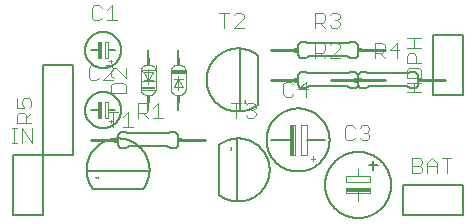
<source format=gto>
G75*
%MOIN*%
%OFA0B0*%
%FSLAX25Y25*%
%IPPOS*%
%LPD*%
%AMOC8*
5,1,8,0,0,1.08239X$1,22.5*
%
%ADD10C,0.00500*%
%ADD11C,0.00400*%
%ADD12C,0.00299*%
%ADD13C,0.00000*%
%ADD14C,0.00001*%
%ADD15C,0.00374*%
%ADD16R,0.08126X0.01646*%
%ADD17C,0.00402*%
%ADD18R,0.01709X0.10000*%
%ADD19R,0.01850X0.00748*%
%ADD20R,0.02102X0.00748*%
%ADD21R,0.05000X0.01004*%
%ADD22R,0.01500X0.01252*%
%ADD23C,0.00874*%
%ADD24C,0.00100*%
D10*
X0007902Y0007333D02*
X0017902Y0007333D01*
X0017902Y0027333D01*
X0017902Y0057333D01*
X0027902Y0057333D01*
X0027902Y0027333D01*
X0017902Y0027333D01*
X0007902Y0027333D01*
X0007902Y0007333D01*
X0034654Y0015833D02*
X0051150Y0015833D01*
X0053390Y0021833D02*
X0032413Y0021833D01*
X0052402Y0026806D02*
X0052507Y0026573D01*
X0052608Y0026337D01*
X0052702Y0026099D01*
X0052791Y0025859D01*
X0052873Y0025617D01*
X0052950Y0025373D01*
X0053021Y0025127D01*
X0053086Y0024879D01*
X0053145Y0024630D01*
X0053198Y0024380D01*
X0053245Y0024128D01*
X0053286Y0023876D01*
X0053320Y0023622D01*
X0053349Y0023368D01*
X0053371Y0023113D01*
X0053387Y0022857D01*
X0053397Y0022601D01*
X0053401Y0022345D01*
X0053399Y0022089D01*
X0053390Y0021834D01*
X0033401Y0026806D02*
X0033296Y0026573D01*
X0033195Y0026337D01*
X0033101Y0026099D01*
X0033012Y0025859D01*
X0032930Y0025617D01*
X0032853Y0025373D01*
X0032782Y0025127D01*
X0032717Y0024879D01*
X0032658Y0024630D01*
X0032605Y0024380D01*
X0032558Y0024128D01*
X0032517Y0023876D01*
X0032483Y0023622D01*
X0032454Y0023368D01*
X0032432Y0023113D01*
X0032416Y0022857D01*
X0032406Y0022601D01*
X0032402Y0022345D01*
X0032404Y0022089D01*
X0032413Y0021834D01*
X0052402Y0017861D02*
X0052509Y0018095D01*
X0052610Y0018332D01*
X0052705Y0018572D01*
X0052794Y0018813D01*
X0052877Y0019057D01*
X0052954Y0019303D01*
X0053025Y0019550D01*
X0053091Y0019799D01*
X0053150Y0020050D01*
X0053203Y0020302D01*
X0053250Y0020555D01*
X0053290Y0020809D01*
X0053325Y0021064D01*
X0053353Y0021320D01*
X0053375Y0021577D01*
X0053390Y0021834D01*
X0033401Y0017861D02*
X0033294Y0018095D01*
X0033193Y0018332D01*
X0033098Y0018572D01*
X0033009Y0018813D01*
X0032926Y0019057D01*
X0032849Y0019303D01*
X0032778Y0019550D01*
X0032712Y0019799D01*
X0032653Y0020050D01*
X0032600Y0020302D01*
X0032553Y0020555D01*
X0032513Y0020809D01*
X0032478Y0021064D01*
X0032450Y0021320D01*
X0032428Y0021577D01*
X0032413Y0021834D01*
X0033402Y0026806D02*
X0033514Y0027035D01*
X0033631Y0027262D01*
X0033754Y0027486D01*
X0033882Y0027707D01*
X0034015Y0027925D01*
X0034154Y0028139D01*
X0034297Y0028350D01*
X0034446Y0028558D01*
X0034600Y0028762D01*
X0034759Y0028962D01*
X0034922Y0029158D01*
X0035091Y0029350D01*
X0035264Y0029537D01*
X0035441Y0029721D01*
X0035623Y0029900D01*
X0035809Y0030075D01*
X0035999Y0030245D01*
X0036194Y0030411D01*
X0036392Y0030571D01*
X0036594Y0030727D01*
X0036800Y0030878D01*
X0037010Y0031024D01*
X0037223Y0031165D01*
X0037439Y0031300D01*
X0037659Y0031430D01*
X0037882Y0031555D01*
X0038108Y0031674D01*
X0038336Y0031788D01*
X0038567Y0031897D01*
X0038801Y0031999D01*
X0039037Y0032096D01*
X0039276Y0032187D01*
X0039517Y0032272D01*
X0039759Y0032352D01*
X0040004Y0032425D01*
X0040250Y0032493D01*
X0040498Y0032554D01*
X0040747Y0032610D01*
X0040998Y0032659D01*
X0041249Y0032702D01*
X0041502Y0032739D01*
X0041755Y0032770D01*
X0042009Y0032795D01*
X0042264Y0032814D01*
X0042519Y0032826D01*
X0042774Y0032832D01*
X0043030Y0032832D01*
X0043285Y0032826D01*
X0043540Y0032814D01*
X0043795Y0032795D01*
X0044049Y0032770D01*
X0044302Y0032739D01*
X0044555Y0032702D01*
X0044806Y0032659D01*
X0045057Y0032610D01*
X0045306Y0032554D01*
X0045554Y0032493D01*
X0045800Y0032425D01*
X0046045Y0032352D01*
X0046287Y0032272D01*
X0046528Y0032187D01*
X0046767Y0032096D01*
X0047003Y0031999D01*
X0047237Y0031897D01*
X0047468Y0031788D01*
X0047696Y0031674D01*
X0047922Y0031555D01*
X0048145Y0031430D01*
X0048365Y0031300D01*
X0048581Y0031165D01*
X0048794Y0031024D01*
X0049004Y0030878D01*
X0049210Y0030727D01*
X0049412Y0030571D01*
X0049610Y0030411D01*
X0049805Y0030245D01*
X0049995Y0030075D01*
X0050181Y0029900D01*
X0050363Y0029721D01*
X0050540Y0029537D01*
X0050713Y0029350D01*
X0050882Y0029158D01*
X0051045Y0028962D01*
X0051204Y0028762D01*
X0051358Y0028558D01*
X0051507Y0028350D01*
X0051650Y0028139D01*
X0051789Y0027925D01*
X0051922Y0027707D01*
X0052050Y0027486D01*
X0052173Y0027262D01*
X0052290Y0027035D01*
X0052402Y0026806D01*
X0046992Y0030184D02*
X0059433Y0030184D01*
X0058811Y0030184D02*
X0046370Y0030184D01*
X0044185Y0029644D02*
X0044111Y0029654D01*
X0044037Y0029667D01*
X0043964Y0029684D01*
X0043893Y0029705D01*
X0043822Y0029730D01*
X0043753Y0029758D01*
X0043685Y0029790D01*
X0043619Y0029825D01*
X0043555Y0029864D01*
X0043493Y0029906D01*
X0043433Y0029951D01*
X0043376Y0029999D01*
X0043322Y0030050D01*
X0043270Y0030104D01*
X0043221Y0030161D01*
X0043175Y0030220D01*
X0043132Y0030281D01*
X0043092Y0030345D01*
X0043056Y0030410D01*
X0043024Y0030478D01*
X0042994Y0030547D01*
X0042969Y0030617D01*
X0042947Y0030688D01*
X0042929Y0030761D01*
X0042915Y0030835D01*
X0042904Y0030909D01*
X0042898Y0030983D01*
X0042895Y0031058D01*
X0042896Y0031133D01*
X0042902Y0031207D01*
X0042902Y0030896D02*
X0042902Y0034085D01*
X0042902Y0033460D02*
X0042896Y0033534D01*
X0042895Y0033609D01*
X0042898Y0033684D01*
X0042904Y0033758D01*
X0042915Y0033832D01*
X0042929Y0033906D01*
X0042947Y0033979D01*
X0042969Y0034050D01*
X0042994Y0034120D01*
X0043024Y0034189D01*
X0043056Y0034257D01*
X0043092Y0034322D01*
X0043132Y0034386D01*
X0043175Y0034447D01*
X0043221Y0034506D01*
X0043270Y0034563D01*
X0043322Y0034617D01*
X0043376Y0034668D01*
X0043433Y0034716D01*
X0043493Y0034761D01*
X0043555Y0034803D01*
X0043619Y0034842D01*
X0043685Y0034877D01*
X0043753Y0034909D01*
X0043822Y0034937D01*
X0043893Y0034962D01*
X0043964Y0034983D01*
X0044037Y0035000D01*
X0044111Y0035013D01*
X0044185Y0035023D01*
X0046370Y0034483D02*
X0058811Y0034483D01*
X0059433Y0034483D02*
X0046992Y0034483D01*
X0046370Y0034482D02*
X0046302Y0034539D01*
X0046232Y0034593D01*
X0046160Y0034645D01*
X0046086Y0034694D01*
X0046011Y0034740D01*
X0045934Y0034784D01*
X0045856Y0034826D01*
X0045776Y0034864D01*
X0045775Y0034865D02*
X0045681Y0034903D01*
X0045586Y0034937D01*
X0045489Y0034968D01*
X0045392Y0034995D01*
X0045293Y0035019D01*
X0045193Y0035038D01*
X0045093Y0035054D01*
X0044992Y0035066D01*
X0044891Y0035074D01*
X0044790Y0035078D01*
X0044688Y0035079D01*
X0044587Y0035075D01*
X0044486Y0035068D01*
X0044385Y0035056D01*
X0044285Y0035041D01*
X0044185Y0035022D01*
X0044185Y0029645D02*
X0044285Y0029626D01*
X0044385Y0029611D01*
X0044486Y0029599D01*
X0044587Y0029592D01*
X0044688Y0029588D01*
X0044790Y0029589D01*
X0044891Y0029593D01*
X0044992Y0029601D01*
X0045093Y0029613D01*
X0045193Y0029629D01*
X0045293Y0029648D01*
X0045392Y0029672D01*
X0045489Y0029699D01*
X0045586Y0029730D01*
X0045681Y0029764D01*
X0045775Y0029802D01*
X0045776Y0029802D02*
X0045856Y0029840D01*
X0045934Y0029882D01*
X0046011Y0029926D01*
X0046086Y0029972D01*
X0046160Y0030021D01*
X0046232Y0030073D01*
X0046302Y0030127D01*
X0046370Y0030184D01*
X0060028Y0029802D02*
X0060122Y0029764D01*
X0060217Y0029730D01*
X0060314Y0029699D01*
X0060411Y0029672D01*
X0060510Y0029648D01*
X0060610Y0029629D01*
X0060710Y0029613D01*
X0060811Y0029601D01*
X0060912Y0029593D01*
X0061013Y0029589D01*
X0061115Y0029588D01*
X0061216Y0029592D01*
X0061317Y0029599D01*
X0061418Y0029611D01*
X0061518Y0029626D01*
X0061618Y0029645D01*
X0061618Y0029644D02*
X0061692Y0029654D01*
X0061766Y0029667D01*
X0061839Y0029684D01*
X0061910Y0029705D01*
X0061981Y0029730D01*
X0062050Y0029758D01*
X0062118Y0029790D01*
X0062184Y0029825D01*
X0062248Y0029864D01*
X0062310Y0029906D01*
X0062370Y0029951D01*
X0062427Y0029999D01*
X0062481Y0030050D01*
X0062533Y0030104D01*
X0062582Y0030161D01*
X0062628Y0030220D01*
X0062671Y0030281D01*
X0062711Y0030345D01*
X0062747Y0030410D01*
X0062779Y0030478D01*
X0062809Y0030547D01*
X0062834Y0030617D01*
X0062856Y0030688D01*
X0062874Y0030761D01*
X0062888Y0030835D01*
X0062899Y0030909D01*
X0062905Y0030983D01*
X0062908Y0031058D01*
X0062907Y0031133D01*
X0062901Y0031207D01*
X0062902Y0030739D02*
X0062902Y0033459D01*
X0062901Y0033460D02*
X0062907Y0033534D01*
X0062908Y0033609D01*
X0062905Y0033684D01*
X0062899Y0033758D01*
X0062888Y0033832D01*
X0062874Y0033906D01*
X0062856Y0033979D01*
X0062834Y0034050D01*
X0062809Y0034120D01*
X0062779Y0034189D01*
X0062747Y0034257D01*
X0062711Y0034322D01*
X0062671Y0034386D01*
X0062628Y0034447D01*
X0062582Y0034506D01*
X0062533Y0034563D01*
X0062481Y0034617D01*
X0062427Y0034668D01*
X0062370Y0034716D01*
X0062310Y0034761D01*
X0062248Y0034803D01*
X0062184Y0034842D01*
X0062118Y0034877D01*
X0062050Y0034909D01*
X0061981Y0034937D01*
X0061910Y0034962D01*
X0061839Y0034983D01*
X0061766Y0035000D01*
X0061692Y0035013D01*
X0061618Y0035023D01*
X0060027Y0034864D02*
X0059947Y0034826D01*
X0059869Y0034784D01*
X0059792Y0034740D01*
X0059717Y0034694D01*
X0059643Y0034645D01*
X0059571Y0034593D01*
X0059501Y0034539D01*
X0059433Y0034482D01*
X0060028Y0034865D02*
X0060122Y0034903D01*
X0060217Y0034937D01*
X0060314Y0034968D01*
X0060411Y0034995D01*
X0060510Y0035019D01*
X0060610Y0035038D01*
X0060710Y0035054D01*
X0060811Y0035066D01*
X0060912Y0035074D01*
X0061013Y0035078D01*
X0061115Y0035079D01*
X0061216Y0035075D01*
X0061317Y0035068D01*
X0061418Y0035056D01*
X0061518Y0035041D01*
X0061618Y0035022D01*
X0059433Y0030184D02*
X0059501Y0030127D01*
X0059571Y0030073D01*
X0059643Y0030021D01*
X0059717Y0029972D01*
X0059792Y0029926D01*
X0059869Y0029882D01*
X0059947Y0029840D01*
X0060027Y0029802D01*
X0076402Y0030581D02*
X0076402Y0014085D01*
X0082402Y0011845D02*
X0082402Y0032822D01*
X0093902Y0032333D02*
X0100134Y0032333D01*
X0092402Y0032333D02*
X0092405Y0032591D01*
X0092415Y0032848D01*
X0092430Y0033105D01*
X0092453Y0033362D01*
X0092481Y0033618D01*
X0092516Y0033874D01*
X0092557Y0034128D01*
X0092604Y0034381D01*
X0092657Y0034634D01*
X0092717Y0034884D01*
X0092782Y0035133D01*
X0092854Y0035381D01*
X0092932Y0035627D01*
X0093016Y0035870D01*
X0093106Y0036112D01*
X0093201Y0036351D01*
X0093303Y0036588D01*
X0093410Y0036822D01*
X0093523Y0037054D01*
X0093642Y0037283D01*
X0093766Y0037508D01*
X0093896Y0037731D01*
X0094031Y0037950D01*
X0094172Y0038166D01*
X0094317Y0038379D01*
X0094468Y0038588D01*
X0094624Y0038793D01*
X0094785Y0038994D01*
X0094951Y0039191D01*
X0095122Y0039384D01*
X0095297Y0039573D01*
X0095477Y0039758D01*
X0095662Y0039938D01*
X0095851Y0040113D01*
X0096044Y0040284D01*
X0096241Y0040450D01*
X0096442Y0040611D01*
X0096647Y0040767D01*
X0096856Y0040918D01*
X0097069Y0041063D01*
X0097285Y0041204D01*
X0097504Y0041339D01*
X0097727Y0041469D01*
X0097952Y0041593D01*
X0098181Y0041712D01*
X0098413Y0041825D01*
X0098647Y0041932D01*
X0098884Y0042034D01*
X0099123Y0042129D01*
X0099365Y0042219D01*
X0099608Y0042303D01*
X0099854Y0042381D01*
X0100102Y0042453D01*
X0100351Y0042518D01*
X0100601Y0042578D01*
X0100854Y0042631D01*
X0101107Y0042678D01*
X0101361Y0042719D01*
X0101617Y0042754D01*
X0101873Y0042782D01*
X0102130Y0042805D01*
X0102387Y0042820D01*
X0102644Y0042830D01*
X0102902Y0042833D01*
X0103160Y0042830D01*
X0103417Y0042820D01*
X0103674Y0042805D01*
X0103931Y0042782D01*
X0104187Y0042754D01*
X0104443Y0042719D01*
X0104697Y0042678D01*
X0104950Y0042631D01*
X0105203Y0042578D01*
X0105453Y0042518D01*
X0105702Y0042453D01*
X0105950Y0042381D01*
X0106196Y0042303D01*
X0106439Y0042219D01*
X0106681Y0042129D01*
X0106920Y0042034D01*
X0107157Y0041932D01*
X0107391Y0041825D01*
X0107623Y0041712D01*
X0107852Y0041593D01*
X0108077Y0041469D01*
X0108300Y0041339D01*
X0108519Y0041204D01*
X0108735Y0041063D01*
X0108948Y0040918D01*
X0109157Y0040767D01*
X0109362Y0040611D01*
X0109563Y0040450D01*
X0109760Y0040284D01*
X0109953Y0040113D01*
X0110142Y0039938D01*
X0110327Y0039758D01*
X0110507Y0039573D01*
X0110682Y0039384D01*
X0110853Y0039191D01*
X0111019Y0038994D01*
X0111180Y0038793D01*
X0111336Y0038588D01*
X0111487Y0038379D01*
X0111632Y0038166D01*
X0111773Y0037950D01*
X0111908Y0037731D01*
X0112038Y0037508D01*
X0112162Y0037283D01*
X0112281Y0037054D01*
X0112394Y0036822D01*
X0112501Y0036588D01*
X0112603Y0036351D01*
X0112698Y0036112D01*
X0112788Y0035870D01*
X0112872Y0035627D01*
X0112950Y0035381D01*
X0113022Y0035133D01*
X0113087Y0034884D01*
X0113147Y0034634D01*
X0113200Y0034381D01*
X0113247Y0034128D01*
X0113288Y0033874D01*
X0113323Y0033618D01*
X0113351Y0033362D01*
X0113374Y0033105D01*
X0113389Y0032848D01*
X0113399Y0032591D01*
X0113402Y0032333D01*
X0113399Y0032075D01*
X0113389Y0031818D01*
X0113374Y0031561D01*
X0113351Y0031304D01*
X0113323Y0031048D01*
X0113288Y0030792D01*
X0113247Y0030538D01*
X0113200Y0030285D01*
X0113147Y0030032D01*
X0113087Y0029782D01*
X0113022Y0029533D01*
X0112950Y0029285D01*
X0112872Y0029039D01*
X0112788Y0028796D01*
X0112698Y0028554D01*
X0112603Y0028315D01*
X0112501Y0028078D01*
X0112394Y0027844D01*
X0112281Y0027612D01*
X0112162Y0027383D01*
X0112038Y0027158D01*
X0111908Y0026935D01*
X0111773Y0026716D01*
X0111632Y0026500D01*
X0111487Y0026287D01*
X0111336Y0026078D01*
X0111180Y0025873D01*
X0111019Y0025672D01*
X0110853Y0025475D01*
X0110682Y0025282D01*
X0110507Y0025093D01*
X0110327Y0024908D01*
X0110142Y0024728D01*
X0109953Y0024553D01*
X0109760Y0024382D01*
X0109563Y0024216D01*
X0109362Y0024055D01*
X0109157Y0023899D01*
X0108948Y0023748D01*
X0108735Y0023603D01*
X0108519Y0023462D01*
X0108300Y0023327D01*
X0108077Y0023197D01*
X0107852Y0023073D01*
X0107623Y0022954D01*
X0107391Y0022841D01*
X0107157Y0022734D01*
X0106920Y0022632D01*
X0106681Y0022537D01*
X0106439Y0022447D01*
X0106196Y0022363D01*
X0105950Y0022285D01*
X0105702Y0022213D01*
X0105453Y0022148D01*
X0105203Y0022088D01*
X0104950Y0022035D01*
X0104697Y0021988D01*
X0104443Y0021947D01*
X0104187Y0021912D01*
X0103931Y0021884D01*
X0103674Y0021861D01*
X0103417Y0021846D01*
X0103160Y0021836D01*
X0102902Y0021833D01*
X0102644Y0021836D01*
X0102387Y0021846D01*
X0102130Y0021861D01*
X0101873Y0021884D01*
X0101617Y0021912D01*
X0101361Y0021947D01*
X0101107Y0021988D01*
X0100854Y0022035D01*
X0100601Y0022088D01*
X0100351Y0022148D01*
X0100102Y0022213D01*
X0099854Y0022285D01*
X0099608Y0022363D01*
X0099365Y0022447D01*
X0099123Y0022537D01*
X0098884Y0022632D01*
X0098647Y0022734D01*
X0098413Y0022841D01*
X0098181Y0022954D01*
X0097952Y0023073D01*
X0097727Y0023197D01*
X0097504Y0023327D01*
X0097285Y0023462D01*
X0097069Y0023603D01*
X0096856Y0023748D01*
X0096647Y0023899D01*
X0096442Y0024055D01*
X0096241Y0024216D01*
X0096044Y0024382D01*
X0095851Y0024553D01*
X0095662Y0024728D01*
X0095477Y0024908D01*
X0095297Y0025093D01*
X0095122Y0025282D01*
X0094951Y0025475D01*
X0094785Y0025672D01*
X0094624Y0025873D01*
X0094468Y0026078D01*
X0094317Y0026287D01*
X0094172Y0026500D01*
X0094031Y0026716D01*
X0093896Y0026935D01*
X0093766Y0027158D01*
X0093642Y0027383D01*
X0093523Y0027612D01*
X0093410Y0027844D01*
X0093303Y0028078D01*
X0093201Y0028315D01*
X0093106Y0028554D01*
X0093016Y0028796D01*
X0092932Y0029039D01*
X0092854Y0029285D01*
X0092782Y0029533D01*
X0092717Y0029782D01*
X0092657Y0030032D01*
X0092604Y0030285D01*
X0092557Y0030538D01*
X0092516Y0030792D01*
X0092481Y0031048D01*
X0092453Y0031304D01*
X0092430Y0031561D01*
X0092415Y0031818D01*
X0092405Y0032075D01*
X0092402Y0032333D01*
X0105902Y0032333D02*
X0111902Y0032333D01*
X0127902Y0025333D02*
X0127902Y0022333D01*
X0126402Y0023833D02*
X0129402Y0023833D01*
X0111902Y0017333D02*
X0111905Y0017603D01*
X0111915Y0017873D01*
X0111932Y0018142D01*
X0111955Y0018411D01*
X0111985Y0018680D01*
X0112021Y0018947D01*
X0112064Y0019214D01*
X0112113Y0019479D01*
X0112169Y0019743D01*
X0112232Y0020006D01*
X0112300Y0020267D01*
X0112376Y0020526D01*
X0112457Y0020783D01*
X0112545Y0021039D01*
X0112639Y0021292D01*
X0112739Y0021543D01*
X0112846Y0021791D01*
X0112958Y0022036D01*
X0113077Y0022279D01*
X0113201Y0022518D01*
X0113331Y0022755D01*
X0113467Y0022988D01*
X0113609Y0023218D01*
X0113756Y0023444D01*
X0113909Y0023667D01*
X0114067Y0023886D01*
X0114230Y0024101D01*
X0114399Y0024311D01*
X0114573Y0024518D01*
X0114752Y0024720D01*
X0114935Y0024918D01*
X0115124Y0025111D01*
X0115317Y0025300D01*
X0115515Y0025483D01*
X0115717Y0025662D01*
X0115924Y0025836D01*
X0116134Y0026005D01*
X0116349Y0026168D01*
X0116568Y0026326D01*
X0116791Y0026479D01*
X0117017Y0026626D01*
X0117247Y0026768D01*
X0117480Y0026904D01*
X0117717Y0027034D01*
X0117956Y0027158D01*
X0118199Y0027277D01*
X0118444Y0027389D01*
X0118692Y0027496D01*
X0118943Y0027596D01*
X0119196Y0027690D01*
X0119452Y0027778D01*
X0119709Y0027859D01*
X0119968Y0027935D01*
X0120229Y0028003D01*
X0120492Y0028066D01*
X0120756Y0028122D01*
X0121021Y0028171D01*
X0121288Y0028214D01*
X0121555Y0028250D01*
X0121824Y0028280D01*
X0122093Y0028303D01*
X0122362Y0028320D01*
X0122632Y0028330D01*
X0122902Y0028333D01*
X0123172Y0028330D01*
X0123442Y0028320D01*
X0123711Y0028303D01*
X0123980Y0028280D01*
X0124249Y0028250D01*
X0124516Y0028214D01*
X0124783Y0028171D01*
X0125048Y0028122D01*
X0125312Y0028066D01*
X0125575Y0028003D01*
X0125836Y0027935D01*
X0126095Y0027859D01*
X0126352Y0027778D01*
X0126608Y0027690D01*
X0126861Y0027596D01*
X0127112Y0027496D01*
X0127360Y0027389D01*
X0127605Y0027277D01*
X0127848Y0027158D01*
X0128087Y0027034D01*
X0128324Y0026904D01*
X0128557Y0026768D01*
X0128787Y0026626D01*
X0129013Y0026479D01*
X0129236Y0026326D01*
X0129455Y0026168D01*
X0129670Y0026005D01*
X0129880Y0025836D01*
X0130087Y0025662D01*
X0130289Y0025483D01*
X0130487Y0025300D01*
X0130680Y0025111D01*
X0130869Y0024918D01*
X0131052Y0024720D01*
X0131231Y0024518D01*
X0131405Y0024311D01*
X0131574Y0024101D01*
X0131737Y0023886D01*
X0131895Y0023667D01*
X0132048Y0023444D01*
X0132195Y0023218D01*
X0132337Y0022988D01*
X0132473Y0022755D01*
X0132603Y0022518D01*
X0132727Y0022279D01*
X0132846Y0022036D01*
X0132958Y0021791D01*
X0133065Y0021543D01*
X0133165Y0021292D01*
X0133259Y0021039D01*
X0133347Y0020783D01*
X0133428Y0020526D01*
X0133504Y0020267D01*
X0133572Y0020006D01*
X0133635Y0019743D01*
X0133691Y0019479D01*
X0133740Y0019214D01*
X0133783Y0018947D01*
X0133819Y0018680D01*
X0133849Y0018411D01*
X0133872Y0018142D01*
X0133889Y0017873D01*
X0133899Y0017603D01*
X0133902Y0017333D01*
X0133899Y0017063D01*
X0133889Y0016793D01*
X0133872Y0016524D01*
X0133849Y0016255D01*
X0133819Y0015986D01*
X0133783Y0015719D01*
X0133740Y0015452D01*
X0133691Y0015187D01*
X0133635Y0014923D01*
X0133572Y0014660D01*
X0133504Y0014399D01*
X0133428Y0014140D01*
X0133347Y0013883D01*
X0133259Y0013627D01*
X0133165Y0013374D01*
X0133065Y0013123D01*
X0132958Y0012875D01*
X0132846Y0012630D01*
X0132727Y0012387D01*
X0132603Y0012148D01*
X0132473Y0011911D01*
X0132337Y0011678D01*
X0132195Y0011448D01*
X0132048Y0011222D01*
X0131895Y0010999D01*
X0131737Y0010780D01*
X0131574Y0010565D01*
X0131405Y0010355D01*
X0131231Y0010148D01*
X0131052Y0009946D01*
X0130869Y0009748D01*
X0130680Y0009555D01*
X0130487Y0009366D01*
X0130289Y0009183D01*
X0130087Y0009004D01*
X0129880Y0008830D01*
X0129670Y0008661D01*
X0129455Y0008498D01*
X0129236Y0008340D01*
X0129013Y0008187D01*
X0128787Y0008040D01*
X0128557Y0007898D01*
X0128324Y0007762D01*
X0128087Y0007632D01*
X0127848Y0007508D01*
X0127605Y0007389D01*
X0127360Y0007277D01*
X0127112Y0007170D01*
X0126861Y0007070D01*
X0126608Y0006976D01*
X0126352Y0006888D01*
X0126095Y0006807D01*
X0125836Y0006731D01*
X0125575Y0006663D01*
X0125312Y0006600D01*
X0125048Y0006544D01*
X0124783Y0006495D01*
X0124516Y0006452D01*
X0124249Y0006416D01*
X0123980Y0006386D01*
X0123711Y0006363D01*
X0123442Y0006346D01*
X0123172Y0006336D01*
X0122902Y0006333D01*
X0122632Y0006336D01*
X0122362Y0006346D01*
X0122093Y0006363D01*
X0121824Y0006386D01*
X0121555Y0006416D01*
X0121288Y0006452D01*
X0121021Y0006495D01*
X0120756Y0006544D01*
X0120492Y0006600D01*
X0120229Y0006663D01*
X0119968Y0006731D01*
X0119709Y0006807D01*
X0119452Y0006888D01*
X0119196Y0006976D01*
X0118943Y0007070D01*
X0118692Y0007170D01*
X0118444Y0007277D01*
X0118199Y0007389D01*
X0117956Y0007508D01*
X0117717Y0007632D01*
X0117480Y0007762D01*
X0117247Y0007898D01*
X0117017Y0008040D01*
X0116791Y0008187D01*
X0116568Y0008340D01*
X0116349Y0008498D01*
X0116134Y0008661D01*
X0115924Y0008830D01*
X0115717Y0009004D01*
X0115515Y0009183D01*
X0115317Y0009366D01*
X0115124Y0009555D01*
X0114935Y0009748D01*
X0114752Y0009946D01*
X0114573Y0010148D01*
X0114399Y0010355D01*
X0114230Y0010565D01*
X0114067Y0010780D01*
X0113909Y0010999D01*
X0113756Y0011222D01*
X0113609Y0011448D01*
X0113467Y0011678D01*
X0113331Y0011911D01*
X0113201Y0012148D01*
X0113077Y0012387D01*
X0112958Y0012630D01*
X0112846Y0012875D01*
X0112739Y0013123D01*
X0112639Y0013374D01*
X0112545Y0013627D01*
X0112457Y0013883D01*
X0112376Y0014140D01*
X0112300Y0014399D01*
X0112232Y0014660D01*
X0112169Y0014923D01*
X0112113Y0015187D01*
X0112064Y0015452D01*
X0112021Y0015719D01*
X0111985Y0015986D01*
X0111955Y0016255D01*
X0111932Y0016524D01*
X0111915Y0016793D01*
X0111905Y0017063D01*
X0111902Y0017333D01*
X0137902Y0017333D02*
X0137902Y0007333D01*
X0157902Y0007333D01*
X0157902Y0017333D01*
X0137902Y0017333D01*
X0078429Y0031833D02*
X0078214Y0031729D01*
X0078002Y0031620D01*
X0077792Y0031506D01*
X0077584Y0031388D01*
X0077380Y0031265D01*
X0077178Y0031137D01*
X0076979Y0031005D01*
X0076783Y0030868D01*
X0076591Y0030727D01*
X0076401Y0030581D01*
X0082402Y0011845D02*
X0082657Y0011836D01*
X0082913Y0011834D01*
X0083169Y0011838D01*
X0083425Y0011848D01*
X0083681Y0011864D01*
X0083936Y0011886D01*
X0084190Y0011915D01*
X0084444Y0011949D01*
X0084696Y0011990D01*
X0084948Y0012037D01*
X0085198Y0012090D01*
X0085447Y0012149D01*
X0085695Y0012214D01*
X0085941Y0012285D01*
X0086185Y0012362D01*
X0086427Y0012444D01*
X0086667Y0012533D01*
X0086905Y0012627D01*
X0087141Y0012728D01*
X0087374Y0012833D01*
X0082402Y0032821D02*
X0082145Y0032806D01*
X0081888Y0032784D01*
X0081632Y0032756D01*
X0081377Y0032721D01*
X0081123Y0032681D01*
X0080870Y0032634D01*
X0080618Y0032581D01*
X0080367Y0032522D01*
X0080118Y0032456D01*
X0079871Y0032385D01*
X0079625Y0032308D01*
X0079381Y0032225D01*
X0079140Y0032136D01*
X0078900Y0032041D01*
X0078663Y0031940D01*
X0078429Y0031833D01*
X0078429Y0012833D02*
X0078663Y0012726D01*
X0078900Y0012625D01*
X0079140Y0012530D01*
X0079381Y0012441D01*
X0079625Y0012358D01*
X0079871Y0012281D01*
X0080118Y0012210D01*
X0080367Y0012144D01*
X0080618Y0012085D01*
X0080870Y0012032D01*
X0081123Y0011985D01*
X0081377Y0011945D01*
X0081632Y0011910D01*
X0081888Y0011882D01*
X0082145Y0011860D01*
X0082402Y0011845D01*
X0087374Y0031834D02*
X0087141Y0031939D01*
X0086905Y0032040D01*
X0086667Y0032134D01*
X0086427Y0032223D01*
X0086185Y0032305D01*
X0085941Y0032382D01*
X0085695Y0032453D01*
X0085447Y0032518D01*
X0085198Y0032577D01*
X0084948Y0032630D01*
X0084696Y0032677D01*
X0084444Y0032718D01*
X0084190Y0032752D01*
X0083936Y0032781D01*
X0083681Y0032803D01*
X0083425Y0032819D01*
X0083169Y0032829D01*
X0082913Y0032833D01*
X0082657Y0032831D01*
X0082402Y0032822D01*
X0083402Y0041845D02*
X0083402Y0062822D01*
X0089402Y0060581D02*
X0089402Y0044085D01*
X0102902Y0050896D02*
X0102902Y0054085D01*
X0102902Y0053460D02*
X0102896Y0053534D01*
X0102895Y0053609D01*
X0102898Y0053684D01*
X0102904Y0053758D01*
X0102915Y0053832D01*
X0102929Y0053906D01*
X0102947Y0053979D01*
X0102969Y0054050D01*
X0102994Y0054120D01*
X0103024Y0054189D01*
X0103056Y0054257D01*
X0103092Y0054322D01*
X0103132Y0054386D01*
X0103175Y0054447D01*
X0103221Y0054506D01*
X0103270Y0054563D01*
X0103322Y0054617D01*
X0103376Y0054668D01*
X0103433Y0054716D01*
X0103493Y0054761D01*
X0103555Y0054803D01*
X0103619Y0054842D01*
X0103685Y0054877D01*
X0103753Y0054909D01*
X0103822Y0054937D01*
X0103893Y0054962D01*
X0103964Y0054983D01*
X0104037Y0055000D01*
X0104111Y0055013D01*
X0104185Y0055023D01*
X0106370Y0054483D02*
X0118811Y0054483D01*
X0119433Y0054483D02*
X0106992Y0054483D01*
X0106370Y0054482D02*
X0106302Y0054539D01*
X0106232Y0054593D01*
X0106160Y0054645D01*
X0106086Y0054694D01*
X0106011Y0054740D01*
X0105934Y0054784D01*
X0105856Y0054826D01*
X0105776Y0054864D01*
X0105775Y0054865D02*
X0105681Y0054903D01*
X0105586Y0054937D01*
X0105489Y0054968D01*
X0105392Y0054995D01*
X0105293Y0055019D01*
X0105193Y0055038D01*
X0105093Y0055054D01*
X0104992Y0055066D01*
X0104891Y0055074D01*
X0104790Y0055078D01*
X0104688Y0055079D01*
X0104587Y0055075D01*
X0104486Y0055068D01*
X0104385Y0055056D01*
X0104285Y0055041D01*
X0104185Y0055022D01*
X0104185Y0049645D02*
X0104285Y0049626D01*
X0104385Y0049611D01*
X0104486Y0049599D01*
X0104587Y0049592D01*
X0104688Y0049588D01*
X0104790Y0049589D01*
X0104891Y0049593D01*
X0104992Y0049601D01*
X0105093Y0049613D01*
X0105193Y0049629D01*
X0105293Y0049648D01*
X0105392Y0049672D01*
X0105489Y0049699D01*
X0105586Y0049730D01*
X0105681Y0049764D01*
X0105775Y0049802D01*
X0106370Y0050184D02*
X0118811Y0050184D01*
X0119433Y0050184D02*
X0106992Y0050184D01*
X0104185Y0049644D02*
X0104111Y0049654D01*
X0104037Y0049667D01*
X0103964Y0049684D01*
X0103893Y0049705D01*
X0103822Y0049730D01*
X0103753Y0049758D01*
X0103685Y0049790D01*
X0103619Y0049825D01*
X0103555Y0049864D01*
X0103493Y0049906D01*
X0103433Y0049951D01*
X0103376Y0049999D01*
X0103322Y0050050D01*
X0103270Y0050104D01*
X0103221Y0050161D01*
X0103175Y0050220D01*
X0103132Y0050281D01*
X0103092Y0050345D01*
X0103056Y0050410D01*
X0103024Y0050478D01*
X0102994Y0050547D01*
X0102969Y0050617D01*
X0102947Y0050688D01*
X0102929Y0050761D01*
X0102915Y0050835D01*
X0102904Y0050909D01*
X0102898Y0050983D01*
X0102895Y0051058D01*
X0102896Y0051133D01*
X0102902Y0051207D01*
X0105776Y0049802D02*
X0105856Y0049840D01*
X0105934Y0049882D01*
X0106011Y0049926D01*
X0106086Y0049972D01*
X0106160Y0050021D01*
X0106232Y0050073D01*
X0106302Y0050127D01*
X0106370Y0050184D01*
X0120028Y0049802D02*
X0120122Y0049764D01*
X0120217Y0049730D01*
X0120314Y0049699D01*
X0120411Y0049672D01*
X0120510Y0049648D01*
X0120610Y0049629D01*
X0120710Y0049613D01*
X0120811Y0049601D01*
X0120912Y0049593D01*
X0121013Y0049589D01*
X0121115Y0049588D01*
X0121216Y0049592D01*
X0121317Y0049599D01*
X0121418Y0049611D01*
X0121518Y0049626D01*
X0121618Y0049645D01*
X0121618Y0049644D02*
X0121692Y0049654D01*
X0121766Y0049667D01*
X0121839Y0049684D01*
X0121910Y0049705D01*
X0121981Y0049730D01*
X0122050Y0049758D01*
X0122118Y0049790D01*
X0122184Y0049825D01*
X0122248Y0049864D01*
X0122310Y0049906D01*
X0122370Y0049951D01*
X0122427Y0049999D01*
X0122481Y0050050D01*
X0122533Y0050104D01*
X0122582Y0050161D01*
X0122628Y0050220D01*
X0122671Y0050281D01*
X0122711Y0050345D01*
X0122747Y0050410D01*
X0122779Y0050478D01*
X0122809Y0050547D01*
X0122834Y0050617D01*
X0122856Y0050688D01*
X0122874Y0050761D01*
X0122888Y0050835D01*
X0122899Y0050909D01*
X0122905Y0050983D01*
X0122908Y0051058D01*
X0122907Y0051133D01*
X0122901Y0051207D01*
X0122902Y0050896D02*
X0122902Y0054085D01*
X0122902Y0053459D02*
X0122902Y0050739D01*
X0122902Y0051207D02*
X0122896Y0051133D01*
X0122895Y0051058D01*
X0122898Y0050983D01*
X0122904Y0050909D01*
X0122915Y0050835D01*
X0122929Y0050761D01*
X0122947Y0050688D01*
X0122969Y0050617D01*
X0122994Y0050547D01*
X0123024Y0050478D01*
X0123056Y0050410D01*
X0123092Y0050345D01*
X0123132Y0050281D01*
X0123175Y0050220D01*
X0123221Y0050161D01*
X0123270Y0050104D01*
X0123322Y0050050D01*
X0123376Y0049999D01*
X0123433Y0049951D01*
X0123493Y0049906D01*
X0123555Y0049864D01*
X0123619Y0049825D01*
X0123685Y0049790D01*
X0123753Y0049758D01*
X0123822Y0049730D01*
X0123893Y0049705D01*
X0123964Y0049684D01*
X0124037Y0049667D01*
X0124111Y0049654D01*
X0124185Y0049644D01*
X0126370Y0050184D02*
X0138811Y0050184D01*
X0139433Y0050184D02*
X0126992Y0050184D01*
X0126370Y0050184D02*
X0126302Y0050127D01*
X0126232Y0050073D01*
X0126160Y0050021D01*
X0126086Y0049972D01*
X0126011Y0049926D01*
X0125934Y0049882D01*
X0125856Y0049840D01*
X0125776Y0049802D01*
X0120027Y0049802D02*
X0119947Y0049840D01*
X0119869Y0049882D01*
X0119792Y0049926D01*
X0119717Y0049972D01*
X0119643Y0050021D01*
X0119571Y0050073D01*
X0119501Y0050127D01*
X0119433Y0050184D01*
X0120028Y0054865D02*
X0120122Y0054903D01*
X0120217Y0054937D01*
X0120314Y0054968D01*
X0120411Y0054995D01*
X0120510Y0055019D01*
X0120610Y0055038D01*
X0120710Y0055054D01*
X0120811Y0055066D01*
X0120912Y0055074D01*
X0121013Y0055078D01*
X0121115Y0055079D01*
X0121216Y0055075D01*
X0121317Y0055068D01*
X0121418Y0055056D01*
X0121518Y0055041D01*
X0121618Y0055022D01*
X0121618Y0055023D02*
X0121692Y0055013D01*
X0121766Y0055000D01*
X0121839Y0054983D01*
X0121910Y0054962D01*
X0121981Y0054937D01*
X0122050Y0054909D01*
X0122118Y0054877D01*
X0122184Y0054842D01*
X0122248Y0054803D01*
X0122310Y0054761D01*
X0122370Y0054716D01*
X0122427Y0054668D01*
X0122481Y0054617D01*
X0122533Y0054563D01*
X0122582Y0054506D01*
X0122628Y0054447D01*
X0122671Y0054386D01*
X0122711Y0054322D01*
X0122747Y0054257D01*
X0122779Y0054189D01*
X0122809Y0054120D01*
X0122834Y0054050D01*
X0122856Y0053979D01*
X0122874Y0053906D01*
X0122888Y0053832D01*
X0122899Y0053758D01*
X0122905Y0053684D01*
X0122908Y0053609D01*
X0122907Y0053534D01*
X0122901Y0053460D01*
X0122902Y0053460D02*
X0122896Y0053534D01*
X0122895Y0053609D01*
X0122898Y0053684D01*
X0122904Y0053758D01*
X0122915Y0053832D01*
X0122929Y0053906D01*
X0122947Y0053979D01*
X0122969Y0054050D01*
X0122994Y0054120D01*
X0123024Y0054189D01*
X0123056Y0054257D01*
X0123092Y0054322D01*
X0123132Y0054386D01*
X0123175Y0054447D01*
X0123221Y0054506D01*
X0123270Y0054563D01*
X0123322Y0054617D01*
X0123376Y0054668D01*
X0123433Y0054716D01*
X0123493Y0054761D01*
X0123555Y0054803D01*
X0123619Y0054842D01*
X0123685Y0054877D01*
X0123753Y0054909D01*
X0123822Y0054937D01*
X0123893Y0054962D01*
X0123964Y0054983D01*
X0124037Y0055000D01*
X0124111Y0055013D01*
X0124185Y0055023D01*
X0126370Y0054483D02*
X0138811Y0054483D01*
X0139433Y0054483D02*
X0126992Y0054483D01*
X0126370Y0054482D02*
X0126302Y0054539D01*
X0126232Y0054593D01*
X0126160Y0054645D01*
X0126086Y0054694D01*
X0126011Y0054740D01*
X0125934Y0054784D01*
X0125856Y0054826D01*
X0125776Y0054864D01*
X0125775Y0054865D02*
X0125681Y0054903D01*
X0125586Y0054937D01*
X0125489Y0054968D01*
X0125392Y0054995D01*
X0125293Y0055019D01*
X0125193Y0055038D01*
X0125093Y0055054D01*
X0124992Y0055066D01*
X0124891Y0055074D01*
X0124790Y0055078D01*
X0124688Y0055079D01*
X0124587Y0055075D01*
X0124486Y0055068D01*
X0124385Y0055056D01*
X0124285Y0055041D01*
X0124185Y0055022D01*
X0124185Y0049645D02*
X0124285Y0049626D01*
X0124385Y0049611D01*
X0124486Y0049599D01*
X0124587Y0049592D01*
X0124688Y0049588D01*
X0124790Y0049589D01*
X0124891Y0049593D01*
X0124992Y0049601D01*
X0125093Y0049613D01*
X0125193Y0049629D01*
X0125293Y0049648D01*
X0125392Y0049672D01*
X0125489Y0049699D01*
X0125586Y0049730D01*
X0125681Y0049764D01*
X0125775Y0049802D01*
X0120027Y0054864D02*
X0119947Y0054826D01*
X0119869Y0054784D01*
X0119792Y0054740D01*
X0119717Y0054694D01*
X0119643Y0054645D01*
X0119571Y0054593D01*
X0119501Y0054539D01*
X0119433Y0054482D01*
X0119433Y0060184D02*
X0106992Y0060184D01*
X0106370Y0060184D02*
X0118811Y0060184D01*
X0121618Y0059644D02*
X0121692Y0059654D01*
X0121766Y0059667D01*
X0121839Y0059684D01*
X0121910Y0059705D01*
X0121981Y0059730D01*
X0122050Y0059758D01*
X0122118Y0059790D01*
X0122184Y0059825D01*
X0122248Y0059864D01*
X0122310Y0059906D01*
X0122370Y0059951D01*
X0122427Y0059999D01*
X0122481Y0060050D01*
X0122533Y0060104D01*
X0122582Y0060161D01*
X0122628Y0060220D01*
X0122671Y0060281D01*
X0122711Y0060345D01*
X0122747Y0060410D01*
X0122779Y0060478D01*
X0122809Y0060547D01*
X0122834Y0060617D01*
X0122856Y0060688D01*
X0122874Y0060761D01*
X0122888Y0060835D01*
X0122899Y0060909D01*
X0122905Y0060983D01*
X0122908Y0061058D01*
X0122907Y0061133D01*
X0122901Y0061207D01*
X0122902Y0060739D02*
X0122902Y0063459D01*
X0122901Y0063460D02*
X0122907Y0063534D01*
X0122908Y0063609D01*
X0122905Y0063684D01*
X0122899Y0063758D01*
X0122888Y0063832D01*
X0122874Y0063906D01*
X0122856Y0063979D01*
X0122834Y0064050D01*
X0122809Y0064120D01*
X0122779Y0064189D01*
X0122747Y0064257D01*
X0122711Y0064322D01*
X0122671Y0064386D01*
X0122628Y0064447D01*
X0122582Y0064506D01*
X0122533Y0064563D01*
X0122481Y0064617D01*
X0122427Y0064668D01*
X0122370Y0064716D01*
X0122310Y0064761D01*
X0122248Y0064803D01*
X0122184Y0064842D01*
X0122118Y0064877D01*
X0122050Y0064909D01*
X0121981Y0064937D01*
X0121910Y0064962D01*
X0121839Y0064983D01*
X0121766Y0065000D01*
X0121692Y0065013D01*
X0121618Y0065023D01*
X0119433Y0064483D02*
X0106992Y0064483D01*
X0106370Y0064483D02*
X0118811Y0064483D01*
X0119433Y0064482D02*
X0119501Y0064539D01*
X0119571Y0064593D01*
X0119643Y0064645D01*
X0119717Y0064694D01*
X0119792Y0064740D01*
X0119869Y0064784D01*
X0119947Y0064826D01*
X0120027Y0064864D01*
X0120028Y0064865D02*
X0120122Y0064903D01*
X0120217Y0064937D01*
X0120314Y0064968D01*
X0120411Y0064995D01*
X0120510Y0065019D01*
X0120610Y0065038D01*
X0120710Y0065054D01*
X0120811Y0065066D01*
X0120912Y0065074D01*
X0121013Y0065078D01*
X0121115Y0065079D01*
X0121216Y0065075D01*
X0121317Y0065068D01*
X0121418Y0065056D01*
X0121518Y0065041D01*
X0121618Y0065022D01*
X0121618Y0059645D02*
X0121518Y0059626D01*
X0121418Y0059611D01*
X0121317Y0059599D01*
X0121216Y0059592D01*
X0121115Y0059588D01*
X0121013Y0059589D01*
X0120912Y0059593D01*
X0120811Y0059601D01*
X0120710Y0059613D01*
X0120610Y0059629D01*
X0120510Y0059648D01*
X0120411Y0059672D01*
X0120314Y0059699D01*
X0120217Y0059730D01*
X0120122Y0059764D01*
X0120028Y0059802D01*
X0120027Y0059802D02*
X0119947Y0059840D01*
X0119869Y0059882D01*
X0119792Y0059926D01*
X0119717Y0059972D01*
X0119643Y0060021D01*
X0119571Y0060073D01*
X0119501Y0060127D01*
X0119433Y0060184D01*
X0105775Y0059802D02*
X0105681Y0059764D01*
X0105586Y0059730D01*
X0105489Y0059699D01*
X0105392Y0059672D01*
X0105293Y0059648D01*
X0105193Y0059629D01*
X0105093Y0059613D01*
X0104992Y0059601D01*
X0104891Y0059593D01*
X0104790Y0059589D01*
X0104688Y0059588D01*
X0104587Y0059592D01*
X0104486Y0059599D01*
X0104385Y0059611D01*
X0104285Y0059626D01*
X0104185Y0059645D01*
X0102902Y0060896D02*
X0102902Y0064085D01*
X0102902Y0063460D02*
X0102896Y0063534D01*
X0102895Y0063609D01*
X0102898Y0063684D01*
X0102904Y0063758D01*
X0102915Y0063832D01*
X0102929Y0063906D01*
X0102947Y0063979D01*
X0102969Y0064050D01*
X0102994Y0064120D01*
X0103024Y0064189D01*
X0103056Y0064257D01*
X0103092Y0064322D01*
X0103132Y0064386D01*
X0103175Y0064447D01*
X0103221Y0064506D01*
X0103270Y0064563D01*
X0103322Y0064617D01*
X0103376Y0064668D01*
X0103433Y0064716D01*
X0103493Y0064761D01*
X0103555Y0064803D01*
X0103619Y0064842D01*
X0103685Y0064877D01*
X0103753Y0064909D01*
X0103822Y0064937D01*
X0103893Y0064962D01*
X0103964Y0064983D01*
X0104037Y0065000D01*
X0104111Y0065013D01*
X0104185Y0065023D01*
X0105776Y0064864D02*
X0105856Y0064826D01*
X0105934Y0064784D01*
X0106011Y0064740D01*
X0106086Y0064694D01*
X0106160Y0064645D01*
X0106232Y0064593D01*
X0106302Y0064539D01*
X0106370Y0064482D01*
X0105775Y0064865D02*
X0105681Y0064903D01*
X0105586Y0064937D01*
X0105489Y0064968D01*
X0105392Y0064995D01*
X0105293Y0065019D01*
X0105193Y0065038D01*
X0105093Y0065054D01*
X0104992Y0065066D01*
X0104891Y0065074D01*
X0104790Y0065078D01*
X0104688Y0065079D01*
X0104587Y0065075D01*
X0104486Y0065068D01*
X0104385Y0065056D01*
X0104285Y0065041D01*
X0104185Y0065022D01*
X0106370Y0060184D02*
X0106302Y0060127D01*
X0106232Y0060073D01*
X0106160Y0060021D01*
X0106086Y0059972D01*
X0106011Y0059926D01*
X0105934Y0059882D01*
X0105856Y0059840D01*
X0105776Y0059802D01*
X0104185Y0059644D02*
X0104111Y0059654D01*
X0104037Y0059667D01*
X0103964Y0059684D01*
X0103893Y0059705D01*
X0103822Y0059730D01*
X0103753Y0059758D01*
X0103685Y0059790D01*
X0103619Y0059825D01*
X0103555Y0059864D01*
X0103493Y0059906D01*
X0103433Y0059951D01*
X0103376Y0059999D01*
X0103322Y0060050D01*
X0103270Y0060104D01*
X0103221Y0060161D01*
X0103175Y0060220D01*
X0103132Y0060281D01*
X0103092Y0060345D01*
X0103056Y0060410D01*
X0103024Y0060478D01*
X0102994Y0060547D01*
X0102969Y0060617D01*
X0102947Y0060688D01*
X0102929Y0060761D01*
X0102915Y0060835D01*
X0102904Y0060909D01*
X0102898Y0060983D01*
X0102895Y0061058D01*
X0102896Y0061133D01*
X0102902Y0061207D01*
X0083401Y0041845D02*
X0083146Y0041836D01*
X0082890Y0041834D01*
X0082634Y0041838D01*
X0082378Y0041848D01*
X0082122Y0041864D01*
X0081867Y0041886D01*
X0081613Y0041915D01*
X0081359Y0041949D01*
X0081107Y0041990D01*
X0080855Y0042037D01*
X0080605Y0042090D01*
X0080356Y0042149D01*
X0080108Y0042214D01*
X0079862Y0042285D01*
X0079618Y0042362D01*
X0079376Y0042444D01*
X0079136Y0042533D01*
X0078898Y0042627D01*
X0078662Y0042728D01*
X0078429Y0042833D01*
X0062902Y0042333D02*
X0062902Y0044833D01*
X0052902Y0044833D02*
X0052902Y0042333D01*
X0041902Y0042333D02*
X0039799Y0042333D01*
X0031902Y0042333D02*
X0031904Y0042487D01*
X0031910Y0042642D01*
X0031920Y0042796D01*
X0031934Y0042950D01*
X0031952Y0043103D01*
X0031973Y0043256D01*
X0031999Y0043409D01*
X0032029Y0043560D01*
X0032062Y0043711D01*
X0032100Y0043861D01*
X0032141Y0044010D01*
X0032186Y0044158D01*
X0032235Y0044304D01*
X0032288Y0044450D01*
X0032344Y0044593D01*
X0032404Y0044736D01*
X0032468Y0044876D01*
X0032535Y0045016D01*
X0032606Y0045153D01*
X0032680Y0045288D01*
X0032758Y0045422D01*
X0032839Y0045553D01*
X0032924Y0045682D01*
X0033012Y0045810D01*
X0033103Y0045934D01*
X0033197Y0046057D01*
X0033295Y0046177D01*
X0033395Y0046294D01*
X0033499Y0046409D01*
X0033605Y0046521D01*
X0033714Y0046630D01*
X0033826Y0046736D01*
X0033941Y0046840D01*
X0034058Y0046940D01*
X0034178Y0047038D01*
X0034301Y0047132D01*
X0034425Y0047223D01*
X0034553Y0047311D01*
X0034682Y0047396D01*
X0034813Y0047477D01*
X0034947Y0047555D01*
X0035082Y0047629D01*
X0035219Y0047700D01*
X0035359Y0047767D01*
X0035499Y0047831D01*
X0035642Y0047891D01*
X0035785Y0047947D01*
X0035931Y0048000D01*
X0036077Y0048049D01*
X0036225Y0048094D01*
X0036374Y0048135D01*
X0036524Y0048173D01*
X0036675Y0048206D01*
X0036826Y0048236D01*
X0036979Y0048262D01*
X0037132Y0048283D01*
X0037285Y0048301D01*
X0037439Y0048315D01*
X0037593Y0048325D01*
X0037748Y0048331D01*
X0037902Y0048333D01*
X0038056Y0048331D01*
X0038211Y0048325D01*
X0038365Y0048315D01*
X0038519Y0048301D01*
X0038672Y0048283D01*
X0038825Y0048262D01*
X0038978Y0048236D01*
X0039129Y0048206D01*
X0039280Y0048173D01*
X0039430Y0048135D01*
X0039579Y0048094D01*
X0039727Y0048049D01*
X0039873Y0048000D01*
X0040019Y0047947D01*
X0040162Y0047891D01*
X0040305Y0047831D01*
X0040445Y0047767D01*
X0040585Y0047700D01*
X0040722Y0047629D01*
X0040857Y0047555D01*
X0040991Y0047477D01*
X0041122Y0047396D01*
X0041251Y0047311D01*
X0041379Y0047223D01*
X0041503Y0047132D01*
X0041626Y0047038D01*
X0041746Y0046940D01*
X0041863Y0046840D01*
X0041978Y0046736D01*
X0042090Y0046630D01*
X0042199Y0046521D01*
X0042305Y0046409D01*
X0042409Y0046294D01*
X0042509Y0046177D01*
X0042607Y0046057D01*
X0042701Y0045934D01*
X0042792Y0045810D01*
X0042880Y0045682D01*
X0042965Y0045553D01*
X0043046Y0045422D01*
X0043124Y0045288D01*
X0043198Y0045153D01*
X0043269Y0045016D01*
X0043336Y0044876D01*
X0043400Y0044736D01*
X0043460Y0044593D01*
X0043516Y0044450D01*
X0043569Y0044304D01*
X0043618Y0044158D01*
X0043663Y0044010D01*
X0043704Y0043861D01*
X0043742Y0043711D01*
X0043775Y0043560D01*
X0043805Y0043409D01*
X0043831Y0043256D01*
X0043852Y0043103D01*
X0043870Y0042950D01*
X0043884Y0042796D01*
X0043894Y0042642D01*
X0043900Y0042487D01*
X0043902Y0042333D01*
X0043900Y0042179D01*
X0043894Y0042024D01*
X0043884Y0041870D01*
X0043870Y0041716D01*
X0043852Y0041563D01*
X0043831Y0041410D01*
X0043805Y0041257D01*
X0043775Y0041106D01*
X0043742Y0040955D01*
X0043704Y0040805D01*
X0043663Y0040656D01*
X0043618Y0040508D01*
X0043569Y0040362D01*
X0043516Y0040216D01*
X0043460Y0040073D01*
X0043400Y0039930D01*
X0043336Y0039790D01*
X0043269Y0039650D01*
X0043198Y0039513D01*
X0043124Y0039378D01*
X0043046Y0039244D01*
X0042965Y0039113D01*
X0042880Y0038984D01*
X0042792Y0038856D01*
X0042701Y0038732D01*
X0042607Y0038609D01*
X0042509Y0038489D01*
X0042409Y0038372D01*
X0042305Y0038257D01*
X0042199Y0038145D01*
X0042090Y0038036D01*
X0041978Y0037930D01*
X0041863Y0037826D01*
X0041746Y0037726D01*
X0041626Y0037628D01*
X0041503Y0037534D01*
X0041379Y0037443D01*
X0041251Y0037355D01*
X0041122Y0037270D01*
X0040991Y0037189D01*
X0040857Y0037111D01*
X0040722Y0037037D01*
X0040585Y0036966D01*
X0040445Y0036899D01*
X0040305Y0036835D01*
X0040162Y0036775D01*
X0040019Y0036719D01*
X0039873Y0036666D01*
X0039727Y0036617D01*
X0039579Y0036572D01*
X0039430Y0036531D01*
X0039280Y0036493D01*
X0039129Y0036460D01*
X0038978Y0036430D01*
X0038825Y0036404D01*
X0038672Y0036383D01*
X0038519Y0036365D01*
X0038365Y0036351D01*
X0038211Y0036341D01*
X0038056Y0036335D01*
X0037902Y0036333D01*
X0037748Y0036335D01*
X0037593Y0036341D01*
X0037439Y0036351D01*
X0037285Y0036365D01*
X0037132Y0036383D01*
X0036979Y0036404D01*
X0036826Y0036430D01*
X0036675Y0036460D01*
X0036524Y0036493D01*
X0036374Y0036531D01*
X0036225Y0036572D01*
X0036077Y0036617D01*
X0035931Y0036666D01*
X0035785Y0036719D01*
X0035642Y0036775D01*
X0035499Y0036835D01*
X0035359Y0036899D01*
X0035219Y0036966D01*
X0035082Y0037037D01*
X0034947Y0037111D01*
X0034813Y0037189D01*
X0034682Y0037270D01*
X0034553Y0037355D01*
X0034425Y0037443D01*
X0034301Y0037534D01*
X0034178Y0037628D01*
X0034058Y0037726D01*
X0033941Y0037826D01*
X0033826Y0037930D01*
X0033714Y0038036D01*
X0033605Y0038145D01*
X0033499Y0038257D01*
X0033395Y0038372D01*
X0033295Y0038489D01*
X0033197Y0038609D01*
X0033103Y0038732D01*
X0033012Y0038856D01*
X0032924Y0038984D01*
X0032839Y0039113D01*
X0032758Y0039244D01*
X0032680Y0039378D01*
X0032606Y0039513D01*
X0032535Y0039650D01*
X0032468Y0039790D01*
X0032404Y0039930D01*
X0032344Y0040073D01*
X0032288Y0040216D01*
X0032235Y0040362D01*
X0032186Y0040508D01*
X0032141Y0040656D01*
X0032100Y0040805D01*
X0032062Y0040955D01*
X0032029Y0041106D01*
X0031999Y0041257D01*
X0031973Y0041410D01*
X0031952Y0041563D01*
X0031934Y0041716D01*
X0031920Y0041870D01*
X0031910Y0042024D01*
X0031904Y0042179D01*
X0031902Y0042333D01*
X0033902Y0042333D02*
X0036150Y0042333D01*
X0052902Y0059833D02*
X0052902Y0062333D01*
X0062902Y0062333D02*
X0062902Y0059833D01*
X0041902Y0062333D02*
X0039799Y0062333D01*
X0031902Y0062333D02*
X0031904Y0062487D01*
X0031910Y0062642D01*
X0031920Y0062796D01*
X0031934Y0062950D01*
X0031952Y0063103D01*
X0031973Y0063256D01*
X0031999Y0063409D01*
X0032029Y0063560D01*
X0032062Y0063711D01*
X0032100Y0063861D01*
X0032141Y0064010D01*
X0032186Y0064158D01*
X0032235Y0064304D01*
X0032288Y0064450D01*
X0032344Y0064593D01*
X0032404Y0064736D01*
X0032468Y0064876D01*
X0032535Y0065016D01*
X0032606Y0065153D01*
X0032680Y0065288D01*
X0032758Y0065422D01*
X0032839Y0065553D01*
X0032924Y0065682D01*
X0033012Y0065810D01*
X0033103Y0065934D01*
X0033197Y0066057D01*
X0033295Y0066177D01*
X0033395Y0066294D01*
X0033499Y0066409D01*
X0033605Y0066521D01*
X0033714Y0066630D01*
X0033826Y0066736D01*
X0033941Y0066840D01*
X0034058Y0066940D01*
X0034178Y0067038D01*
X0034301Y0067132D01*
X0034425Y0067223D01*
X0034553Y0067311D01*
X0034682Y0067396D01*
X0034813Y0067477D01*
X0034947Y0067555D01*
X0035082Y0067629D01*
X0035219Y0067700D01*
X0035359Y0067767D01*
X0035499Y0067831D01*
X0035642Y0067891D01*
X0035785Y0067947D01*
X0035931Y0068000D01*
X0036077Y0068049D01*
X0036225Y0068094D01*
X0036374Y0068135D01*
X0036524Y0068173D01*
X0036675Y0068206D01*
X0036826Y0068236D01*
X0036979Y0068262D01*
X0037132Y0068283D01*
X0037285Y0068301D01*
X0037439Y0068315D01*
X0037593Y0068325D01*
X0037748Y0068331D01*
X0037902Y0068333D01*
X0038056Y0068331D01*
X0038211Y0068325D01*
X0038365Y0068315D01*
X0038519Y0068301D01*
X0038672Y0068283D01*
X0038825Y0068262D01*
X0038978Y0068236D01*
X0039129Y0068206D01*
X0039280Y0068173D01*
X0039430Y0068135D01*
X0039579Y0068094D01*
X0039727Y0068049D01*
X0039873Y0068000D01*
X0040019Y0067947D01*
X0040162Y0067891D01*
X0040305Y0067831D01*
X0040445Y0067767D01*
X0040585Y0067700D01*
X0040722Y0067629D01*
X0040857Y0067555D01*
X0040991Y0067477D01*
X0041122Y0067396D01*
X0041251Y0067311D01*
X0041379Y0067223D01*
X0041503Y0067132D01*
X0041626Y0067038D01*
X0041746Y0066940D01*
X0041863Y0066840D01*
X0041978Y0066736D01*
X0042090Y0066630D01*
X0042199Y0066521D01*
X0042305Y0066409D01*
X0042409Y0066294D01*
X0042509Y0066177D01*
X0042607Y0066057D01*
X0042701Y0065934D01*
X0042792Y0065810D01*
X0042880Y0065682D01*
X0042965Y0065553D01*
X0043046Y0065422D01*
X0043124Y0065288D01*
X0043198Y0065153D01*
X0043269Y0065016D01*
X0043336Y0064876D01*
X0043400Y0064736D01*
X0043460Y0064593D01*
X0043516Y0064450D01*
X0043569Y0064304D01*
X0043618Y0064158D01*
X0043663Y0064010D01*
X0043704Y0063861D01*
X0043742Y0063711D01*
X0043775Y0063560D01*
X0043805Y0063409D01*
X0043831Y0063256D01*
X0043852Y0063103D01*
X0043870Y0062950D01*
X0043884Y0062796D01*
X0043894Y0062642D01*
X0043900Y0062487D01*
X0043902Y0062333D01*
X0043900Y0062179D01*
X0043894Y0062024D01*
X0043884Y0061870D01*
X0043870Y0061716D01*
X0043852Y0061563D01*
X0043831Y0061410D01*
X0043805Y0061257D01*
X0043775Y0061106D01*
X0043742Y0060955D01*
X0043704Y0060805D01*
X0043663Y0060656D01*
X0043618Y0060508D01*
X0043569Y0060362D01*
X0043516Y0060216D01*
X0043460Y0060073D01*
X0043400Y0059930D01*
X0043336Y0059790D01*
X0043269Y0059650D01*
X0043198Y0059513D01*
X0043124Y0059378D01*
X0043046Y0059244D01*
X0042965Y0059113D01*
X0042880Y0058984D01*
X0042792Y0058856D01*
X0042701Y0058732D01*
X0042607Y0058609D01*
X0042509Y0058489D01*
X0042409Y0058372D01*
X0042305Y0058257D01*
X0042199Y0058145D01*
X0042090Y0058036D01*
X0041978Y0057930D01*
X0041863Y0057826D01*
X0041746Y0057726D01*
X0041626Y0057628D01*
X0041503Y0057534D01*
X0041379Y0057443D01*
X0041251Y0057355D01*
X0041122Y0057270D01*
X0040991Y0057189D01*
X0040857Y0057111D01*
X0040722Y0057037D01*
X0040585Y0056966D01*
X0040445Y0056899D01*
X0040305Y0056835D01*
X0040162Y0056775D01*
X0040019Y0056719D01*
X0039873Y0056666D01*
X0039727Y0056617D01*
X0039579Y0056572D01*
X0039430Y0056531D01*
X0039280Y0056493D01*
X0039129Y0056460D01*
X0038978Y0056430D01*
X0038825Y0056404D01*
X0038672Y0056383D01*
X0038519Y0056365D01*
X0038365Y0056351D01*
X0038211Y0056341D01*
X0038056Y0056335D01*
X0037902Y0056333D01*
X0037748Y0056335D01*
X0037593Y0056341D01*
X0037439Y0056351D01*
X0037285Y0056365D01*
X0037132Y0056383D01*
X0036979Y0056404D01*
X0036826Y0056430D01*
X0036675Y0056460D01*
X0036524Y0056493D01*
X0036374Y0056531D01*
X0036225Y0056572D01*
X0036077Y0056617D01*
X0035931Y0056666D01*
X0035785Y0056719D01*
X0035642Y0056775D01*
X0035499Y0056835D01*
X0035359Y0056899D01*
X0035219Y0056966D01*
X0035082Y0057037D01*
X0034947Y0057111D01*
X0034813Y0057189D01*
X0034682Y0057270D01*
X0034553Y0057355D01*
X0034425Y0057443D01*
X0034301Y0057534D01*
X0034178Y0057628D01*
X0034058Y0057726D01*
X0033941Y0057826D01*
X0033826Y0057930D01*
X0033714Y0058036D01*
X0033605Y0058145D01*
X0033499Y0058257D01*
X0033395Y0058372D01*
X0033295Y0058489D01*
X0033197Y0058609D01*
X0033103Y0058732D01*
X0033012Y0058856D01*
X0032924Y0058984D01*
X0032839Y0059113D01*
X0032758Y0059244D01*
X0032680Y0059378D01*
X0032606Y0059513D01*
X0032535Y0059650D01*
X0032468Y0059790D01*
X0032404Y0059930D01*
X0032344Y0060073D01*
X0032288Y0060216D01*
X0032235Y0060362D01*
X0032186Y0060508D01*
X0032141Y0060656D01*
X0032100Y0060805D01*
X0032062Y0060955D01*
X0032029Y0061106D01*
X0031999Y0061257D01*
X0031973Y0061410D01*
X0031952Y0061563D01*
X0031934Y0061716D01*
X0031920Y0061870D01*
X0031910Y0062024D01*
X0031904Y0062179D01*
X0031902Y0062333D01*
X0033902Y0062333D02*
X0036150Y0062333D01*
X0087374Y0042833D02*
X0087589Y0042937D01*
X0087801Y0043046D01*
X0088011Y0043160D01*
X0088219Y0043278D01*
X0088423Y0043401D01*
X0088625Y0043529D01*
X0088824Y0043661D01*
X0089020Y0043798D01*
X0089212Y0043939D01*
X0089402Y0044085D01*
X0083401Y0062822D02*
X0083146Y0062831D01*
X0082890Y0062833D01*
X0082634Y0062829D01*
X0082378Y0062819D01*
X0082122Y0062803D01*
X0081867Y0062781D01*
X0081613Y0062752D01*
X0081359Y0062718D01*
X0081107Y0062677D01*
X0080855Y0062630D01*
X0080605Y0062577D01*
X0080356Y0062518D01*
X0080108Y0062453D01*
X0079862Y0062382D01*
X0079618Y0062305D01*
X0079376Y0062223D01*
X0079136Y0062134D01*
X0078898Y0062040D01*
X0078662Y0061939D01*
X0078429Y0061834D01*
X0083401Y0041845D02*
X0083658Y0041860D01*
X0083915Y0041882D01*
X0084171Y0041910D01*
X0084426Y0041945D01*
X0084680Y0041985D01*
X0084933Y0042032D01*
X0085185Y0042085D01*
X0085436Y0042144D01*
X0085685Y0042210D01*
X0085932Y0042281D01*
X0086178Y0042358D01*
X0086422Y0042441D01*
X0086663Y0042530D01*
X0086903Y0042625D01*
X0087140Y0042726D01*
X0087374Y0042833D01*
X0087374Y0061833D02*
X0087140Y0061940D01*
X0086903Y0062041D01*
X0086663Y0062136D01*
X0086422Y0062225D01*
X0086178Y0062308D01*
X0085932Y0062385D01*
X0085685Y0062456D01*
X0085436Y0062522D01*
X0085185Y0062581D01*
X0084933Y0062634D01*
X0084680Y0062681D01*
X0084426Y0062721D01*
X0084171Y0062756D01*
X0083915Y0062784D01*
X0083658Y0062806D01*
X0083401Y0062821D01*
X0087280Y0061880D02*
X0087505Y0061774D01*
X0087728Y0061662D01*
X0087948Y0061544D01*
X0088165Y0061422D01*
X0088379Y0061294D01*
X0088590Y0061161D01*
X0088798Y0061024D01*
X0089003Y0060881D01*
X0089204Y0060733D01*
X0089402Y0060581D01*
X0078429Y0061833D02*
X0078200Y0061721D01*
X0077973Y0061604D01*
X0077749Y0061481D01*
X0077528Y0061353D01*
X0077310Y0061220D01*
X0077096Y0061081D01*
X0076885Y0060938D01*
X0076677Y0060789D01*
X0076473Y0060635D01*
X0076273Y0060476D01*
X0076077Y0060313D01*
X0075885Y0060144D01*
X0075698Y0059971D01*
X0075514Y0059794D01*
X0075335Y0059612D01*
X0075160Y0059426D01*
X0074990Y0059236D01*
X0074824Y0059041D01*
X0074664Y0058843D01*
X0074508Y0058641D01*
X0074357Y0058435D01*
X0074211Y0058225D01*
X0074070Y0058012D01*
X0073935Y0057796D01*
X0073805Y0057576D01*
X0073680Y0057353D01*
X0073561Y0057127D01*
X0073447Y0056899D01*
X0073338Y0056668D01*
X0073236Y0056434D01*
X0073139Y0056198D01*
X0073048Y0055959D01*
X0072963Y0055718D01*
X0072883Y0055476D01*
X0072810Y0055231D01*
X0072742Y0054985D01*
X0072681Y0054737D01*
X0072625Y0054488D01*
X0072576Y0054237D01*
X0072533Y0053986D01*
X0072496Y0053733D01*
X0072465Y0053480D01*
X0072440Y0053226D01*
X0072421Y0052971D01*
X0072409Y0052716D01*
X0072403Y0052461D01*
X0072403Y0052205D01*
X0072409Y0051950D01*
X0072421Y0051695D01*
X0072440Y0051440D01*
X0072465Y0051186D01*
X0072496Y0050933D01*
X0072533Y0050680D01*
X0072576Y0050429D01*
X0072625Y0050178D01*
X0072681Y0049929D01*
X0072742Y0049681D01*
X0072810Y0049435D01*
X0072883Y0049190D01*
X0072963Y0048948D01*
X0073048Y0048707D01*
X0073139Y0048468D01*
X0073236Y0048232D01*
X0073338Y0047998D01*
X0073447Y0047767D01*
X0073561Y0047539D01*
X0073680Y0047313D01*
X0073805Y0047090D01*
X0073935Y0046870D01*
X0074070Y0046654D01*
X0074211Y0046441D01*
X0074357Y0046231D01*
X0074508Y0046025D01*
X0074664Y0045823D01*
X0074824Y0045625D01*
X0074990Y0045430D01*
X0075160Y0045240D01*
X0075335Y0045054D01*
X0075514Y0044872D01*
X0075698Y0044695D01*
X0075885Y0044522D01*
X0076077Y0044353D01*
X0076273Y0044190D01*
X0076473Y0044031D01*
X0076677Y0043877D01*
X0076885Y0043728D01*
X0077096Y0043585D01*
X0077310Y0043446D01*
X0077528Y0043313D01*
X0077749Y0043185D01*
X0077973Y0043062D01*
X0078200Y0042945D01*
X0078429Y0042833D01*
X0087374Y0031833D02*
X0087603Y0031721D01*
X0087830Y0031604D01*
X0088054Y0031481D01*
X0088275Y0031353D01*
X0088493Y0031220D01*
X0088707Y0031081D01*
X0088918Y0030938D01*
X0089126Y0030789D01*
X0089330Y0030635D01*
X0089530Y0030476D01*
X0089726Y0030313D01*
X0089918Y0030144D01*
X0090105Y0029971D01*
X0090289Y0029794D01*
X0090468Y0029612D01*
X0090643Y0029426D01*
X0090813Y0029236D01*
X0090979Y0029041D01*
X0091139Y0028843D01*
X0091295Y0028641D01*
X0091446Y0028435D01*
X0091592Y0028225D01*
X0091733Y0028012D01*
X0091868Y0027796D01*
X0091998Y0027576D01*
X0092123Y0027353D01*
X0092242Y0027127D01*
X0092356Y0026899D01*
X0092465Y0026668D01*
X0092567Y0026434D01*
X0092664Y0026198D01*
X0092755Y0025959D01*
X0092840Y0025718D01*
X0092920Y0025476D01*
X0092993Y0025231D01*
X0093061Y0024985D01*
X0093122Y0024737D01*
X0093178Y0024488D01*
X0093227Y0024237D01*
X0093270Y0023986D01*
X0093307Y0023733D01*
X0093338Y0023480D01*
X0093363Y0023226D01*
X0093382Y0022971D01*
X0093394Y0022716D01*
X0093400Y0022461D01*
X0093400Y0022205D01*
X0093394Y0021950D01*
X0093382Y0021695D01*
X0093363Y0021440D01*
X0093338Y0021186D01*
X0093307Y0020933D01*
X0093270Y0020680D01*
X0093227Y0020429D01*
X0093178Y0020178D01*
X0093122Y0019929D01*
X0093061Y0019681D01*
X0092993Y0019435D01*
X0092920Y0019190D01*
X0092840Y0018948D01*
X0092755Y0018707D01*
X0092664Y0018468D01*
X0092567Y0018232D01*
X0092465Y0017998D01*
X0092356Y0017767D01*
X0092242Y0017539D01*
X0092123Y0017313D01*
X0091998Y0017090D01*
X0091868Y0016870D01*
X0091733Y0016654D01*
X0091592Y0016441D01*
X0091446Y0016231D01*
X0091295Y0016025D01*
X0091139Y0015823D01*
X0090979Y0015625D01*
X0090813Y0015430D01*
X0090643Y0015240D01*
X0090468Y0015054D01*
X0090289Y0014872D01*
X0090105Y0014695D01*
X0089918Y0014522D01*
X0089726Y0014353D01*
X0089530Y0014190D01*
X0089330Y0014031D01*
X0089126Y0013877D01*
X0088918Y0013728D01*
X0088707Y0013585D01*
X0088493Y0013446D01*
X0088275Y0013313D01*
X0088054Y0013185D01*
X0087830Y0013062D01*
X0087603Y0012945D01*
X0087374Y0012833D01*
X0078523Y0012787D02*
X0078298Y0012893D01*
X0078075Y0013005D01*
X0077855Y0013123D01*
X0077638Y0013245D01*
X0077424Y0013373D01*
X0077213Y0013506D01*
X0077005Y0013643D01*
X0076800Y0013786D01*
X0076599Y0013934D01*
X0076401Y0014086D01*
X0034654Y0015833D02*
X0034508Y0016023D01*
X0034367Y0016215D01*
X0034230Y0016411D01*
X0034098Y0016610D01*
X0033970Y0016812D01*
X0033847Y0017016D01*
X0033729Y0017224D01*
X0033615Y0017434D01*
X0033506Y0017646D01*
X0033402Y0017861D01*
X0051149Y0015833D02*
X0051301Y0016031D01*
X0051449Y0016232D01*
X0051592Y0016437D01*
X0051729Y0016645D01*
X0051862Y0016856D01*
X0051990Y0017070D01*
X0052112Y0017287D01*
X0052230Y0017507D01*
X0052342Y0017730D01*
X0052448Y0017955D01*
X0141618Y0049644D02*
X0141692Y0049654D01*
X0141766Y0049667D01*
X0141839Y0049684D01*
X0141910Y0049705D01*
X0141981Y0049730D01*
X0142050Y0049758D01*
X0142118Y0049790D01*
X0142184Y0049825D01*
X0142248Y0049864D01*
X0142310Y0049906D01*
X0142370Y0049951D01*
X0142427Y0049999D01*
X0142481Y0050050D01*
X0142533Y0050104D01*
X0142582Y0050161D01*
X0142628Y0050220D01*
X0142671Y0050281D01*
X0142711Y0050345D01*
X0142747Y0050410D01*
X0142779Y0050478D01*
X0142809Y0050547D01*
X0142834Y0050617D01*
X0142856Y0050688D01*
X0142874Y0050761D01*
X0142888Y0050835D01*
X0142899Y0050909D01*
X0142905Y0050983D01*
X0142908Y0051058D01*
X0142907Y0051133D01*
X0142901Y0051207D01*
X0142902Y0050739D02*
X0142902Y0053459D01*
X0142901Y0053460D02*
X0142907Y0053534D01*
X0142908Y0053609D01*
X0142905Y0053684D01*
X0142899Y0053758D01*
X0142888Y0053832D01*
X0142874Y0053906D01*
X0142856Y0053979D01*
X0142834Y0054050D01*
X0142809Y0054120D01*
X0142779Y0054189D01*
X0142747Y0054257D01*
X0142711Y0054322D01*
X0142671Y0054386D01*
X0142628Y0054447D01*
X0142582Y0054506D01*
X0142533Y0054563D01*
X0142481Y0054617D01*
X0142427Y0054668D01*
X0142370Y0054716D01*
X0142310Y0054761D01*
X0142248Y0054803D01*
X0142184Y0054842D01*
X0142118Y0054877D01*
X0142050Y0054909D01*
X0141981Y0054937D01*
X0141910Y0054962D01*
X0141839Y0054983D01*
X0141766Y0055000D01*
X0141692Y0055013D01*
X0141618Y0055023D01*
X0140027Y0054864D02*
X0139947Y0054826D01*
X0139869Y0054784D01*
X0139792Y0054740D01*
X0139717Y0054694D01*
X0139643Y0054645D01*
X0139571Y0054593D01*
X0139501Y0054539D01*
X0139433Y0054482D01*
X0140028Y0054865D02*
X0140122Y0054903D01*
X0140217Y0054937D01*
X0140314Y0054968D01*
X0140411Y0054995D01*
X0140510Y0055019D01*
X0140610Y0055038D01*
X0140710Y0055054D01*
X0140811Y0055066D01*
X0140912Y0055074D01*
X0141013Y0055078D01*
X0141115Y0055079D01*
X0141216Y0055075D01*
X0141317Y0055068D01*
X0141418Y0055056D01*
X0141518Y0055041D01*
X0141618Y0055022D01*
X0141618Y0049645D02*
X0141518Y0049626D01*
X0141418Y0049611D01*
X0141317Y0049599D01*
X0141216Y0049592D01*
X0141115Y0049588D01*
X0141013Y0049589D01*
X0140912Y0049593D01*
X0140811Y0049601D01*
X0140710Y0049613D01*
X0140610Y0049629D01*
X0140510Y0049648D01*
X0140411Y0049672D01*
X0140314Y0049699D01*
X0140217Y0049730D01*
X0140122Y0049764D01*
X0140028Y0049802D01*
X0140027Y0049802D02*
X0139947Y0049840D01*
X0139869Y0049882D01*
X0139792Y0049926D01*
X0139717Y0049972D01*
X0139643Y0050021D01*
X0139571Y0050073D01*
X0139501Y0050127D01*
X0139433Y0050184D01*
X0147902Y0047333D02*
X0147902Y0067333D01*
X0157902Y0067333D01*
X0157902Y0047333D01*
X0147902Y0047333D01*
D11*
X0144026Y0048133D02*
X0139079Y0048133D01*
X0141553Y0048133D02*
X0141553Y0051431D01*
X0144026Y0051431D02*
X0139079Y0051431D01*
X0139079Y0053052D02*
X0139079Y0055525D01*
X0139904Y0056350D01*
X0143201Y0056350D01*
X0144026Y0055525D01*
X0144026Y0053052D01*
X0139079Y0053052D01*
X0139079Y0057971D02*
X0139079Y0060445D01*
X0139904Y0061269D01*
X0141553Y0061269D01*
X0142377Y0060445D01*
X0142377Y0057971D01*
X0144026Y0057971D02*
X0139079Y0057971D01*
X0135868Y0059709D02*
X0135868Y0064656D01*
X0133395Y0062182D01*
X0136693Y0062182D01*
X0139079Y0062891D02*
X0144026Y0062891D01*
X0141553Y0062891D02*
X0141553Y0066189D01*
X0144026Y0066189D02*
X0139079Y0066189D01*
X0131773Y0063831D02*
X0131773Y0062182D01*
X0130949Y0061358D01*
X0128475Y0061358D01*
X0130124Y0061358D02*
X0131773Y0059709D01*
X0128475Y0059709D02*
X0128475Y0064656D01*
X0130949Y0064656D01*
X0131773Y0063831D01*
X0116811Y0063831D02*
X0116811Y0063007D01*
X0113514Y0059709D01*
X0116811Y0059709D01*
X0111892Y0059709D02*
X0110243Y0061358D01*
X0111068Y0061358D02*
X0108594Y0061358D01*
X0111068Y0061358D02*
X0111892Y0062182D01*
X0111892Y0063831D01*
X0111068Y0064656D01*
X0108594Y0064656D01*
X0108594Y0059709D01*
X0113514Y0063831D02*
X0114338Y0064656D01*
X0115987Y0064656D01*
X0116811Y0063831D01*
X0115987Y0069709D02*
X0114338Y0069709D01*
X0113514Y0070533D01*
X0111892Y0069709D02*
X0110243Y0071358D01*
X0111068Y0071358D02*
X0108594Y0071358D01*
X0111068Y0071358D02*
X0111892Y0072182D01*
X0111892Y0073831D01*
X0111068Y0074656D01*
X0108594Y0074656D01*
X0108594Y0069709D01*
X0115163Y0072182D02*
X0115987Y0072182D01*
X0116811Y0071358D01*
X0116811Y0070533D01*
X0115987Y0069709D01*
X0115987Y0072182D02*
X0116811Y0073007D01*
X0116811Y0073831D01*
X0115987Y0074656D01*
X0114338Y0074656D01*
X0113514Y0073831D01*
X0084811Y0073831D02*
X0084811Y0073007D01*
X0081514Y0069709D01*
X0084811Y0069709D01*
X0078243Y0069709D02*
X0078243Y0074656D01*
X0076594Y0074656D02*
X0079892Y0074656D01*
X0081514Y0073831D02*
X0082338Y0074656D01*
X0083987Y0074656D01*
X0084811Y0073831D01*
X0055526Y0057318D02*
X0055526Y0054020D01*
X0055526Y0055669D02*
X0050579Y0055669D01*
X0052228Y0054020D01*
X0051404Y0052399D02*
X0050579Y0051574D01*
X0050579Y0049101D01*
X0055526Y0049101D01*
X0055526Y0051574D01*
X0054701Y0052399D01*
X0051404Y0052399D01*
X0045526Y0052945D02*
X0045526Y0056243D01*
X0045526Y0052945D02*
X0042228Y0056243D01*
X0041404Y0056243D01*
X0040579Y0055419D01*
X0040579Y0053770D01*
X0041404Y0052945D01*
X0041328Y0052209D02*
X0038031Y0052209D01*
X0041328Y0055507D01*
X0041328Y0056331D01*
X0040504Y0057156D01*
X0038855Y0057156D01*
X0038031Y0056331D01*
X0036409Y0056331D02*
X0035585Y0057156D01*
X0033936Y0057156D01*
X0033111Y0056331D01*
X0033111Y0053033D01*
X0033936Y0052209D01*
X0035585Y0052209D01*
X0036409Y0053033D01*
X0040579Y0050499D02*
X0041404Y0051324D01*
X0044701Y0051324D01*
X0045526Y0050499D01*
X0045526Y0048026D01*
X0040579Y0048026D01*
X0040579Y0050499D01*
X0049669Y0044656D02*
X0052143Y0044656D01*
X0052967Y0043831D01*
X0052967Y0042182D01*
X0052143Y0041358D01*
X0049669Y0041358D01*
X0051318Y0041358D02*
X0052967Y0039709D01*
X0054589Y0039709D02*
X0057886Y0039709D01*
X0056238Y0039709D02*
X0056238Y0044656D01*
X0054589Y0043007D01*
X0049669Y0044656D02*
X0049669Y0039709D01*
X0046238Y0041656D02*
X0046238Y0036709D01*
X0047886Y0036709D02*
X0044589Y0036709D01*
X0041318Y0036709D02*
X0041318Y0041656D01*
X0039669Y0041656D02*
X0042967Y0041656D01*
X0044589Y0040007D02*
X0046238Y0041656D01*
X0014026Y0041324D02*
X0012377Y0039675D01*
X0012377Y0040499D02*
X0012377Y0038026D01*
X0014026Y0038026D02*
X0009079Y0038026D01*
X0009079Y0040499D01*
X0009904Y0041324D01*
X0011553Y0041324D01*
X0012377Y0040499D01*
X0011553Y0042945D02*
X0009079Y0042945D01*
X0009079Y0046243D01*
X0010728Y0045419D02*
X0011553Y0046243D01*
X0013201Y0046243D01*
X0014026Y0045419D01*
X0014026Y0043770D01*
X0013201Y0042945D01*
X0011553Y0042945D02*
X0010728Y0044594D01*
X0010728Y0045419D01*
X0010798Y0036156D02*
X0014096Y0031209D01*
X0014096Y0036156D01*
X0010798Y0036156D02*
X0010798Y0031209D01*
X0009168Y0031209D02*
X0007519Y0031209D01*
X0008343Y0031209D02*
X0008343Y0036156D01*
X0007519Y0036156D02*
X0009168Y0036156D01*
X0080594Y0044656D02*
X0083892Y0044656D01*
X0082243Y0044656D02*
X0082243Y0039709D01*
X0085514Y0040533D02*
X0086338Y0039709D01*
X0087987Y0039709D01*
X0088811Y0040533D01*
X0088811Y0041358D01*
X0087987Y0042182D01*
X0087163Y0042182D01*
X0087987Y0042182D02*
X0088811Y0043007D01*
X0088811Y0043831D01*
X0087987Y0044656D01*
X0086338Y0044656D01*
X0085514Y0043831D01*
X0097992Y0047533D02*
X0098817Y0046709D01*
X0100466Y0046709D01*
X0101290Y0047533D01*
X0102912Y0049182D02*
X0106210Y0049182D01*
X0105385Y0051656D02*
X0102912Y0049182D01*
X0101290Y0050831D02*
X0100466Y0051656D01*
X0098817Y0051656D01*
X0097992Y0050831D01*
X0097992Y0047533D01*
X0105385Y0046709D02*
X0105385Y0051656D01*
X0119300Y0037156D02*
X0118475Y0036331D01*
X0118475Y0033033D01*
X0119300Y0032209D01*
X0120949Y0032209D01*
X0121773Y0033033D01*
X0123395Y0033033D02*
X0124219Y0032209D01*
X0125868Y0032209D01*
X0126693Y0033033D01*
X0126693Y0033858D01*
X0125868Y0034682D01*
X0125044Y0034682D01*
X0125868Y0034682D02*
X0126693Y0035507D01*
X0126693Y0036331D01*
X0125868Y0037156D01*
X0124219Y0037156D01*
X0123395Y0036331D01*
X0121773Y0036331D02*
X0120949Y0037156D01*
X0119300Y0037156D01*
X0140907Y0026156D02*
X0143381Y0026156D01*
X0144205Y0025331D01*
X0144205Y0024507D01*
X0143381Y0023682D01*
X0140907Y0023682D01*
X0143381Y0023682D02*
X0144205Y0022858D01*
X0144205Y0022033D01*
X0143381Y0021209D01*
X0140907Y0021209D01*
X0140907Y0026156D01*
X0145827Y0024507D02*
X0147475Y0026156D01*
X0149124Y0024507D01*
X0149124Y0021209D01*
X0152395Y0021209D02*
X0152395Y0026156D01*
X0150746Y0026156D02*
X0154044Y0026156D01*
X0149124Y0023682D02*
X0145827Y0023682D01*
X0145827Y0024507D02*
X0145827Y0021209D01*
X0042403Y0072209D02*
X0039106Y0072209D01*
X0040755Y0072209D02*
X0040755Y0077156D01*
X0039106Y0075507D01*
X0037484Y0076331D02*
X0036660Y0077156D01*
X0035011Y0077156D01*
X0034186Y0076331D01*
X0034186Y0073033D01*
X0035011Y0072209D01*
X0036660Y0072209D01*
X0037484Y0073033D01*
D12*
X0037350Y0065085D02*
X0036150Y0065085D01*
X0036150Y0062333D01*
X0036150Y0059581D01*
X0037350Y0059581D01*
X0037350Y0065085D01*
X0038453Y0065085D02*
X0038453Y0059581D01*
X0039650Y0059581D01*
X0039650Y0065085D01*
X0038453Y0065085D01*
X0040402Y0059085D02*
X0040402Y0058581D01*
X0040402Y0058081D01*
X0040402Y0058581D02*
X0039902Y0058581D01*
X0040402Y0058581D02*
X0040902Y0058581D01*
X0051402Y0054833D02*
X0052902Y0052081D01*
X0054402Y0052081D01*
X0052902Y0052081D02*
X0051402Y0052081D01*
X0052902Y0052081D02*
X0054402Y0054833D01*
X0051402Y0054833D01*
X0052902Y0055833D02*
X0052902Y0051081D01*
X0061402Y0049833D02*
X0062902Y0052585D01*
X0061402Y0052585D01*
X0062902Y0052585D02*
X0064402Y0052585D01*
X0062902Y0052585D02*
X0064402Y0049833D01*
X0061402Y0049833D01*
X0062902Y0048833D02*
X0062902Y0053585D01*
X0039650Y0045085D02*
X0039650Y0039581D01*
X0038453Y0039581D01*
X0038453Y0045085D01*
X0039650Y0045085D01*
X0037350Y0045085D02*
X0036150Y0045085D01*
X0036150Y0042333D01*
X0036150Y0039581D01*
X0037350Y0039581D01*
X0037350Y0045085D01*
X0040402Y0039085D02*
X0040402Y0038581D01*
X0040402Y0038081D01*
X0040402Y0038581D02*
X0039902Y0038581D01*
X0040402Y0038581D02*
X0040902Y0038581D01*
D13*
X0037201Y0039633D02*
X0037201Y0045034D01*
X0036303Y0045034D01*
X0036303Y0039633D01*
X0037201Y0039633D01*
X0041402Y0032959D02*
X0041402Y0031707D01*
X0042902Y0031707D01*
X0042902Y0032959D01*
X0041402Y0032959D01*
X0052500Y0044932D02*
X0053303Y0044932D01*
X0053303Y0047133D01*
X0052500Y0047133D01*
X0052500Y0044932D01*
X0062500Y0044932D02*
X0063303Y0044932D01*
X0063303Y0047133D01*
X0062500Y0047133D01*
X0062500Y0044932D01*
X0060402Y0054581D02*
X0065402Y0054581D01*
X0065402Y0055585D01*
X0060402Y0055585D01*
X0060402Y0054581D01*
X0062500Y0057534D02*
X0063303Y0057534D01*
X0063303Y0059735D01*
X0062500Y0059735D01*
X0062500Y0057534D01*
X0053303Y0057534D02*
X0052500Y0057534D01*
X0052500Y0059735D01*
X0053303Y0059735D01*
X0053303Y0057534D01*
X0037201Y0059633D02*
X0037201Y0065034D01*
X0036303Y0065034D01*
X0036303Y0059633D01*
X0037201Y0059633D01*
X0101402Y0061707D02*
X0102902Y0061707D01*
X0102902Y0062959D01*
X0101402Y0062959D01*
X0101402Y0061707D01*
X0101402Y0052959D02*
X0101402Y0051707D01*
X0102902Y0051707D01*
X0102902Y0052959D01*
X0101402Y0052959D01*
X0121402Y0052959D02*
X0121402Y0051707D01*
X0122902Y0051707D01*
X0122902Y0052959D01*
X0121402Y0052959D01*
D14*
X0121402Y0052958D02*
X0122902Y0052958D01*
X0122902Y0052957D02*
X0121402Y0052957D01*
X0121402Y0052956D02*
X0122902Y0052956D01*
X0122902Y0052955D02*
X0121402Y0052955D01*
X0121402Y0052954D02*
X0122902Y0052954D01*
X0122902Y0052953D02*
X0121402Y0052953D01*
X0121402Y0052952D02*
X0122902Y0052952D01*
X0122902Y0052951D02*
X0121402Y0052951D01*
X0121402Y0052950D02*
X0122902Y0052950D01*
X0122902Y0052949D02*
X0121402Y0052949D01*
X0121402Y0052948D02*
X0122902Y0052948D01*
X0121402Y0052948D01*
X0121402Y0052947D02*
X0122902Y0052947D01*
X0122902Y0052946D02*
X0121402Y0052946D01*
X0121402Y0052945D02*
X0122902Y0052945D01*
X0122902Y0052944D02*
X0121402Y0052944D01*
X0121402Y0052943D02*
X0122902Y0052943D01*
X0122902Y0052942D02*
X0121402Y0052942D01*
X0121402Y0052941D02*
X0122902Y0052941D01*
X0122902Y0052940D02*
X0121402Y0052940D01*
X0121402Y0052939D02*
X0122902Y0052939D01*
X0122902Y0052938D02*
X0121402Y0052938D01*
X0121402Y0052937D02*
X0122902Y0052937D01*
X0122902Y0052936D02*
X0121402Y0052936D01*
X0121402Y0052935D02*
X0122902Y0052935D01*
X0122902Y0052934D02*
X0121402Y0052934D01*
X0121402Y0052933D02*
X0122902Y0052933D01*
X0122902Y0052932D02*
X0121402Y0052932D01*
X0121402Y0052931D02*
X0122902Y0052931D01*
X0122902Y0052930D02*
X0121402Y0052930D01*
X0121402Y0052929D02*
X0122902Y0052929D01*
X0122902Y0052928D02*
X0121402Y0052928D01*
X0121402Y0052927D02*
X0122902Y0052927D01*
X0122902Y0052926D02*
X0121402Y0052926D01*
X0121402Y0052925D02*
X0122902Y0052925D01*
X0122902Y0052924D02*
X0121402Y0052924D01*
X0121402Y0052923D02*
X0122902Y0052923D01*
X0122902Y0052922D02*
X0121402Y0052922D01*
X0121402Y0052921D02*
X0122902Y0052921D01*
X0122902Y0052920D02*
X0121402Y0052920D01*
X0121402Y0052919D02*
X0122902Y0052919D01*
X0122902Y0052918D02*
X0121402Y0052918D01*
X0121402Y0052917D02*
X0122902Y0052917D01*
X0122902Y0052916D02*
X0121402Y0052916D01*
X0121402Y0052915D02*
X0122902Y0052915D01*
X0122902Y0052914D02*
X0121402Y0052914D01*
X0121402Y0052913D02*
X0122902Y0052913D01*
X0122902Y0052912D02*
X0121402Y0052912D01*
X0121402Y0052911D02*
X0122902Y0052911D01*
X0122902Y0052910D02*
X0121402Y0052910D01*
X0121402Y0052909D02*
X0122902Y0052909D01*
X0122902Y0052908D02*
X0121402Y0052908D01*
X0121402Y0052907D02*
X0122902Y0052907D01*
X0122902Y0052906D02*
X0121402Y0052906D01*
X0121402Y0052905D02*
X0122902Y0052905D01*
X0122902Y0052904D02*
X0121402Y0052904D01*
X0121402Y0052903D02*
X0122902Y0052903D01*
X0122902Y0052902D02*
X0121402Y0052902D01*
X0121402Y0052901D02*
X0122902Y0052901D01*
X0122902Y0052900D02*
X0121402Y0052900D01*
X0121402Y0052899D02*
X0122902Y0052899D01*
X0122902Y0052898D02*
X0121402Y0052898D01*
X0121402Y0052897D02*
X0122902Y0052897D01*
X0122902Y0052896D02*
X0121402Y0052896D01*
X0121402Y0052895D02*
X0122902Y0052895D01*
X0122902Y0052894D02*
X0121402Y0052894D01*
X0121402Y0052893D02*
X0122902Y0052893D01*
X0122902Y0052892D02*
X0121402Y0052892D01*
X0121402Y0052891D02*
X0122902Y0052891D01*
X0122902Y0052890D02*
X0121402Y0052890D01*
X0121402Y0052889D02*
X0122902Y0052889D01*
X0122902Y0052888D02*
X0121402Y0052888D01*
X0121402Y0052887D02*
X0122902Y0052887D01*
X0122902Y0052886D02*
X0121402Y0052886D01*
X0121402Y0052885D02*
X0122902Y0052885D01*
X0121402Y0052885D01*
X0121402Y0052884D02*
X0122902Y0052884D01*
X0122902Y0052883D02*
X0121402Y0052883D01*
X0121402Y0052882D02*
X0122902Y0052882D01*
X0122902Y0052881D02*
X0121402Y0052881D01*
X0121402Y0052880D02*
X0122902Y0052880D01*
X0122902Y0052879D02*
X0121402Y0052879D01*
X0121402Y0052878D02*
X0122902Y0052878D01*
X0122902Y0052877D02*
X0121402Y0052877D01*
X0121402Y0052876D02*
X0122902Y0052876D01*
X0122902Y0052875D02*
X0121402Y0052875D01*
X0121402Y0052874D02*
X0122902Y0052874D01*
X0122902Y0052873D02*
X0121402Y0052873D01*
X0121402Y0052872D02*
X0122902Y0052872D01*
X0122902Y0052871D02*
X0121402Y0052871D01*
X0121402Y0052870D02*
X0122902Y0052870D01*
X0122902Y0052869D02*
X0121402Y0052869D01*
X0121402Y0052868D02*
X0122902Y0052868D01*
X0122902Y0052867D02*
X0121402Y0052867D01*
X0121402Y0052866D02*
X0122902Y0052866D01*
X0122902Y0052865D02*
X0121402Y0052865D01*
X0121402Y0052864D02*
X0122902Y0052864D01*
X0122902Y0052863D02*
X0121402Y0052863D01*
X0121402Y0052862D02*
X0122902Y0052862D01*
X0122902Y0052861D02*
X0121402Y0052861D01*
X0121402Y0052860D02*
X0122902Y0052860D01*
X0122902Y0052859D02*
X0121402Y0052859D01*
X0121402Y0052858D02*
X0122902Y0052858D01*
X0122902Y0052857D02*
X0121402Y0052857D01*
X0121402Y0052856D02*
X0122902Y0052856D01*
X0122902Y0052855D02*
X0121402Y0052855D01*
X0121402Y0052854D02*
X0122902Y0052854D01*
X0122902Y0052853D02*
X0121402Y0052853D01*
X0121402Y0052852D02*
X0122902Y0052852D01*
X0122902Y0052851D02*
X0121402Y0052851D01*
X0121402Y0052850D02*
X0122902Y0052850D01*
X0122902Y0052849D02*
X0121402Y0052849D01*
X0121402Y0052848D02*
X0122902Y0052848D01*
X0122902Y0052847D02*
X0121402Y0052847D01*
X0121402Y0052846D02*
X0122902Y0052846D01*
X0122902Y0052845D02*
X0121402Y0052845D01*
X0121402Y0052844D02*
X0122902Y0052844D01*
X0122902Y0052843D02*
X0121402Y0052843D01*
X0121402Y0052842D02*
X0122902Y0052842D01*
X0122902Y0052841D02*
X0121402Y0052841D01*
X0121402Y0052840D02*
X0122902Y0052840D01*
X0122902Y0052839D02*
X0121402Y0052839D01*
X0121402Y0052838D02*
X0122902Y0052838D01*
X0122902Y0052837D02*
X0121402Y0052837D01*
X0121402Y0052836D02*
X0122902Y0052836D01*
X0122902Y0052835D02*
X0121402Y0052835D01*
X0121402Y0052834D02*
X0122902Y0052834D01*
X0122902Y0052833D02*
X0121402Y0052833D01*
X0121402Y0052832D02*
X0122902Y0052832D01*
X0122902Y0052831D02*
X0121402Y0052831D01*
X0121402Y0052830D02*
X0122902Y0052830D01*
X0122902Y0052829D02*
X0121402Y0052829D01*
X0121402Y0052828D02*
X0122902Y0052828D01*
X0122902Y0052827D02*
X0121402Y0052827D01*
X0121402Y0052826D02*
X0122902Y0052826D01*
X0122902Y0052825D02*
X0121402Y0052825D01*
X0121402Y0052824D02*
X0122902Y0052824D01*
X0122902Y0052823D02*
X0121402Y0052823D01*
X0122902Y0052823D01*
X0122902Y0052822D02*
X0121402Y0052822D01*
X0121402Y0052821D02*
X0122902Y0052821D01*
X0122902Y0052820D02*
X0121402Y0052820D01*
X0121402Y0052819D02*
X0122902Y0052819D01*
X0122902Y0052818D02*
X0121402Y0052818D01*
X0121402Y0052817D02*
X0122902Y0052817D01*
X0122902Y0052816D02*
X0121402Y0052816D01*
X0121402Y0052815D02*
X0122902Y0052815D01*
X0122902Y0052814D02*
X0121402Y0052814D01*
X0121402Y0052813D02*
X0122902Y0052813D01*
X0122902Y0052812D02*
X0121402Y0052812D01*
X0121402Y0052811D02*
X0122902Y0052811D01*
X0122902Y0052810D02*
X0121402Y0052810D01*
X0121402Y0052809D02*
X0122902Y0052809D01*
X0122902Y0052808D02*
X0121402Y0052808D01*
X0121402Y0052807D02*
X0122902Y0052807D01*
X0122902Y0052806D02*
X0121402Y0052806D01*
X0121402Y0052805D02*
X0122902Y0052805D01*
X0122902Y0052804D02*
X0121402Y0052804D01*
X0121402Y0052803D02*
X0122902Y0052803D01*
X0122902Y0052802D02*
X0121402Y0052802D01*
X0121402Y0052801D02*
X0122902Y0052801D01*
X0122902Y0052800D02*
X0121402Y0052800D01*
X0121402Y0052799D02*
X0122902Y0052799D01*
X0122902Y0052798D02*
X0121402Y0052798D01*
X0121402Y0052797D02*
X0122902Y0052797D01*
X0122902Y0052796D02*
X0121402Y0052796D01*
X0121402Y0052795D02*
X0122902Y0052795D01*
X0122902Y0052794D02*
X0121402Y0052794D01*
X0121402Y0052793D02*
X0122902Y0052793D01*
X0122902Y0052792D02*
X0121402Y0052792D01*
X0121402Y0052791D02*
X0122902Y0052791D01*
X0122902Y0052790D02*
X0121402Y0052790D01*
X0121402Y0052789D02*
X0122902Y0052789D01*
X0122902Y0052788D02*
X0121402Y0052788D01*
X0121402Y0052787D02*
X0122902Y0052787D01*
X0122902Y0052786D02*
X0121402Y0052786D01*
X0121402Y0052785D02*
X0122902Y0052785D01*
X0122902Y0052784D02*
X0121402Y0052784D01*
X0121402Y0052783D02*
X0122902Y0052783D01*
X0122902Y0052782D02*
X0121402Y0052782D01*
X0121402Y0052781D02*
X0122902Y0052781D01*
X0122902Y0052780D02*
X0121402Y0052780D01*
X0121402Y0052779D02*
X0122902Y0052779D01*
X0122902Y0052778D02*
X0121402Y0052778D01*
X0121402Y0052777D02*
X0122902Y0052777D01*
X0122902Y0052776D02*
X0121402Y0052776D01*
X0121402Y0052775D02*
X0122902Y0052775D01*
X0122902Y0052774D02*
X0121402Y0052774D01*
X0121402Y0052773D02*
X0122902Y0052773D01*
X0122902Y0052772D02*
X0121402Y0052772D01*
X0121402Y0052771D02*
X0122902Y0052771D01*
X0122902Y0052770D02*
X0121402Y0052770D01*
X0121402Y0052769D02*
X0122902Y0052769D01*
X0122902Y0052768D02*
X0121402Y0052768D01*
X0121402Y0052767D02*
X0122902Y0052767D01*
X0122902Y0052766D02*
X0121402Y0052766D01*
X0121402Y0052765D02*
X0122902Y0052765D01*
X0122902Y0052764D02*
X0121402Y0052764D01*
X0121402Y0052763D02*
X0122902Y0052763D01*
X0122902Y0052762D02*
X0121402Y0052762D01*
X0121402Y0052761D02*
X0122902Y0052761D01*
X0122902Y0052760D02*
X0121402Y0052760D01*
X0122902Y0052760D01*
X0122902Y0052759D02*
X0121402Y0052759D01*
X0121402Y0052758D02*
X0122902Y0052758D01*
X0122902Y0052757D02*
X0121402Y0052757D01*
X0121402Y0052756D02*
X0122902Y0052756D01*
X0122902Y0052755D02*
X0121402Y0052755D01*
X0121402Y0052754D02*
X0122902Y0052754D01*
X0122902Y0052753D02*
X0121402Y0052753D01*
X0121402Y0052752D02*
X0122902Y0052752D01*
X0122902Y0052751D02*
X0121402Y0052751D01*
X0121402Y0052750D02*
X0122902Y0052750D01*
X0122902Y0052749D02*
X0121402Y0052749D01*
X0121402Y0052748D02*
X0122902Y0052748D01*
X0122902Y0052747D02*
X0121402Y0052747D01*
X0121402Y0052746D02*
X0122902Y0052746D01*
X0122902Y0052745D02*
X0121402Y0052745D01*
X0121402Y0052744D02*
X0122902Y0052744D01*
X0122902Y0052743D02*
X0121402Y0052743D01*
X0121402Y0052742D02*
X0122902Y0052742D01*
X0122902Y0052741D02*
X0121402Y0052741D01*
X0121402Y0052740D02*
X0122902Y0052740D01*
X0122902Y0052739D02*
X0121402Y0052739D01*
X0121402Y0052738D02*
X0122902Y0052738D01*
X0122902Y0052737D02*
X0121402Y0052737D01*
X0121402Y0052736D02*
X0122902Y0052736D01*
X0122902Y0052735D02*
X0121402Y0052735D01*
X0121402Y0052734D02*
X0122902Y0052734D01*
X0122902Y0052733D02*
X0121402Y0052733D01*
X0121402Y0052732D02*
X0122902Y0052732D01*
X0122902Y0052731D02*
X0121402Y0052731D01*
X0121402Y0052730D02*
X0122902Y0052730D01*
X0122902Y0052729D02*
X0121402Y0052729D01*
X0121402Y0052728D02*
X0122902Y0052728D01*
X0122902Y0052727D02*
X0121402Y0052727D01*
X0121402Y0052726D02*
X0122902Y0052726D01*
X0122902Y0052725D02*
X0121402Y0052725D01*
X0121402Y0052724D02*
X0122902Y0052724D01*
X0122902Y0052723D02*
X0121402Y0052723D01*
X0121402Y0052722D02*
X0122902Y0052722D01*
X0122902Y0052721D02*
X0121402Y0052721D01*
X0121402Y0052720D02*
X0122902Y0052720D01*
X0122902Y0052719D02*
X0121402Y0052719D01*
X0121402Y0052718D02*
X0122902Y0052718D01*
X0122902Y0052717D02*
X0121402Y0052717D01*
X0121402Y0052716D02*
X0122902Y0052716D01*
X0122902Y0052715D02*
X0121402Y0052715D01*
X0121402Y0052714D02*
X0122902Y0052714D01*
X0122902Y0052713D02*
X0121402Y0052713D01*
X0121402Y0052712D02*
X0122902Y0052712D01*
X0122902Y0052711D02*
X0121402Y0052711D01*
X0121402Y0052710D02*
X0122902Y0052710D01*
X0122902Y0052709D02*
X0121402Y0052709D01*
X0121402Y0052708D02*
X0122902Y0052708D01*
X0122902Y0052707D02*
X0121402Y0052707D01*
X0121402Y0052706D02*
X0122902Y0052706D01*
X0122902Y0052705D02*
X0121402Y0052705D01*
X0121402Y0052704D02*
X0122902Y0052704D01*
X0122902Y0052703D02*
X0121402Y0052703D01*
X0121402Y0052702D02*
X0122902Y0052702D01*
X0122902Y0052701D02*
X0121402Y0052701D01*
X0121402Y0052700D02*
X0122902Y0052700D01*
X0122902Y0052699D02*
X0121402Y0052699D01*
X0121402Y0052698D02*
X0122902Y0052698D01*
X0121402Y0052698D01*
X0121402Y0052697D02*
X0122902Y0052697D01*
X0122902Y0052696D02*
X0121402Y0052696D01*
X0121402Y0052695D02*
X0122902Y0052695D01*
X0122902Y0052694D02*
X0121402Y0052694D01*
X0121402Y0052693D02*
X0122902Y0052693D01*
X0122902Y0052692D02*
X0121402Y0052692D01*
X0121402Y0052691D02*
X0122902Y0052691D01*
X0122902Y0052690D02*
X0121402Y0052690D01*
X0121402Y0052689D02*
X0122902Y0052689D01*
X0122902Y0052688D02*
X0121402Y0052688D01*
X0121402Y0052687D02*
X0122902Y0052687D01*
X0122902Y0052686D02*
X0121402Y0052686D01*
X0121402Y0052685D02*
X0122902Y0052685D01*
X0122902Y0052684D02*
X0121402Y0052684D01*
X0121402Y0052683D02*
X0122902Y0052683D01*
X0122902Y0052682D02*
X0121402Y0052682D01*
X0121402Y0052681D02*
X0122902Y0052681D01*
X0122902Y0052680D02*
X0121402Y0052680D01*
X0121402Y0052679D02*
X0122902Y0052679D01*
X0122902Y0052678D02*
X0121402Y0052678D01*
X0121402Y0052677D02*
X0122902Y0052677D01*
X0122902Y0052676D02*
X0121402Y0052676D01*
X0121402Y0052675D02*
X0122902Y0052675D01*
X0122902Y0052674D02*
X0121402Y0052674D01*
X0121402Y0052673D02*
X0122902Y0052673D01*
X0122902Y0052672D02*
X0121402Y0052672D01*
X0121402Y0052671D02*
X0122902Y0052671D01*
X0122902Y0052670D02*
X0121402Y0052670D01*
X0121402Y0052669D02*
X0122902Y0052669D01*
X0122902Y0052668D02*
X0121402Y0052668D01*
X0121402Y0052667D02*
X0122902Y0052667D01*
X0122902Y0052666D02*
X0121402Y0052666D01*
X0121402Y0052665D02*
X0122902Y0052665D01*
X0122902Y0052664D02*
X0121402Y0052664D01*
X0121402Y0052663D02*
X0122902Y0052663D01*
X0122902Y0052662D02*
X0121402Y0052662D01*
X0121402Y0052661D02*
X0122902Y0052661D01*
X0122902Y0052660D02*
X0121402Y0052660D01*
X0121402Y0052659D02*
X0122902Y0052659D01*
X0122902Y0052658D02*
X0121402Y0052658D01*
X0121402Y0052657D02*
X0122902Y0052657D01*
X0122902Y0052656D02*
X0121402Y0052656D01*
X0121402Y0052655D02*
X0122902Y0052655D01*
X0122902Y0052654D02*
X0121402Y0052654D01*
X0121402Y0052653D02*
X0122902Y0052653D01*
X0122902Y0052652D02*
X0121402Y0052652D01*
X0121402Y0052651D02*
X0122902Y0052651D01*
X0122902Y0052650D02*
X0121402Y0052650D01*
X0121402Y0052649D02*
X0122902Y0052649D01*
X0122902Y0052648D02*
X0121402Y0052648D01*
X0121402Y0052647D02*
X0122902Y0052647D01*
X0122902Y0052646D02*
X0121402Y0052646D01*
X0121402Y0052645D02*
X0122902Y0052645D01*
X0122902Y0052644D02*
X0121402Y0052644D01*
X0121402Y0052643D02*
X0122902Y0052643D01*
X0122902Y0052642D02*
X0121402Y0052642D01*
X0121402Y0052641D02*
X0122902Y0052641D01*
X0122902Y0052640D02*
X0121402Y0052640D01*
X0121402Y0052639D02*
X0122902Y0052639D01*
X0122902Y0052638D02*
X0121402Y0052638D01*
X0121402Y0052637D02*
X0122902Y0052637D01*
X0122902Y0052636D02*
X0121402Y0052636D01*
X0121402Y0052635D02*
X0122902Y0052635D01*
X0121402Y0052635D01*
X0121402Y0052634D02*
X0122902Y0052634D01*
X0122902Y0052633D02*
X0121402Y0052633D01*
X0121402Y0052632D02*
X0122902Y0052632D01*
X0122902Y0052631D02*
X0121402Y0052631D01*
X0121402Y0052630D02*
X0122902Y0052630D01*
X0122902Y0052629D02*
X0121402Y0052629D01*
X0121402Y0052628D02*
X0122902Y0052628D01*
X0122902Y0052627D02*
X0121402Y0052627D01*
X0121402Y0052626D02*
X0122902Y0052626D01*
X0122902Y0052625D02*
X0121402Y0052625D01*
X0121402Y0052624D02*
X0122902Y0052624D01*
X0122902Y0052623D02*
X0121402Y0052623D01*
X0121402Y0052622D02*
X0122902Y0052622D01*
X0122902Y0052621D02*
X0121402Y0052621D01*
X0121402Y0052620D02*
X0122902Y0052620D01*
X0122902Y0052619D02*
X0121402Y0052619D01*
X0121402Y0052618D02*
X0122902Y0052618D01*
X0122902Y0052617D02*
X0121402Y0052617D01*
X0121402Y0052616D02*
X0122902Y0052616D01*
X0122902Y0052615D02*
X0121402Y0052615D01*
X0121402Y0052614D02*
X0122902Y0052614D01*
X0122902Y0052613D02*
X0121402Y0052613D01*
X0121402Y0052612D02*
X0122902Y0052612D01*
X0122902Y0052611D02*
X0121402Y0052611D01*
X0121402Y0052610D02*
X0122902Y0052610D01*
X0122902Y0052609D02*
X0121402Y0052609D01*
X0121402Y0052608D02*
X0122902Y0052608D01*
X0122902Y0052607D02*
X0121402Y0052607D01*
X0121402Y0052606D02*
X0122902Y0052606D01*
X0122902Y0052605D02*
X0121402Y0052605D01*
X0121402Y0052604D02*
X0122902Y0052604D01*
X0122902Y0052603D02*
X0121402Y0052603D01*
X0121402Y0052602D02*
X0122902Y0052602D01*
X0122902Y0052601D02*
X0121402Y0052601D01*
X0121402Y0052600D02*
X0122902Y0052600D01*
X0122902Y0052599D02*
X0121402Y0052599D01*
X0121402Y0052598D02*
X0122902Y0052598D01*
X0122902Y0052597D02*
X0121402Y0052597D01*
X0121402Y0052596D02*
X0122902Y0052596D01*
X0122902Y0052595D02*
X0121402Y0052595D01*
X0121402Y0052594D02*
X0122902Y0052594D01*
X0122902Y0052593D02*
X0121402Y0052593D01*
X0121402Y0052592D02*
X0122902Y0052592D01*
X0122902Y0052591D02*
X0121402Y0052591D01*
X0121402Y0052590D02*
X0122902Y0052590D01*
X0122902Y0052589D02*
X0121402Y0052589D01*
X0121402Y0052588D02*
X0122902Y0052588D01*
X0122902Y0052587D02*
X0121402Y0052587D01*
X0121402Y0052586D02*
X0122902Y0052586D01*
X0122902Y0052585D02*
X0121402Y0052585D01*
X0121402Y0052584D02*
X0122902Y0052584D01*
X0122902Y0052583D02*
X0121402Y0052583D01*
X0121402Y0052582D02*
X0122902Y0052582D01*
X0122902Y0052581D02*
X0121402Y0052581D01*
X0121402Y0052580D02*
X0122902Y0052580D01*
X0122902Y0052579D02*
X0121402Y0052579D01*
X0121402Y0052578D02*
X0122902Y0052578D01*
X0122902Y0052577D02*
X0121402Y0052577D01*
X0121402Y0052576D02*
X0122902Y0052576D01*
X0122902Y0052575D02*
X0121402Y0052575D01*
X0121402Y0052574D02*
X0122902Y0052574D01*
X0122902Y0052573D02*
X0121402Y0052573D01*
X0122902Y0052573D01*
X0122902Y0052572D02*
X0121402Y0052572D01*
X0121402Y0052571D02*
X0122902Y0052571D01*
X0122902Y0052570D02*
X0121402Y0052570D01*
X0121402Y0052569D02*
X0122902Y0052569D01*
X0122902Y0052568D02*
X0121402Y0052568D01*
X0121402Y0052567D02*
X0122902Y0052567D01*
X0122902Y0052566D02*
X0121402Y0052566D01*
X0121402Y0052565D02*
X0122902Y0052565D01*
X0122902Y0052564D02*
X0121402Y0052564D01*
X0121402Y0052563D02*
X0122902Y0052563D01*
X0122902Y0052562D02*
X0121402Y0052562D01*
X0121402Y0052561D02*
X0122902Y0052561D01*
X0122902Y0052560D02*
X0121402Y0052560D01*
X0121402Y0052559D02*
X0122902Y0052559D01*
X0122902Y0052558D02*
X0121402Y0052558D01*
X0121402Y0052557D02*
X0122902Y0052557D01*
X0122902Y0052556D02*
X0121402Y0052556D01*
X0121402Y0052555D02*
X0122902Y0052555D01*
X0122902Y0052554D02*
X0121402Y0052554D01*
X0121402Y0052553D02*
X0122902Y0052553D01*
X0122902Y0052552D02*
X0121402Y0052552D01*
X0121402Y0052551D02*
X0122902Y0052551D01*
X0122902Y0052550D02*
X0121402Y0052550D01*
X0121402Y0052549D02*
X0122902Y0052549D01*
X0122902Y0052548D02*
X0121402Y0052548D01*
X0121402Y0052547D02*
X0122902Y0052547D01*
X0122902Y0052546D02*
X0121402Y0052546D01*
X0121402Y0052545D02*
X0122902Y0052545D01*
X0122902Y0052544D02*
X0121402Y0052544D01*
X0121402Y0052543D02*
X0122902Y0052543D01*
X0122902Y0052542D02*
X0121402Y0052542D01*
X0121402Y0052541D02*
X0122902Y0052541D01*
X0122902Y0052540D02*
X0121402Y0052540D01*
X0121402Y0052539D02*
X0122902Y0052539D01*
X0122902Y0052538D02*
X0121402Y0052538D01*
X0121402Y0052537D02*
X0122902Y0052537D01*
X0122902Y0052536D02*
X0121402Y0052536D01*
X0121402Y0052535D02*
X0122902Y0052535D01*
X0122902Y0052534D02*
X0121402Y0052534D01*
X0121402Y0052533D02*
X0122902Y0052533D01*
X0122902Y0052532D02*
X0121402Y0052532D01*
X0121402Y0052531D02*
X0122902Y0052531D01*
X0122902Y0052530D02*
X0121402Y0052530D01*
X0121402Y0052529D02*
X0122902Y0052529D01*
X0122902Y0052528D02*
X0121402Y0052528D01*
X0121402Y0052527D02*
X0122902Y0052527D01*
X0122902Y0052526D02*
X0121402Y0052526D01*
X0121402Y0052525D02*
X0122902Y0052525D01*
X0122902Y0052524D02*
X0121402Y0052524D01*
X0121402Y0052523D02*
X0122902Y0052523D01*
X0122902Y0052522D02*
X0121402Y0052522D01*
X0121402Y0052521D02*
X0122902Y0052521D01*
X0122902Y0052520D02*
X0121402Y0052520D01*
X0121402Y0052519D02*
X0122902Y0052519D01*
X0122902Y0052518D02*
X0121402Y0052518D01*
X0121402Y0052517D02*
X0122902Y0052517D01*
X0122902Y0052516D02*
X0121402Y0052516D01*
X0121402Y0052515D02*
X0122902Y0052515D01*
X0122902Y0052514D02*
X0121402Y0052514D01*
X0121402Y0052513D02*
X0122902Y0052513D01*
X0122902Y0052512D02*
X0121402Y0052512D01*
X0121402Y0052511D02*
X0122902Y0052511D01*
X0122902Y0052510D02*
X0121402Y0052510D01*
X0122902Y0052510D01*
X0122902Y0052509D02*
X0121402Y0052509D01*
X0121402Y0052508D02*
X0122902Y0052508D01*
X0122902Y0052507D02*
X0121402Y0052507D01*
X0121402Y0052506D02*
X0122902Y0052506D01*
X0122902Y0052505D02*
X0121402Y0052505D01*
X0121402Y0052504D02*
X0122902Y0052504D01*
X0122902Y0052503D02*
X0121402Y0052503D01*
X0121402Y0052502D02*
X0122902Y0052502D01*
X0122902Y0052501D02*
X0121402Y0052501D01*
X0121402Y0052500D02*
X0122902Y0052500D01*
X0122902Y0052499D02*
X0121402Y0052499D01*
X0121402Y0052498D02*
X0122902Y0052498D01*
X0122902Y0052497D02*
X0121402Y0052497D01*
X0121402Y0052496D02*
X0122902Y0052496D01*
X0122902Y0052495D02*
X0121402Y0052495D01*
X0121402Y0052494D02*
X0122902Y0052494D01*
X0122902Y0052493D02*
X0121402Y0052493D01*
X0121402Y0052492D02*
X0122902Y0052492D01*
X0122902Y0052491D02*
X0121402Y0052491D01*
X0121402Y0052490D02*
X0122902Y0052490D01*
X0122902Y0052489D02*
X0121402Y0052489D01*
X0121402Y0052488D02*
X0122902Y0052488D01*
X0122902Y0052487D02*
X0121402Y0052487D01*
X0121402Y0052486D02*
X0122902Y0052486D01*
X0122902Y0052485D02*
X0121402Y0052485D01*
X0121402Y0052484D02*
X0122902Y0052484D01*
X0122902Y0052483D02*
X0121402Y0052483D01*
X0121402Y0052482D02*
X0122902Y0052482D01*
X0122902Y0052481D02*
X0121402Y0052481D01*
X0121402Y0052480D02*
X0122902Y0052480D01*
X0122902Y0052479D02*
X0121402Y0052479D01*
X0121402Y0052478D02*
X0122902Y0052478D01*
X0122902Y0052477D02*
X0121402Y0052477D01*
X0121402Y0052476D02*
X0122902Y0052476D01*
X0122902Y0052475D02*
X0121402Y0052475D01*
X0121402Y0052474D02*
X0122902Y0052474D01*
X0122902Y0052473D02*
X0121402Y0052473D01*
X0121402Y0052472D02*
X0122902Y0052472D01*
X0122902Y0052471D02*
X0121402Y0052471D01*
X0121402Y0052470D02*
X0122902Y0052470D01*
X0122902Y0052469D02*
X0121402Y0052469D01*
X0121402Y0052468D02*
X0122902Y0052468D01*
X0122902Y0052467D02*
X0121402Y0052467D01*
X0121402Y0052466D02*
X0122902Y0052466D01*
X0122902Y0052465D02*
X0121402Y0052465D01*
X0121402Y0052464D02*
X0122902Y0052464D01*
X0122902Y0052463D02*
X0121402Y0052463D01*
X0121402Y0052462D02*
X0122902Y0052462D01*
X0122902Y0052461D02*
X0121402Y0052461D01*
X0121402Y0052460D02*
X0122902Y0052460D01*
X0122902Y0052459D02*
X0121402Y0052459D01*
X0121402Y0052458D02*
X0122902Y0052458D01*
X0122902Y0052457D02*
X0121402Y0052457D01*
X0121402Y0052456D02*
X0122902Y0052456D01*
X0122902Y0052455D02*
X0121402Y0052455D01*
X0121402Y0052454D02*
X0122902Y0052454D01*
X0122902Y0052453D02*
X0121402Y0052453D01*
X0121402Y0052452D02*
X0122902Y0052452D01*
X0122902Y0052451D02*
X0121402Y0052451D01*
X0121402Y0052450D02*
X0122902Y0052450D01*
X0122902Y0052449D02*
X0121402Y0052449D01*
X0121402Y0052448D02*
X0122902Y0052448D01*
X0121402Y0052448D01*
X0121402Y0052447D02*
X0122902Y0052447D01*
X0122902Y0052446D02*
X0121402Y0052446D01*
X0121402Y0052445D02*
X0122902Y0052445D01*
X0122902Y0052444D02*
X0121402Y0052444D01*
X0121402Y0052443D02*
X0122902Y0052443D01*
X0122902Y0052442D02*
X0121402Y0052442D01*
X0121402Y0052441D02*
X0122902Y0052441D01*
X0122902Y0052440D02*
X0121402Y0052440D01*
X0121402Y0052439D02*
X0122902Y0052439D01*
X0122902Y0052438D02*
X0121402Y0052438D01*
X0121402Y0052437D02*
X0122902Y0052437D01*
X0122902Y0052436D02*
X0121402Y0052436D01*
X0121402Y0052435D02*
X0122902Y0052435D01*
X0122902Y0052434D02*
X0121402Y0052434D01*
X0121402Y0052433D02*
X0122902Y0052433D01*
X0122902Y0052432D02*
X0121402Y0052432D01*
X0121402Y0052431D02*
X0122902Y0052431D01*
X0122902Y0052430D02*
X0121402Y0052430D01*
X0121402Y0052429D02*
X0122902Y0052429D01*
X0122902Y0052428D02*
X0121402Y0052428D01*
X0121402Y0052427D02*
X0122902Y0052427D01*
X0122902Y0052426D02*
X0121402Y0052426D01*
X0121402Y0052425D02*
X0122902Y0052425D01*
X0122902Y0052424D02*
X0121402Y0052424D01*
X0121402Y0052423D02*
X0122902Y0052423D01*
X0122902Y0052422D02*
X0121402Y0052422D01*
X0121402Y0052421D02*
X0122902Y0052421D01*
X0122902Y0052420D02*
X0121402Y0052420D01*
X0121402Y0052419D02*
X0122902Y0052419D01*
X0122902Y0052418D02*
X0121402Y0052418D01*
X0121402Y0052417D02*
X0122902Y0052417D01*
X0122902Y0052416D02*
X0121402Y0052416D01*
X0121402Y0052415D02*
X0122902Y0052415D01*
X0122902Y0052414D02*
X0121402Y0052414D01*
X0121402Y0052413D02*
X0122902Y0052413D01*
X0122902Y0052412D02*
X0121402Y0052412D01*
X0121402Y0052411D02*
X0122902Y0052411D01*
X0122902Y0052410D02*
X0121402Y0052410D01*
X0121402Y0052409D02*
X0122902Y0052409D01*
X0122902Y0052408D02*
X0121402Y0052408D01*
X0121402Y0052407D02*
X0122902Y0052407D01*
X0122902Y0052406D02*
X0121402Y0052406D01*
X0121402Y0052405D02*
X0122902Y0052405D01*
X0122902Y0052404D02*
X0121402Y0052404D01*
X0121402Y0052403D02*
X0122902Y0052403D01*
X0122902Y0052402D02*
X0121402Y0052402D01*
X0121402Y0052401D02*
X0122902Y0052401D01*
X0122902Y0052400D02*
X0121402Y0052400D01*
X0121402Y0052399D02*
X0122902Y0052399D01*
X0122902Y0052398D02*
X0121402Y0052398D01*
X0121402Y0052397D02*
X0122902Y0052397D01*
X0122902Y0052396D02*
X0121402Y0052396D01*
X0121402Y0052395D02*
X0122902Y0052395D01*
X0122902Y0052394D02*
X0121402Y0052394D01*
X0121402Y0052393D02*
X0122902Y0052393D01*
X0122902Y0052392D02*
X0121402Y0052392D01*
X0121402Y0052391D02*
X0122902Y0052391D01*
X0122902Y0052390D02*
X0121402Y0052390D01*
X0121402Y0052389D02*
X0122902Y0052389D01*
X0122902Y0052388D02*
X0121402Y0052388D01*
X0121402Y0052387D02*
X0122902Y0052387D01*
X0122902Y0052386D02*
X0121402Y0052386D01*
X0121402Y0052385D02*
X0122902Y0052385D01*
X0121402Y0052385D01*
X0121402Y0052384D02*
X0122902Y0052384D01*
X0122902Y0052383D02*
X0121402Y0052383D01*
X0121402Y0052382D02*
X0122902Y0052382D01*
X0122902Y0052381D02*
X0121402Y0052381D01*
X0121402Y0052380D02*
X0122902Y0052380D01*
X0122902Y0052379D02*
X0121402Y0052379D01*
X0121402Y0052378D02*
X0122902Y0052378D01*
X0122902Y0052377D02*
X0121402Y0052377D01*
X0121402Y0052376D02*
X0122902Y0052376D01*
X0122902Y0052375D02*
X0121402Y0052375D01*
X0121402Y0052374D02*
X0122902Y0052374D01*
X0122902Y0052373D02*
X0121402Y0052373D01*
X0121402Y0052372D02*
X0122902Y0052372D01*
X0122902Y0052371D02*
X0121402Y0052371D01*
X0121402Y0052370D02*
X0122902Y0052370D01*
X0122902Y0052369D02*
X0121402Y0052369D01*
X0121402Y0052368D02*
X0122902Y0052368D01*
X0122902Y0052367D02*
X0121402Y0052367D01*
X0121402Y0052366D02*
X0122902Y0052366D01*
X0122902Y0052365D02*
X0121402Y0052365D01*
X0121402Y0052364D02*
X0122902Y0052364D01*
X0122902Y0052363D02*
X0121402Y0052363D01*
X0121402Y0052362D02*
X0122902Y0052362D01*
X0122902Y0052361D02*
X0121402Y0052361D01*
X0121402Y0052360D02*
X0122902Y0052360D01*
X0122902Y0052359D02*
X0121402Y0052359D01*
X0121402Y0052358D02*
X0122902Y0052358D01*
X0122902Y0052357D02*
X0121402Y0052357D01*
X0121402Y0052356D02*
X0122902Y0052356D01*
X0122902Y0052355D02*
X0121402Y0052355D01*
X0121402Y0052354D02*
X0122902Y0052354D01*
X0122902Y0052353D02*
X0121402Y0052353D01*
X0121402Y0052352D02*
X0122902Y0052352D01*
X0122902Y0052351D02*
X0121402Y0052351D01*
X0121402Y0052350D02*
X0122902Y0052350D01*
X0122902Y0052349D02*
X0121402Y0052349D01*
X0121402Y0052348D02*
X0122902Y0052348D01*
X0122902Y0052347D02*
X0121402Y0052347D01*
X0121402Y0052346D02*
X0122902Y0052346D01*
X0122902Y0052345D02*
X0121402Y0052345D01*
X0121402Y0052344D02*
X0122902Y0052344D01*
X0122902Y0052343D02*
X0121402Y0052343D01*
X0121402Y0052342D02*
X0122902Y0052342D01*
X0122902Y0052341D02*
X0121402Y0052341D01*
X0121402Y0052340D02*
X0122902Y0052340D01*
X0122902Y0052339D02*
X0121402Y0052339D01*
X0121402Y0052338D02*
X0122902Y0052338D01*
X0122902Y0052337D02*
X0121402Y0052337D01*
X0121402Y0052336D02*
X0122902Y0052336D01*
X0122902Y0052335D02*
X0121402Y0052335D01*
X0121402Y0052334D02*
X0122902Y0052334D01*
X0122902Y0052333D02*
X0121402Y0052333D01*
X0121402Y0052332D02*
X0122902Y0052332D01*
X0122902Y0052331D02*
X0121402Y0052331D01*
X0121402Y0052330D02*
X0122902Y0052330D01*
X0122902Y0052329D02*
X0121402Y0052329D01*
X0121402Y0052328D02*
X0122902Y0052328D01*
X0122902Y0052327D02*
X0121402Y0052327D01*
X0121402Y0052326D02*
X0122902Y0052326D01*
X0122902Y0052325D02*
X0121402Y0052325D01*
X0121402Y0052324D02*
X0122902Y0052324D01*
X0122902Y0052323D02*
X0121402Y0052323D01*
X0122902Y0052323D01*
X0122902Y0052322D02*
X0121402Y0052322D01*
X0121402Y0052321D02*
X0122902Y0052321D01*
X0122902Y0052320D02*
X0121402Y0052320D01*
X0121402Y0052319D02*
X0122902Y0052319D01*
X0122902Y0052318D02*
X0121402Y0052318D01*
X0121402Y0052317D02*
X0122902Y0052317D01*
X0122902Y0052316D02*
X0121402Y0052316D01*
X0121402Y0052315D02*
X0122902Y0052315D01*
X0122902Y0052314D02*
X0121402Y0052314D01*
X0121402Y0052313D02*
X0122902Y0052313D01*
X0122902Y0052312D02*
X0121402Y0052312D01*
X0121402Y0052311D02*
X0122902Y0052311D01*
X0122902Y0052310D02*
X0121402Y0052310D01*
X0121402Y0052309D02*
X0122902Y0052309D01*
X0122902Y0052308D02*
X0121402Y0052308D01*
X0121402Y0052307D02*
X0122902Y0052307D01*
X0122902Y0052306D02*
X0121402Y0052306D01*
X0121402Y0052305D02*
X0122902Y0052305D01*
X0122902Y0052304D02*
X0121402Y0052304D01*
X0121402Y0052303D02*
X0122902Y0052303D01*
X0122902Y0052302D02*
X0121402Y0052302D01*
X0121402Y0052301D02*
X0122902Y0052301D01*
X0122902Y0052300D02*
X0121402Y0052300D01*
X0121402Y0052299D02*
X0122902Y0052299D01*
X0122902Y0052298D02*
X0121402Y0052298D01*
X0121402Y0052297D02*
X0122902Y0052297D01*
X0122902Y0052296D02*
X0121402Y0052296D01*
X0121402Y0052295D02*
X0122902Y0052295D01*
X0122902Y0052294D02*
X0121402Y0052294D01*
X0121402Y0052293D02*
X0122902Y0052293D01*
X0122902Y0052292D02*
X0121402Y0052292D01*
X0121402Y0052291D02*
X0122902Y0052291D01*
X0122902Y0052290D02*
X0121402Y0052290D01*
X0121402Y0052289D02*
X0122902Y0052289D01*
X0122902Y0052288D02*
X0121402Y0052288D01*
X0121402Y0052287D02*
X0122902Y0052287D01*
X0122902Y0052286D02*
X0121402Y0052286D01*
X0121402Y0052285D02*
X0122902Y0052285D01*
X0122902Y0052284D02*
X0121402Y0052284D01*
X0121402Y0052283D02*
X0122902Y0052283D01*
X0122902Y0052282D02*
X0121402Y0052282D01*
X0121402Y0052281D02*
X0122902Y0052281D01*
X0122902Y0052280D02*
X0121402Y0052280D01*
X0121402Y0052279D02*
X0122902Y0052279D01*
X0122902Y0052278D02*
X0121402Y0052278D01*
X0121402Y0052277D02*
X0122902Y0052277D01*
X0122902Y0052276D02*
X0121402Y0052276D01*
X0121402Y0052275D02*
X0122902Y0052275D01*
X0122902Y0052274D02*
X0121402Y0052274D01*
X0121402Y0052273D02*
X0122902Y0052273D01*
X0122902Y0052272D02*
X0121402Y0052272D01*
X0121402Y0052271D02*
X0122902Y0052271D01*
X0122902Y0052270D02*
X0121402Y0052270D01*
X0121402Y0052269D02*
X0122902Y0052269D01*
X0122902Y0052268D02*
X0121402Y0052268D01*
X0121402Y0052267D02*
X0122902Y0052267D01*
X0122902Y0052266D02*
X0121402Y0052266D01*
X0121402Y0052265D02*
X0122902Y0052265D01*
X0122902Y0052264D02*
X0121402Y0052264D01*
X0121402Y0052263D02*
X0122902Y0052263D01*
X0122902Y0052262D02*
X0121402Y0052262D01*
X0121402Y0052261D02*
X0122902Y0052261D01*
X0122902Y0052260D02*
X0121402Y0052260D01*
X0122902Y0052260D01*
X0122902Y0052259D02*
X0121402Y0052259D01*
X0121402Y0052258D02*
X0122902Y0052258D01*
X0122902Y0052257D02*
X0121402Y0052257D01*
X0121402Y0052256D02*
X0122902Y0052256D01*
X0122902Y0052255D02*
X0121402Y0052255D01*
X0121402Y0052254D02*
X0122902Y0052254D01*
X0122902Y0052253D02*
X0121402Y0052253D01*
X0121402Y0052252D02*
X0122902Y0052252D01*
X0122902Y0052251D02*
X0121402Y0052251D01*
X0121402Y0052250D02*
X0122902Y0052250D01*
X0122902Y0052249D02*
X0121402Y0052249D01*
X0121402Y0052248D02*
X0122902Y0052248D01*
X0122902Y0052247D02*
X0121402Y0052247D01*
X0121402Y0052246D02*
X0122902Y0052246D01*
X0122902Y0052245D02*
X0121402Y0052245D01*
X0121402Y0052244D02*
X0122902Y0052244D01*
X0122902Y0052243D02*
X0121402Y0052243D01*
X0121402Y0052242D02*
X0122902Y0052242D01*
X0122902Y0052241D02*
X0121402Y0052241D01*
X0121402Y0052240D02*
X0122902Y0052240D01*
X0122902Y0052239D02*
X0121402Y0052239D01*
X0121402Y0052238D02*
X0122902Y0052238D01*
X0122902Y0052237D02*
X0121402Y0052237D01*
X0121402Y0052236D02*
X0122902Y0052236D01*
X0122902Y0052235D02*
X0121402Y0052235D01*
X0121402Y0052234D02*
X0122902Y0052234D01*
X0122902Y0052233D02*
X0121402Y0052233D01*
X0121402Y0052232D02*
X0122902Y0052232D01*
X0122902Y0052231D02*
X0121402Y0052231D01*
X0121402Y0052230D02*
X0122902Y0052230D01*
X0122902Y0052229D02*
X0121402Y0052229D01*
X0121402Y0052228D02*
X0122902Y0052228D01*
X0122902Y0052227D02*
X0121402Y0052227D01*
X0121402Y0052226D02*
X0122902Y0052226D01*
X0122902Y0052225D02*
X0121402Y0052225D01*
X0121402Y0052224D02*
X0122902Y0052224D01*
X0122902Y0052223D02*
X0121402Y0052223D01*
X0121402Y0052222D02*
X0122902Y0052222D01*
X0122902Y0052221D02*
X0121402Y0052221D01*
X0121402Y0052220D02*
X0122902Y0052220D01*
X0122902Y0052219D02*
X0121402Y0052219D01*
X0121402Y0052218D02*
X0122902Y0052218D01*
X0122902Y0052217D02*
X0121402Y0052217D01*
X0121402Y0052216D02*
X0122902Y0052216D01*
X0122902Y0052215D02*
X0121402Y0052215D01*
X0121402Y0052214D02*
X0122902Y0052214D01*
X0122902Y0052213D02*
X0121402Y0052213D01*
X0121402Y0052212D02*
X0122902Y0052212D01*
X0122902Y0052211D02*
X0121402Y0052211D01*
X0121402Y0052210D02*
X0122902Y0052210D01*
X0122902Y0052209D02*
X0121402Y0052209D01*
X0121402Y0052208D02*
X0122902Y0052208D01*
X0122902Y0052207D02*
X0121402Y0052207D01*
X0121402Y0052206D02*
X0122902Y0052206D01*
X0122902Y0052205D02*
X0121402Y0052205D01*
X0121402Y0052204D02*
X0122902Y0052204D01*
X0122902Y0052203D02*
X0121402Y0052203D01*
X0121402Y0052202D02*
X0122902Y0052202D01*
X0122902Y0052201D02*
X0121402Y0052201D01*
X0121402Y0052200D02*
X0122902Y0052200D01*
X0122902Y0052199D02*
X0121402Y0052199D01*
X0121402Y0052198D02*
X0122902Y0052198D01*
X0121402Y0052198D01*
X0121402Y0052197D02*
X0122902Y0052197D01*
X0122902Y0052196D02*
X0121402Y0052196D01*
X0121402Y0052195D02*
X0122902Y0052195D01*
X0122902Y0052194D02*
X0121402Y0052194D01*
X0121402Y0052193D02*
X0122902Y0052193D01*
X0122902Y0052192D02*
X0121402Y0052192D01*
X0121402Y0052191D02*
X0122902Y0052191D01*
X0122902Y0052190D02*
X0121402Y0052190D01*
X0121402Y0052189D02*
X0122902Y0052189D01*
X0122902Y0052188D02*
X0121402Y0052188D01*
X0121402Y0052187D02*
X0122902Y0052187D01*
X0122902Y0052186D02*
X0121402Y0052186D01*
X0121402Y0052185D02*
X0122902Y0052185D01*
X0122902Y0052184D02*
X0121402Y0052184D01*
X0121402Y0052183D02*
X0122902Y0052183D01*
X0122902Y0052182D02*
X0121402Y0052182D01*
X0121402Y0052181D02*
X0122902Y0052181D01*
X0122902Y0052180D02*
X0121402Y0052180D01*
X0121402Y0052179D02*
X0122902Y0052179D01*
X0122902Y0052178D02*
X0121402Y0052178D01*
X0121402Y0052177D02*
X0122902Y0052177D01*
X0122902Y0052176D02*
X0121402Y0052176D01*
X0121402Y0052175D02*
X0122902Y0052175D01*
X0122902Y0052174D02*
X0121402Y0052174D01*
X0121402Y0052173D02*
X0122902Y0052173D01*
X0122902Y0052172D02*
X0121402Y0052172D01*
X0121402Y0052171D02*
X0122902Y0052171D01*
X0122902Y0052170D02*
X0121402Y0052170D01*
X0121402Y0052169D02*
X0122902Y0052169D01*
X0122902Y0052168D02*
X0121402Y0052168D01*
X0121402Y0052167D02*
X0122902Y0052167D01*
X0122902Y0052166D02*
X0121402Y0052166D01*
X0121402Y0052165D02*
X0122902Y0052165D01*
X0122902Y0052164D02*
X0121402Y0052164D01*
X0121402Y0052163D02*
X0122902Y0052163D01*
X0122902Y0052162D02*
X0121402Y0052162D01*
X0121402Y0052161D02*
X0122902Y0052161D01*
X0122902Y0052160D02*
X0121402Y0052160D01*
X0121402Y0052159D02*
X0122902Y0052159D01*
X0122902Y0052158D02*
X0121402Y0052158D01*
X0121402Y0052157D02*
X0122902Y0052157D01*
X0122902Y0052156D02*
X0121402Y0052156D01*
X0121402Y0052155D02*
X0122902Y0052155D01*
X0122902Y0052154D02*
X0121402Y0052154D01*
X0121402Y0052153D02*
X0122902Y0052153D01*
X0122902Y0052152D02*
X0121402Y0052152D01*
X0121402Y0052151D02*
X0122902Y0052151D01*
X0122902Y0052150D02*
X0121402Y0052150D01*
X0121402Y0052149D02*
X0122902Y0052149D01*
X0122902Y0052148D02*
X0121402Y0052148D01*
X0121402Y0052147D02*
X0122902Y0052147D01*
X0122902Y0052146D02*
X0121402Y0052146D01*
X0121402Y0052145D02*
X0122902Y0052145D01*
X0122902Y0052144D02*
X0121402Y0052144D01*
X0121402Y0052143D02*
X0122902Y0052143D01*
X0122902Y0052142D02*
X0121402Y0052142D01*
X0121402Y0052141D02*
X0122902Y0052141D01*
X0122902Y0052140D02*
X0121402Y0052140D01*
X0121402Y0052139D02*
X0122902Y0052139D01*
X0122902Y0052138D02*
X0121402Y0052138D01*
X0121402Y0052137D02*
X0122902Y0052137D01*
X0122902Y0052136D02*
X0121402Y0052136D01*
X0121402Y0052135D02*
X0122902Y0052135D01*
X0121402Y0052135D01*
X0121402Y0052134D02*
X0122902Y0052134D01*
X0122902Y0052133D02*
X0121402Y0052133D01*
X0121402Y0052132D02*
X0122902Y0052132D01*
X0122902Y0052131D02*
X0121402Y0052131D01*
X0121402Y0052130D02*
X0122902Y0052130D01*
X0122902Y0052129D02*
X0121402Y0052129D01*
X0121402Y0052128D02*
X0122902Y0052128D01*
X0122902Y0052127D02*
X0121402Y0052127D01*
X0121402Y0052126D02*
X0122902Y0052126D01*
X0122902Y0052125D02*
X0121402Y0052125D01*
X0121402Y0052124D02*
X0122902Y0052124D01*
X0122902Y0052123D02*
X0121402Y0052123D01*
X0121402Y0052122D02*
X0122902Y0052122D01*
X0122902Y0052121D02*
X0121402Y0052121D01*
X0121402Y0052120D02*
X0122902Y0052120D01*
X0122902Y0052119D02*
X0121402Y0052119D01*
X0121402Y0052118D02*
X0122902Y0052118D01*
X0122902Y0052117D02*
X0121402Y0052117D01*
X0121402Y0052116D02*
X0122902Y0052116D01*
X0122902Y0052115D02*
X0121402Y0052115D01*
X0121402Y0052114D02*
X0122902Y0052114D01*
X0122902Y0052113D02*
X0121402Y0052113D01*
X0121402Y0052112D02*
X0122902Y0052112D01*
X0122902Y0052111D02*
X0121402Y0052111D01*
X0121402Y0052110D02*
X0122902Y0052110D01*
X0122902Y0052109D02*
X0121402Y0052109D01*
X0121402Y0052108D02*
X0122902Y0052108D01*
X0122902Y0052107D02*
X0121402Y0052107D01*
X0121402Y0052106D02*
X0122902Y0052106D01*
X0122902Y0052105D02*
X0121402Y0052105D01*
X0121402Y0052104D02*
X0122902Y0052104D01*
X0122902Y0052103D02*
X0121402Y0052103D01*
X0121402Y0052102D02*
X0122902Y0052102D01*
X0122902Y0052101D02*
X0121402Y0052101D01*
X0121402Y0052100D02*
X0122902Y0052100D01*
X0122902Y0052099D02*
X0121402Y0052099D01*
X0121402Y0052098D02*
X0122902Y0052098D01*
X0122902Y0052097D02*
X0121402Y0052097D01*
X0121402Y0052096D02*
X0122902Y0052096D01*
X0122902Y0052095D02*
X0121402Y0052095D01*
X0121402Y0052094D02*
X0122902Y0052094D01*
X0122902Y0052093D02*
X0121402Y0052093D01*
X0121402Y0052092D02*
X0122902Y0052092D01*
X0122902Y0052091D02*
X0121402Y0052091D01*
X0121402Y0052090D02*
X0122902Y0052090D01*
X0122902Y0052089D02*
X0121402Y0052089D01*
X0121402Y0052088D02*
X0122902Y0052088D01*
X0122902Y0052087D02*
X0121402Y0052087D01*
X0121402Y0052086D02*
X0122902Y0052086D01*
X0122902Y0052085D02*
X0121402Y0052085D01*
X0121402Y0052084D02*
X0122902Y0052084D01*
X0122902Y0052083D02*
X0121402Y0052083D01*
X0121402Y0052082D02*
X0122902Y0052082D01*
X0122902Y0052081D02*
X0121402Y0052081D01*
X0121402Y0052080D02*
X0122902Y0052080D01*
X0122902Y0052079D02*
X0121402Y0052079D01*
X0121402Y0052078D02*
X0122902Y0052078D01*
X0122902Y0052077D02*
X0121402Y0052077D01*
X0121402Y0052076D02*
X0122902Y0052076D01*
X0122902Y0052075D02*
X0121402Y0052075D01*
X0121402Y0052074D02*
X0122902Y0052074D01*
X0122902Y0052073D02*
X0121402Y0052073D01*
X0122902Y0052073D01*
X0122902Y0052072D02*
X0121402Y0052072D01*
X0121402Y0052071D02*
X0122902Y0052071D01*
X0122902Y0052070D02*
X0121402Y0052070D01*
X0121402Y0052069D02*
X0122902Y0052069D01*
X0122902Y0052068D02*
X0121402Y0052068D01*
X0121402Y0052067D02*
X0122902Y0052067D01*
X0122902Y0052066D02*
X0121402Y0052066D01*
X0121402Y0052065D02*
X0122902Y0052065D01*
X0122902Y0052064D02*
X0121402Y0052064D01*
X0121402Y0052063D02*
X0122902Y0052063D01*
X0122902Y0052062D02*
X0121402Y0052062D01*
X0121402Y0052061D02*
X0122902Y0052061D01*
X0122902Y0052060D02*
X0121402Y0052060D01*
X0121402Y0052059D02*
X0122902Y0052059D01*
X0122902Y0052058D02*
X0121402Y0052058D01*
X0121402Y0052057D02*
X0122902Y0052057D01*
X0122902Y0052056D02*
X0121402Y0052056D01*
X0121402Y0052055D02*
X0122902Y0052055D01*
X0122902Y0052054D02*
X0121402Y0052054D01*
X0121402Y0052053D02*
X0122902Y0052053D01*
X0122902Y0052052D02*
X0121402Y0052052D01*
X0121402Y0052051D02*
X0122902Y0052051D01*
X0122902Y0052050D02*
X0121402Y0052050D01*
X0121402Y0052049D02*
X0122902Y0052049D01*
X0122902Y0052048D02*
X0121402Y0052048D01*
X0121402Y0052047D02*
X0122902Y0052047D01*
X0122902Y0052046D02*
X0121402Y0052046D01*
X0121402Y0052045D02*
X0122902Y0052045D01*
X0122902Y0052044D02*
X0121402Y0052044D01*
X0121402Y0052043D02*
X0122902Y0052043D01*
X0122902Y0052042D02*
X0121402Y0052042D01*
X0121402Y0052041D02*
X0122902Y0052041D01*
X0122902Y0052040D02*
X0121402Y0052040D01*
X0121402Y0052039D02*
X0122902Y0052039D01*
X0122902Y0052038D02*
X0121402Y0052038D01*
X0121402Y0052037D02*
X0122902Y0052037D01*
X0122902Y0052036D02*
X0121402Y0052036D01*
X0121402Y0052035D02*
X0122902Y0052035D01*
X0122902Y0052034D02*
X0121402Y0052034D01*
X0121402Y0052033D02*
X0122902Y0052033D01*
X0122902Y0052032D02*
X0121402Y0052032D01*
X0121402Y0052031D02*
X0122902Y0052031D01*
X0122902Y0052030D02*
X0121402Y0052030D01*
X0121402Y0052029D02*
X0122902Y0052029D01*
X0122902Y0052028D02*
X0121402Y0052028D01*
X0121402Y0052027D02*
X0122902Y0052027D01*
X0122902Y0052026D02*
X0121402Y0052026D01*
X0121402Y0052025D02*
X0122902Y0052025D01*
X0122902Y0052024D02*
X0121402Y0052024D01*
X0121402Y0052023D02*
X0122902Y0052023D01*
X0122902Y0052022D02*
X0121402Y0052022D01*
X0121402Y0052021D02*
X0122902Y0052021D01*
X0122902Y0052020D02*
X0121402Y0052020D01*
X0121402Y0052019D02*
X0122902Y0052019D01*
X0122902Y0052018D02*
X0121402Y0052018D01*
X0121402Y0052017D02*
X0122902Y0052017D01*
X0122902Y0052016D02*
X0121402Y0052016D01*
X0121402Y0052015D02*
X0122902Y0052015D01*
X0122902Y0052014D02*
X0121402Y0052014D01*
X0121402Y0052013D02*
X0122902Y0052013D01*
X0122902Y0052012D02*
X0121402Y0052012D01*
X0121402Y0052011D02*
X0122902Y0052011D01*
X0122902Y0052010D02*
X0121402Y0052010D01*
X0122902Y0052010D01*
X0122902Y0052009D02*
X0121402Y0052009D01*
X0121402Y0052008D02*
X0122902Y0052008D01*
X0122902Y0052007D02*
X0121402Y0052007D01*
X0121402Y0052006D02*
X0122902Y0052006D01*
X0122902Y0052005D02*
X0121402Y0052005D01*
X0121402Y0052004D02*
X0122902Y0052004D01*
X0122902Y0052003D02*
X0121402Y0052003D01*
X0121402Y0052002D02*
X0122902Y0052002D01*
X0122902Y0052001D02*
X0121402Y0052001D01*
X0121402Y0052000D02*
X0122902Y0052000D01*
X0122902Y0051999D02*
X0121402Y0051999D01*
X0121402Y0051998D02*
X0122902Y0051998D01*
X0122902Y0051997D02*
X0121402Y0051997D01*
X0121402Y0051996D02*
X0122902Y0051996D01*
X0122902Y0051995D02*
X0121402Y0051995D01*
X0121402Y0051994D02*
X0122902Y0051994D01*
X0122902Y0051993D02*
X0121402Y0051993D01*
X0121402Y0051992D02*
X0122902Y0051992D01*
X0122902Y0051991D02*
X0121402Y0051991D01*
X0121402Y0051990D02*
X0122902Y0051990D01*
X0122902Y0051989D02*
X0121402Y0051989D01*
X0121402Y0051988D02*
X0122902Y0051988D01*
X0122902Y0051987D02*
X0121402Y0051987D01*
X0121402Y0051986D02*
X0122902Y0051986D01*
X0122902Y0051985D02*
X0121402Y0051985D01*
X0121402Y0051984D02*
X0122902Y0051984D01*
X0122902Y0051983D02*
X0121402Y0051983D01*
X0121402Y0051982D02*
X0122902Y0051982D01*
X0122902Y0051981D02*
X0121402Y0051981D01*
X0121402Y0051980D02*
X0122902Y0051980D01*
X0122902Y0051979D02*
X0121402Y0051979D01*
X0121402Y0051978D02*
X0122902Y0051978D01*
X0122902Y0051977D02*
X0121402Y0051977D01*
X0121402Y0051976D02*
X0122902Y0051976D01*
X0122902Y0051975D02*
X0121402Y0051975D01*
X0121402Y0051974D02*
X0122902Y0051974D01*
X0122902Y0051973D02*
X0121402Y0051973D01*
X0121402Y0051972D02*
X0122902Y0051972D01*
X0122902Y0051971D02*
X0121402Y0051971D01*
X0121402Y0051970D02*
X0122902Y0051970D01*
X0122902Y0051969D02*
X0121402Y0051969D01*
X0121402Y0051968D02*
X0122902Y0051968D01*
X0122902Y0051967D02*
X0121402Y0051967D01*
X0121402Y0051966D02*
X0122902Y0051966D01*
X0122902Y0051965D02*
X0121402Y0051965D01*
X0121402Y0051964D02*
X0122902Y0051964D01*
X0122902Y0051963D02*
X0121402Y0051963D01*
X0121402Y0051962D02*
X0122902Y0051962D01*
X0122902Y0051961D02*
X0121402Y0051961D01*
X0121402Y0051960D02*
X0122902Y0051960D01*
X0122902Y0051959D02*
X0121402Y0051959D01*
X0121402Y0051958D02*
X0122902Y0051958D01*
X0122902Y0051957D02*
X0121402Y0051957D01*
X0121402Y0051956D02*
X0122902Y0051956D01*
X0122902Y0051955D02*
X0121402Y0051955D01*
X0121402Y0051954D02*
X0122902Y0051954D01*
X0122902Y0051953D02*
X0121402Y0051953D01*
X0121402Y0051952D02*
X0122902Y0051952D01*
X0122902Y0051951D02*
X0121402Y0051951D01*
X0121402Y0051950D02*
X0122902Y0051950D01*
X0122902Y0051949D02*
X0121402Y0051949D01*
X0121402Y0051948D02*
X0122902Y0051948D01*
X0121402Y0051948D01*
X0121402Y0051947D02*
X0122902Y0051947D01*
X0122902Y0051946D02*
X0121402Y0051946D01*
X0121402Y0051945D02*
X0122902Y0051945D01*
X0122902Y0051944D02*
X0121402Y0051944D01*
X0121402Y0051943D02*
X0122902Y0051943D01*
X0122902Y0051942D02*
X0121402Y0051942D01*
X0121402Y0051941D02*
X0122902Y0051941D01*
X0122902Y0051940D02*
X0121402Y0051940D01*
X0121402Y0051939D02*
X0122902Y0051939D01*
X0122902Y0051938D02*
X0121402Y0051938D01*
X0121402Y0051937D02*
X0122902Y0051937D01*
X0122902Y0051936D02*
X0121402Y0051936D01*
X0121402Y0051935D02*
X0122902Y0051935D01*
X0122902Y0051934D02*
X0121402Y0051934D01*
X0121402Y0051933D02*
X0122902Y0051933D01*
X0122902Y0051932D02*
X0121402Y0051932D01*
X0121402Y0051931D02*
X0122902Y0051931D01*
X0122902Y0051930D02*
X0121402Y0051930D01*
X0121402Y0051929D02*
X0122902Y0051929D01*
X0122902Y0051928D02*
X0121402Y0051928D01*
X0121402Y0051927D02*
X0122902Y0051927D01*
X0122902Y0051926D02*
X0121402Y0051926D01*
X0121402Y0051925D02*
X0122902Y0051925D01*
X0122902Y0051924D02*
X0121402Y0051924D01*
X0121402Y0051923D02*
X0122902Y0051923D01*
X0122902Y0051922D02*
X0121402Y0051922D01*
X0121402Y0051921D02*
X0122902Y0051921D01*
X0122902Y0051920D02*
X0121402Y0051920D01*
X0121402Y0051919D02*
X0122902Y0051919D01*
X0122902Y0051918D02*
X0121402Y0051918D01*
X0121402Y0051917D02*
X0122902Y0051917D01*
X0122902Y0051916D02*
X0121402Y0051916D01*
X0121402Y0051915D02*
X0122902Y0051915D01*
X0122902Y0051914D02*
X0121402Y0051914D01*
X0121402Y0051913D02*
X0122902Y0051913D01*
X0122902Y0051912D02*
X0121402Y0051912D01*
X0121402Y0051911D02*
X0122902Y0051911D01*
X0122902Y0051910D02*
X0121402Y0051910D01*
X0121402Y0051909D02*
X0122902Y0051909D01*
X0122902Y0051908D02*
X0121402Y0051908D01*
X0121402Y0051907D02*
X0122902Y0051907D01*
X0122902Y0051906D02*
X0121402Y0051906D01*
X0121402Y0051905D02*
X0122902Y0051905D01*
X0122902Y0051904D02*
X0121402Y0051904D01*
X0121402Y0051903D02*
X0122902Y0051903D01*
X0122902Y0051902D02*
X0121402Y0051902D01*
X0121402Y0051901D02*
X0122902Y0051901D01*
X0122902Y0051900D02*
X0121402Y0051900D01*
X0121402Y0051899D02*
X0122902Y0051899D01*
X0122902Y0051898D02*
X0121402Y0051898D01*
X0121402Y0051897D02*
X0122902Y0051897D01*
X0122902Y0051896D02*
X0121402Y0051896D01*
X0121402Y0051895D02*
X0122902Y0051895D01*
X0122902Y0051894D02*
X0121402Y0051894D01*
X0121402Y0051893D02*
X0122902Y0051893D01*
X0122902Y0051892D02*
X0121402Y0051892D01*
X0121402Y0051891D02*
X0122902Y0051891D01*
X0122902Y0051890D02*
X0121402Y0051890D01*
X0121402Y0051889D02*
X0122902Y0051889D01*
X0122902Y0051888D02*
X0121402Y0051888D01*
X0121402Y0051887D02*
X0122902Y0051887D01*
X0122902Y0051886D02*
X0121402Y0051886D01*
X0121402Y0051885D02*
X0122902Y0051885D01*
X0121402Y0051885D01*
X0121402Y0051884D02*
X0122902Y0051884D01*
X0122902Y0051883D02*
X0121402Y0051883D01*
X0121402Y0051882D02*
X0122902Y0051882D01*
X0122902Y0051881D02*
X0121402Y0051881D01*
X0121402Y0051880D02*
X0122902Y0051880D01*
X0122902Y0051879D02*
X0121402Y0051879D01*
X0121402Y0051878D02*
X0122902Y0051878D01*
X0122902Y0051877D02*
X0121402Y0051877D01*
X0121402Y0051876D02*
X0122902Y0051876D01*
X0122902Y0051875D02*
X0121402Y0051875D01*
X0121402Y0051874D02*
X0122902Y0051874D01*
X0122902Y0051873D02*
X0121402Y0051873D01*
X0121402Y0051872D02*
X0122902Y0051872D01*
X0122902Y0051871D02*
X0121402Y0051871D01*
X0121402Y0051870D02*
X0122902Y0051870D01*
X0122902Y0051869D02*
X0121402Y0051869D01*
X0121402Y0051868D02*
X0122902Y0051868D01*
X0122902Y0051867D02*
X0121402Y0051867D01*
X0121402Y0051866D02*
X0122902Y0051866D01*
X0122902Y0051865D02*
X0121402Y0051865D01*
X0121402Y0051864D02*
X0122902Y0051864D01*
X0122902Y0051863D02*
X0121402Y0051863D01*
X0121402Y0051862D02*
X0122902Y0051862D01*
X0122902Y0051861D02*
X0121402Y0051861D01*
X0121402Y0051860D02*
X0122902Y0051860D01*
X0122902Y0051859D02*
X0121402Y0051859D01*
X0121402Y0051858D02*
X0122902Y0051858D01*
X0122902Y0051857D02*
X0121402Y0051857D01*
X0121402Y0051856D02*
X0122902Y0051856D01*
X0122902Y0051855D02*
X0121402Y0051855D01*
X0121402Y0051854D02*
X0122902Y0051854D01*
X0122902Y0051853D02*
X0121402Y0051853D01*
X0121402Y0051852D02*
X0122902Y0051852D01*
X0122902Y0051851D02*
X0121402Y0051851D01*
X0121402Y0051850D02*
X0122902Y0051850D01*
X0122902Y0051849D02*
X0121402Y0051849D01*
X0121402Y0051848D02*
X0122902Y0051848D01*
X0122902Y0051847D02*
X0121402Y0051847D01*
X0121402Y0051846D02*
X0122902Y0051846D01*
X0122902Y0051845D02*
X0121402Y0051845D01*
X0121402Y0051844D02*
X0122902Y0051844D01*
X0122902Y0051843D02*
X0121402Y0051843D01*
X0121402Y0051842D02*
X0122902Y0051842D01*
X0122902Y0051841D02*
X0121402Y0051841D01*
X0121402Y0051840D02*
X0122902Y0051840D01*
X0122902Y0051839D02*
X0121402Y0051839D01*
X0121402Y0051838D02*
X0122902Y0051838D01*
X0122902Y0051837D02*
X0121402Y0051837D01*
X0121402Y0051836D02*
X0122902Y0051836D01*
X0122902Y0051835D02*
X0121402Y0051835D01*
X0121402Y0051834D02*
X0122902Y0051834D01*
X0122902Y0051833D02*
X0121402Y0051833D01*
X0121402Y0051832D02*
X0122902Y0051832D01*
X0122902Y0051831D02*
X0121402Y0051831D01*
X0121402Y0051830D02*
X0122902Y0051830D01*
X0122902Y0051829D02*
X0121402Y0051829D01*
X0121402Y0051828D02*
X0122902Y0051828D01*
X0122902Y0051827D02*
X0121402Y0051827D01*
X0121402Y0051826D02*
X0122902Y0051826D01*
X0122902Y0051825D02*
X0121402Y0051825D01*
X0121402Y0051824D02*
X0122902Y0051824D01*
X0122902Y0051823D02*
X0121402Y0051823D01*
X0122902Y0051823D01*
X0122902Y0051822D02*
X0121402Y0051822D01*
X0121402Y0051821D02*
X0122902Y0051821D01*
X0122902Y0051820D02*
X0121402Y0051820D01*
X0121402Y0051819D02*
X0122902Y0051819D01*
X0122902Y0051818D02*
X0121402Y0051818D01*
X0121402Y0051817D02*
X0122902Y0051817D01*
X0122902Y0051816D02*
X0121402Y0051816D01*
X0121402Y0051815D02*
X0122902Y0051815D01*
X0122902Y0051814D02*
X0121402Y0051814D01*
X0121402Y0051813D02*
X0122902Y0051813D01*
X0122902Y0051812D02*
X0121402Y0051812D01*
X0121402Y0051811D02*
X0122902Y0051811D01*
X0122902Y0051810D02*
X0121402Y0051810D01*
X0121402Y0051809D02*
X0122902Y0051809D01*
X0122902Y0051808D02*
X0121402Y0051808D01*
X0121402Y0051807D02*
X0122902Y0051807D01*
X0122902Y0051806D02*
X0121402Y0051806D01*
X0121402Y0051805D02*
X0122902Y0051805D01*
X0122902Y0051804D02*
X0121402Y0051804D01*
X0121402Y0051803D02*
X0122902Y0051803D01*
X0122902Y0051802D02*
X0121402Y0051802D01*
X0121402Y0051801D02*
X0122902Y0051801D01*
X0122902Y0051800D02*
X0121402Y0051800D01*
X0121402Y0051799D02*
X0122902Y0051799D01*
X0122902Y0051798D02*
X0121402Y0051798D01*
X0121402Y0051797D02*
X0122902Y0051797D01*
X0122902Y0051796D02*
X0121402Y0051796D01*
X0121402Y0051795D02*
X0122902Y0051795D01*
X0122902Y0051794D02*
X0121402Y0051794D01*
X0121402Y0051793D02*
X0122902Y0051793D01*
X0122902Y0051792D02*
X0121402Y0051792D01*
X0121402Y0051791D02*
X0122902Y0051791D01*
X0122902Y0051790D02*
X0121402Y0051790D01*
X0121402Y0051789D02*
X0122902Y0051789D01*
X0122902Y0051788D02*
X0121402Y0051788D01*
X0121402Y0051787D02*
X0122902Y0051787D01*
X0122902Y0051786D02*
X0121402Y0051786D01*
X0121402Y0051785D02*
X0122902Y0051785D01*
X0122902Y0051784D02*
X0121402Y0051784D01*
X0121402Y0051783D02*
X0122902Y0051783D01*
X0122902Y0051782D02*
X0121402Y0051782D01*
X0121402Y0051781D02*
X0122902Y0051781D01*
X0122902Y0051780D02*
X0121402Y0051780D01*
X0121402Y0051779D02*
X0122902Y0051779D01*
X0122902Y0051778D02*
X0121402Y0051778D01*
X0121402Y0051777D02*
X0122902Y0051777D01*
X0122902Y0051776D02*
X0121402Y0051776D01*
X0121402Y0051775D02*
X0122902Y0051775D01*
X0122902Y0051774D02*
X0121402Y0051774D01*
X0121402Y0051773D02*
X0122902Y0051773D01*
X0122902Y0051772D02*
X0121402Y0051772D01*
X0121402Y0051771D02*
X0122902Y0051771D01*
X0122902Y0051770D02*
X0121402Y0051770D01*
X0121402Y0051769D02*
X0122902Y0051769D01*
X0122902Y0051768D02*
X0121402Y0051768D01*
X0121402Y0051767D02*
X0122902Y0051767D01*
X0122902Y0051766D02*
X0121402Y0051766D01*
X0121402Y0051765D02*
X0122902Y0051765D01*
X0122902Y0051764D02*
X0121402Y0051764D01*
X0121402Y0051763D02*
X0122902Y0051763D01*
X0122902Y0051762D02*
X0121402Y0051762D01*
X0121402Y0051761D02*
X0122902Y0051761D01*
X0122902Y0051760D02*
X0121402Y0051760D01*
X0122902Y0051760D01*
X0122902Y0051759D02*
X0121402Y0051759D01*
X0121402Y0051758D02*
X0122902Y0051758D01*
X0122902Y0051757D02*
X0121402Y0051757D01*
X0121402Y0051756D02*
X0122902Y0051756D01*
X0122902Y0051755D02*
X0121402Y0051755D01*
X0121402Y0051754D02*
X0122902Y0051754D01*
X0122902Y0051753D02*
X0121402Y0051753D01*
X0121402Y0051752D02*
X0122902Y0051752D01*
X0122902Y0051751D02*
X0121402Y0051751D01*
X0121402Y0051750D02*
X0122902Y0051750D01*
X0122902Y0051749D02*
X0121402Y0051749D01*
X0121402Y0051748D02*
X0122902Y0051748D01*
X0122902Y0051747D02*
X0121402Y0051747D01*
X0121402Y0051746D02*
X0122902Y0051746D01*
X0122902Y0051745D02*
X0121402Y0051745D01*
X0121402Y0051744D02*
X0122902Y0051744D01*
X0122902Y0051743D02*
X0121402Y0051743D01*
X0121402Y0051742D02*
X0122902Y0051742D01*
X0122902Y0051741D02*
X0121402Y0051741D01*
X0121402Y0051740D02*
X0122902Y0051740D01*
X0122902Y0051739D02*
X0121402Y0051739D01*
X0121402Y0051738D02*
X0122902Y0051738D01*
X0122902Y0051737D02*
X0121402Y0051737D01*
X0121402Y0051736D02*
X0122902Y0051736D01*
X0122902Y0051735D02*
X0121402Y0051735D01*
X0121402Y0051734D02*
X0122902Y0051734D01*
X0122902Y0051733D02*
X0121402Y0051733D01*
X0121402Y0051732D02*
X0122902Y0051732D01*
X0122902Y0051731D02*
X0121402Y0051731D01*
X0121402Y0051730D02*
X0122902Y0051730D01*
X0122902Y0051729D02*
X0121402Y0051729D01*
X0121402Y0051728D02*
X0122902Y0051728D01*
X0122902Y0051727D02*
X0121402Y0051727D01*
X0121402Y0051726D02*
X0122902Y0051726D01*
X0122902Y0051725D02*
X0121402Y0051725D01*
X0121402Y0051724D02*
X0122902Y0051724D01*
X0122902Y0051723D02*
X0121402Y0051723D01*
X0121402Y0051722D02*
X0122902Y0051722D01*
X0122902Y0051721D02*
X0121402Y0051721D01*
X0121402Y0051720D02*
X0122902Y0051720D01*
X0122902Y0051719D02*
X0121402Y0051719D01*
X0121402Y0051718D02*
X0122902Y0051718D01*
X0122902Y0051717D02*
X0121402Y0051717D01*
X0121402Y0051716D02*
X0122902Y0051716D01*
X0122902Y0051715D02*
X0121402Y0051715D01*
X0121402Y0051714D02*
X0122902Y0051714D01*
X0122902Y0051713D02*
X0121402Y0051713D01*
X0121402Y0051712D02*
X0122902Y0051712D01*
X0122902Y0051711D02*
X0121402Y0051711D01*
X0121402Y0051710D02*
X0122902Y0051710D01*
X0122902Y0051709D02*
X0121402Y0051709D01*
X0121402Y0051708D02*
X0122902Y0051708D01*
X0122902Y0051707D02*
X0121402Y0051707D01*
X0102902Y0051728D02*
X0101402Y0051728D01*
X0101402Y0051727D02*
X0102902Y0051727D01*
X0102902Y0051726D02*
X0101402Y0051726D01*
X0101402Y0051725D02*
X0102902Y0051725D01*
X0102902Y0051724D02*
X0101402Y0051724D01*
X0101402Y0051723D02*
X0102902Y0051723D01*
X0102902Y0051722D02*
X0101402Y0051722D01*
X0101402Y0051721D02*
X0102902Y0051721D01*
X0102902Y0051720D02*
X0101402Y0051720D01*
X0101402Y0051719D02*
X0102902Y0051719D01*
X0102902Y0051718D02*
X0101402Y0051718D01*
X0101402Y0051717D02*
X0102902Y0051717D01*
X0102902Y0051716D02*
X0101402Y0051716D01*
X0101402Y0051715D02*
X0102902Y0051715D01*
X0102902Y0051714D02*
X0101402Y0051714D01*
X0101402Y0051713D02*
X0102902Y0051713D01*
X0102902Y0051712D02*
X0101402Y0051712D01*
X0101402Y0051711D02*
X0102902Y0051711D01*
X0102902Y0051710D02*
X0101402Y0051710D01*
X0101402Y0051709D02*
X0102902Y0051709D01*
X0102902Y0051708D02*
X0101402Y0051708D01*
X0101402Y0051707D02*
X0102902Y0051707D01*
X0102902Y0051729D02*
X0101402Y0051729D01*
X0101402Y0051730D02*
X0102902Y0051730D01*
X0102902Y0051731D02*
X0101402Y0051731D01*
X0101402Y0051732D02*
X0102902Y0051732D01*
X0102902Y0051733D02*
X0101402Y0051733D01*
X0101402Y0051734D02*
X0102902Y0051734D01*
X0102902Y0051735D02*
X0101402Y0051735D01*
X0101402Y0051736D02*
X0102902Y0051736D01*
X0102902Y0051737D02*
X0101402Y0051737D01*
X0101402Y0051738D02*
X0102902Y0051738D01*
X0102902Y0051739D02*
X0101402Y0051739D01*
X0101402Y0051740D02*
X0102902Y0051740D01*
X0102902Y0051741D02*
X0101402Y0051741D01*
X0101402Y0051742D02*
X0102902Y0051742D01*
X0102902Y0051743D02*
X0101402Y0051743D01*
X0101402Y0051744D02*
X0102902Y0051744D01*
X0102902Y0051745D02*
X0101402Y0051745D01*
X0101402Y0051746D02*
X0102902Y0051746D01*
X0102902Y0051747D02*
X0101402Y0051747D01*
X0101402Y0051748D02*
X0102902Y0051748D01*
X0102902Y0051749D02*
X0101402Y0051749D01*
X0101402Y0051750D02*
X0102902Y0051750D01*
X0102902Y0051751D02*
X0101402Y0051751D01*
X0101402Y0051752D02*
X0102902Y0051752D01*
X0102902Y0051753D02*
X0101402Y0051753D01*
X0101402Y0051754D02*
X0102902Y0051754D01*
X0102902Y0051755D02*
X0101402Y0051755D01*
X0101402Y0051756D02*
X0102902Y0051756D01*
X0102902Y0051757D02*
X0101402Y0051757D01*
X0101402Y0051758D02*
X0102902Y0051758D01*
X0102902Y0051759D02*
X0101402Y0051759D01*
X0101402Y0051760D02*
X0102902Y0051760D01*
X0101402Y0051760D01*
X0101402Y0051761D02*
X0102902Y0051761D01*
X0102902Y0051762D02*
X0101402Y0051762D01*
X0101402Y0051763D02*
X0102902Y0051763D01*
X0102902Y0051764D02*
X0101402Y0051764D01*
X0101402Y0051765D02*
X0102902Y0051765D01*
X0102902Y0051766D02*
X0101402Y0051766D01*
X0101402Y0051767D02*
X0102902Y0051767D01*
X0102902Y0051768D02*
X0101402Y0051768D01*
X0101402Y0051769D02*
X0102902Y0051769D01*
X0102902Y0051770D02*
X0101402Y0051770D01*
X0101402Y0051771D02*
X0102902Y0051771D01*
X0102902Y0051772D02*
X0101402Y0051772D01*
X0101402Y0051773D02*
X0102902Y0051773D01*
X0102902Y0051774D02*
X0101402Y0051774D01*
X0101402Y0051775D02*
X0102902Y0051775D01*
X0102902Y0051776D02*
X0101402Y0051776D01*
X0101402Y0051777D02*
X0102902Y0051777D01*
X0102902Y0051778D02*
X0101402Y0051778D01*
X0101402Y0051779D02*
X0102902Y0051779D01*
X0102902Y0051780D02*
X0101402Y0051780D01*
X0101402Y0051781D02*
X0102902Y0051781D01*
X0102902Y0051782D02*
X0101402Y0051782D01*
X0101402Y0051783D02*
X0102902Y0051783D01*
X0102902Y0051784D02*
X0101402Y0051784D01*
X0101402Y0051785D02*
X0102902Y0051785D01*
X0102902Y0051786D02*
X0101402Y0051786D01*
X0101402Y0051787D02*
X0102902Y0051787D01*
X0102902Y0051788D02*
X0101402Y0051788D01*
X0101402Y0051789D02*
X0102902Y0051789D01*
X0102902Y0051790D02*
X0101402Y0051790D01*
X0101402Y0051791D02*
X0102902Y0051791D01*
X0102902Y0051792D02*
X0101402Y0051792D01*
X0101402Y0051793D02*
X0102902Y0051793D01*
X0102902Y0051794D02*
X0101402Y0051794D01*
X0101402Y0051795D02*
X0102902Y0051795D01*
X0102902Y0051796D02*
X0101402Y0051796D01*
X0101402Y0051797D02*
X0102902Y0051797D01*
X0102902Y0051798D02*
X0101402Y0051798D01*
X0101402Y0051799D02*
X0102902Y0051799D01*
X0102902Y0051800D02*
X0101402Y0051800D01*
X0101402Y0051801D02*
X0102902Y0051801D01*
X0102902Y0051802D02*
X0101402Y0051802D01*
X0101402Y0051803D02*
X0102902Y0051803D01*
X0102902Y0051804D02*
X0101402Y0051804D01*
X0101402Y0051805D02*
X0102902Y0051805D01*
X0102902Y0051806D02*
X0101402Y0051806D01*
X0101402Y0051807D02*
X0102902Y0051807D01*
X0102902Y0051808D02*
X0101402Y0051808D01*
X0101402Y0051809D02*
X0102902Y0051809D01*
X0102902Y0051810D02*
X0101402Y0051810D01*
X0101402Y0051811D02*
X0102902Y0051811D01*
X0102902Y0051812D02*
X0101402Y0051812D01*
X0101402Y0051813D02*
X0102902Y0051813D01*
X0102902Y0051814D02*
X0101402Y0051814D01*
X0101402Y0051815D02*
X0102902Y0051815D01*
X0102902Y0051816D02*
X0101402Y0051816D01*
X0101402Y0051817D02*
X0102902Y0051817D01*
X0102902Y0051818D02*
X0101402Y0051818D01*
X0101402Y0051819D02*
X0102902Y0051819D01*
X0102902Y0051820D02*
X0101402Y0051820D01*
X0101402Y0051821D02*
X0102902Y0051821D01*
X0102902Y0051822D02*
X0101402Y0051822D01*
X0101402Y0051823D02*
X0102902Y0051823D01*
X0101402Y0051823D01*
X0101402Y0051824D02*
X0102902Y0051824D01*
X0102902Y0051825D02*
X0101402Y0051825D01*
X0101402Y0051826D02*
X0102902Y0051826D01*
X0102902Y0051827D02*
X0101402Y0051827D01*
X0101402Y0051828D02*
X0102902Y0051828D01*
X0102902Y0051829D02*
X0101402Y0051829D01*
X0101402Y0051830D02*
X0102902Y0051830D01*
X0102902Y0051831D02*
X0101402Y0051831D01*
X0101402Y0051832D02*
X0102902Y0051832D01*
X0102902Y0051833D02*
X0101402Y0051833D01*
X0101402Y0051834D02*
X0102902Y0051834D01*
X0102902Y0051835D02*
X0101402Y0051835D01*
X0101402Y0051836D02*
X0102902Y0051836D01*
X0102902Y0051837D02*
X0101402Y0051837D01*
X0101402Y0051838D02*
X0102902Y0051838D01*
X0102902Y0051839D02*
X0101402Y0051839D01*
X0101402Y0051840D02*
X0102902Y0051840D01*
X0102902Y0051841D02*
X0101402Y0051841D01*
X0101402Y0051842D02*
X0102902Y0051842D01*
X0102902Y0051843D02*
X0101402Y0051843D01*
X0101402Y0051844D02*
X0102902Y0051844D01*
X0102902Y0051845D02*
X0101402Y0051845D01*
X0101402Y0051846D02*
X0102902Y0051846D01*
X0102902Y0051847D02*
X0101402Y0051847D01*
X0101402Y0051848D02*
X0102902Y0051848D01*
X0102902Y0051849D02*
X0101402Y0051849D01*
X0101402Y0051850D02*
X0102902Y0051850D01*
X0102902Y0051851D02*
X0101402Y0051851D01*
X0101402Y0051852D02*
X0102902Y0051852D01*
X0102902Y0051853D02*
X0101402Y0051853D01*
X0101402Y0051854D02*
X0102902Y0051854D01*
X0102902Y0051855D02*
X0101402Y0051855D01*
X0101402Y0051856D02*
X0102902Y0051856D01*
X0102902Y0051857D02*
X0101402Y0051857D01*
X0101402Y0051858D02*
X0102902Y0051858D01*
X0102902Y0051859D02*
X0101402Y0051859D01*
X0101402Y0051860D02*
X0102902Y0051860D01*
X0102902Y0051861D02*
X0101402Y0051861D01*
X0101402Y0051862D02*
X0102902Y0051862D01*
X0102902Y0051863D02*
X0101402Y0051863D01*
X0101402Y0051864D02*
X0102902Y0051864D01*
X0102902Y0051865D02*
X0101402Y0051865D01*
X0101402Y0051866D02*
X0102902Y0051866D01*
X0102902Y0051867D02*
X0101402Y0051867D01*
X0101402Y0051868D02*
X0102902Y0051868D01*
X0102902Y0051869D02*
X0101402Y0051869D01*
X0101402Y0051870D02*
X0102902Y0051870D01*
X0102902Y0051871D02*
X0101402Y0051871D01*
X0101402Y0051872D02*
X0102902Y0051872D01*
X0102902Y0051873D02*
X0101402Y0051873D01*
X0101402Y0051874D02*
X0102902Y0051874D01*
X0102902Y0051875D02*
X0101402Y0051875D01*
X0101402Y0051876D02*
X0102902Y0051876D01*
X0102902Y0051877D02*
X0101402Y0051877D01*
X0101402Y0051878D02*
X0102902Y0051878D01*
X0102902Y0051879D02*
X0101402Y0051879D01*
X0101402Y0051880D02*
X0102902Y0051880D01*
X0102902Y0051881D02*
X0101402Y0051881D01*
X0101402Y0051882D02*
X0102902Y0051882D01*
X0102902Y0051883D02*
X0101402Y0051883D01*
X0101402Y0051884D02*
X0102902Y0051884D01*
X0102902Y0051885D02*
X0101402Y0051885D01*
X0102902Y0051885D01*
X0102902Y0051886D02*
X0101402Y0051886D01*
X0101402Y0051887D02*
X0102902Y0051887D01*
X0102902Y0051888D02*
X0101402Y0051888D01*
X0101402Y0051889D02*
X0102902Y0051889D01*
X0102902Y0051890D02*
X0101402Y0051890D01*
X0101402Y0051891D02*
X0102902Y0051891D01*
X0102902Y0051892D02*
X0101402Y0051892D01*
X0101402Y0051893D02*
X0102902Y0051893D01*
X0102902Y0051894D02*
X0101402Y0051894D01*
X0101402Y0051895D02*
X0102902Y0051895D01*
X0102902Y0051896D02*
X0101402Y0051896D01*
X0101402Y0051897D02*
X0102902Y0051897D01*
X0102902Y0051898D02*
X0101402Y0051898D01*
X0101402Y0051899D02*
X0102902Y0051899D01*
X0102902Y0051900D02*
X0101402Y0051900D01*
X0101402Y0051901D02*
X0102902Y0051901D01*
X0102902Y0051902D02*
X0101402Y0051902D01*
X0101402Y0051903D02*
X0102902Y0051903D01*
X0102902Y0051904D02*
X0101402Y0051904D01*
X0101402Y0051905D02*
X0102902Y0051905D01*
X0102902Y0051906D02*
X0101402Y0051906D01*
X0101402Y0051907D02*
X0102902Y0051907D01*
X0102902Y0051908D02*
X0101402Y0051908D01*
X0101402Y0051909D02*
X0102902Y0051909D01*
X0102902Y0051910D02*
X0101402Y0051910D01*
X0101402Y0051911D02*
X0102902Y0051911D01*
X0102902Y0051912D02*
X0101402Y0051912D01*
X0101402Y0051913D02*
X0102902Y0051913D01*
X0102902Y0051914D02*
X0101402Y0051914D01*
X0101402Y0051915D02*
X0102902Y0051915D01*
X0102902Y0051916D02*
X0101402Y0051916D01*
X0101402Y0051917D02*
X0102902Y0051917D01*
X0102902Y0051918D02*
X0101402Y0051918D01*
X0101402Y0051919D02*
X0102902Y0051919D01*
X0102902Y0051920D02*
X0101402Y0051920D01*
X0101402Y0051921D02*
X0102902Y0051921D01*
X0102902Y0051922D02*
X0101402Y0051922D01*
X0101402Y0051923D02*
X0102902Y0051923D01*
X0102902Y0051924D02*
X0101402Y0051924D01*
X0101402Y0051925D02*
X0102902Y0051925D01*
X0102902Y0051926D02*
X0101402Y0051926D01*
X0101402Y0051927D02*
X0102902Y0051927D01*
X0102902Y0051928D02*
X0101402Y0051928D01*
X0101402Y0051929D02*
X0102902Y0051929D01*
X0102902Y0051930D02*
X0101402Y0051930D01*
X0101402Y0051931D02*
X0102902Y0051931D01*
X0102902Y0051932D02*
X0101402Y0051932D01*
X0101402Y0051933D02*
X0102902Y0051933D01*
X0102902Y0051934D02*
X0101402Y0051934D01*
X0101402Y0051935D02*
X0102902Y0051935D01*
X0102902Y0051936D02*
X0101402Y0051936D01*
X0101402Y0051937D02*
X0102902Y0051937D01*
X0102902Y0051938D02*
X0101402Y0051938D01*
X0101402Y0051939D02*
X0102902Y0051939D01*
X0102902Y0051940D02*
X0101402Y0051940D01*
X0101402Y0051941D02*
X0102902Y0051941D01*
X0102902Y0051942D02*
X0101402Y0051942D01*
X0101402Y0051943D02*
X0102902Y0051943D01*
X0102902Y0051944D02*
X0101402Y0051944D01*
X0101402Y0051945D02*
X0102902Y0051945D01*
X0102902Y0051946D02*
X0101402Y0051946D01*
X0101402Y0051947D02*
X0102902Y0051947D01*
X0102902Y0051948D02*
X0101402Y0051948D01*
X0102902Y0051948D01*
X0102902Y0051949D02*
X0101402Y0051949D01*
X0101402Y0051950D02*
X0102902Y0051950D01*
X0102902Y0051951D02*
X0101402Y0051951D01*
X0101402Y0051952D02*
X0102902Y0051952D01*
X0102902Y0051953D02*
X0101402Y0051953D01*
X0101402Y0051954D02*
X0102902Y0051954D01*
X0102902Y0051955D02*
X0101402Y0051955D01*
X0101402Y0051956D02*
X0102902Y0051956D01*
X0102902Y0051957D02*
X0101402Y0051957D01*
X0101402Y0051958D02*
X0102902Y0051958D01*
X0102902Y0051959D02*
X0101402Y0051959D01*
X0101402Y0051960D02*
X0102902Y0051960D01*
X0102902Y0051961D02*
X0101402Y0051961D01*
X0101402Y0051962D02*
X0102902Y0051962D01*
X0102902Y0051963D02*
X0101402Y0051963D01*
X0101402Y0051964D02*
X0102902Y0051964D01*
X0102902Y0051965D02*
X0101402Y0051965D01*
X0101402Y0051966D02*
X0102902Y0051966D01*
X0102902Y0051967D02*
X0101402Y0051967D01*
X0101402Y0051968D02*
X0102902Y0051968D01*
X0102902Y0051969D02*
X0101402Y0051969D01*
X0101402Y0051970D02*
X0102902Y0051970D01*
X0102902Y0051971D02*
X0101402Y0051971D01*
X0101402Y0051972D02*
X0102902Y0051972D01*
X0102902Y0051973D02*
X0101402Y0051973D01*
X0101402Y0051974D02*
X0102902Y0051974D01*
X0102902Y0051975D02*
X0101402Y0051975D01*
X0101402Y0051976D02*
X0102902Y0051976D01*
X0102902Y0051977D02*
X0101402Y0051977D01*
X0101402Y0051978D02*
X0102902Y0051978D01*
X0102902Y0051979D02*
X0101402Y0051979D01*
X0101402Y0051980D02*
X0102902Y0051980D01*
X0102902Y0051981D02*
X0101402Y0051981D01*
X0101402Y0051982D02*
X0102902Y0051982D01*
X0102902Y0051983D02*
X0101402Y0051983D01*
X0101402Y0051984D02*
X0102902Y0051984D01*
X0102902Y0051985D02*
X0101402Y0051985D01*
X0101402Y0051986D02*
X0102902Y0051986D01*
X0102902Y0051987D02*
X0101402Y0051987D01*
X0101402Y0051988D02*
X0102902Y0051988D01*
X0102902Y0051989D02*
X0101402Y0051989D01*
X0101402Y0051990D02*
X0102902Y0051990D01*
X0102902Y0051991D02*
X0101402Y0051991D01*
X0101402Y0051992D02*
X0102902Y0051992D01*
X0102902Y0051993D02*
X0101402Y0051993D01*
X0101402Y0051994D02*
X0102902Y0051994D01*
X0102902Y0051995D02*
X0101402Y0051995D01*
X0101402Y0051996D02*
X0102902Y0051996D01*
X0102902Y0051997D02*
X0101402Y0051997D01*
X0101402Y0051998D02*
X0102902Y0051998D01*
X0102902Y0051999D02*
X0101402Y0051999D01*
X0101402Y0052000D02*
X0102902Y0052000D01*
X0102902Y0052001D02*
X0101402Y0052001D01*
X0101402Y0052002D02*
X0102902Y0052002D01*
X0102902Y0052003D02*
X0101402Y0052003D01*
X0101402Y0052004D02*
X0102902Y0052004D01*
X0102902Y0052005D02*
X0101402Y0052005D01*
X0101402Y0052006D02*
X0102902Y0052006D01*
X0102902Y0052007D02*
X0101402Y0052007D01*
X0101402Y0052008D02*
X0102902Y0052008D01*
X0102902Y0052009D02*
X0101402Y0052009D01*
X0101402Y0052010D02*
X0102902Y0052010D01*
X0101402Y0052010D01*
X0101402Y0052011D02*
X0102902Y0052011D01*
X0102902Y0052012D02*
X0101402Y0052012D01*
X0101402Y0052013D02*
X0102902Y0052013D01*
X0102902Y0052014D02*
X0101402Y0052014D01*
X0101402Y0052015D02*
X0102902Y0052015D01*
X0102902Y0052016D02*
X0101402Y0052016D01*
X0101402Y0052017D02*
X0102902Y0052017D01*
X0102902Y0052018D02*
X0101402Y0052018D01*
X0101402Y0052019D02*
X0102902Y0052019D01*
X0102902Y0052020D02*
X0101402Y0052020D01*
X0101402Y0052021D02*
X0102902Y0052021D01*
X0102902Y0052022D02*
X0101402Y0052022D01*
X0101402Y0052023D02*
X0102902Y0052023D01*
X0102902Y0052024D02*
X0101402Y0052024D01*
X0101402Y0052025D02*
X0102902Y0052025D01*
X0102902Y0052026D02*
X0101402Y0052026D01*
X0101402Y0052027D02*
X0102902Y0052027D01*
X0102902Y0052028D02*
X0101402Y0052028D01*
X0101402Y0052029D02*
X0102902Y0052029D01*
X0102902Y0052030D02*
X0101402Y0052030D01*
X0101402Y0052031D02*
X0102902Y0052031D01*
X0102902Y0052032D02*
X0101402Y0052032D01*
X0101402Y0052033D02*
X0102902Y0052033D01*
X0102902Y0052034D02*
X0101402Y0052034D01*
X0101402Y0052035D02*
X0102902Y0052035D01*
X0102902Y0052036D02*
X0101402Y0052036D01*
X0101402Y0052037D02*
X0102902Y0052037D01*
X0102902Y0052038D02*
X0101402Y0052038D01*
X0101402Y0052039D02*
X0102902Y0052039D01*
X0102902Y0052040D02*
X0101402Y0052040D01*
X0101402Y0052041D02*
X0102902Y0052041D01*
X0102902Y0052042D02*
X0101402Y0052042D01*
X0101402Y0052043D02*
X0102902Y0052043D01*
X0102902Y0052044D02*
X0101402Y0052044D01*
X0101402Y0052045D02*
X0102902Y0052045D01*
X0102902Y0052046D02*
X0101402Y0052046D01*
X0101402Y0052047D02*
X0102902Y0052047D01*
X0102902Y0052048D02*
X0101402Y0052048D01*
X0101402Y0052049D02*
X0102902Y0052049D01*
X0102902Y0052050D02*
X0101402Y0052050D01*
X0101402Y0052051D02*
X0102902Y0052051D01*
X0102902Y0052052D02*
X0101402Y0052052D01*
X0101402Y0052053D02*
X0102902Y0052053D01*
X0102902Y0052054D02*
X0101402Y0052054D01*
X0101402Y0052055D02*
X0102902Y0052055D01*
X0102902Y0052056D02*
X0101402Y0052056D01*
X0101402Y0052057D02*
X0102902Y0052057D01*
X0102902Y0052058D02*
X0101402Y0052058D01*
X0101402Y0052059D02*
X0102902Y0052059D01*
X0102902Y0052060D02*
X0101402Y0052060D01*
X0101402Y0052061D02*
X0102902Y0052061D01*
X0102902Y0052062D02*
X0101402Y0052062D01*
X0101402Y0052063D02*
X0102902Y0052063D01*
X0102902Y0052064D02*
X0101402Y0052064D01*
X0101402Y0052065D02*
X0102902Y0052065D01*
X0102902Y0052066D02*
X0101402Y0052066D01*
X0101402Y0052067D02*
X0102902Y0052067D01*
X0102902Y0052068D02*
X0101402Y0052068D01*
X0101402Y0052069D02*
X0102902Y0052069D01*
X0102902Y0052070D02*
X0101402Y0052070D01*
X0101402Y0052071D02*
X0102902Y0052071D01*
X0102902Y0052072D02*
X0101402Y0052072D01*
X0101402Y0052073D02*
X0102902Y0052073D01*
X0101402Y0052073D01*
X0101402Y0052074D02*
X0102902Y0052074D01*
X0102902Y0052075D02*
X0101402Y0052075D01*
X0101402Y0052076D02*
X0102902Y0052076D01*
X0102902Y0052077D02*
X0101402Y0052077D01*
X0101402Y0052078D02*
X0102902Y0052078D01*
X0102902Y0052079D02*
X0101402Y0052079D01*
X0101402Y0052080D02*
X0102902Y0052080D01*
X0102902Y0052081D02*
X0101402Y0052081D01*
X0101402Y0052082D02*
X0102902Y0052082D01*
X0102902Y0052083D02*
X0101402Y0052083D01*
X0101402Y0052084D02*
X0102902Y0052084D01*
X0102902Y0052085D02*
X0101402Y0052085D01*
X0101402Y0052086D02*
X0102902Y0052086D01*
X0102902Y0052087D02*
X0101402Y0052087D01*
X0101402Y0052088D02*
X0102902Y0052088D01*
X0102902Y0052089D02*
X0101402Y0052089D01*
X0101402Y0052090D02*
X0102902Y0052090D01*
X0102902Y0052091D02*
X0101402Y0052091D01*
X0101402Y0052092D02*
X0102902Y0052092D01*
X0102902Y0052093D02*
X0101402Y0052093D01*
X0101402Y0052094D02*
X0102902Y0052094D01*
X0102902Y0052095D02*
X0101402Y0052095D01*
X0101402Y0052096D02*
X0102902Y0052096D01*
X0102902Y0052097D02*
X0101402Y0052097D01*
X0101402Y0052098D02*
X0102902Y0052098D01*
X0102902Y0052099D02*
X0101402Y0052099D01*
X0101402Y0052100D02*
X0102902Y0052100D01*
X0102902Y0052101D02*
X0101402Y0052101D01*
X0101402Y0052102D02*
X0102902Y0052102D01*
X0102902Y0052103D02*
X0101402Y0052103D01*
X0101402Y0052104D02*
X0102902Y0052104D01*
X0102902Y0052105D02*
X0101402Y0052105D01*
X0101402Y0052106D02*
X0102902Y0052106D01*
X0102902Y0052107D02*
X0101402Y0052107D01*
X0101402Y0052108D02*
X0102902Y0052108D01*
X0102902Y0052109D02*
X0101402Y0052109D01*
X0101402Y0052110D02*
X0102902Y0052110D01*
X0102902Y0052111D02*
X0101402Y0052111D01*
X0101402Y0052112D02*
X0102902Y0052112D01*
X0102902Y0052113D02*
X0101402Y0052113D01*
X0101402Y0052114D02*
X0102902Y0052114D01*
X0102902Y0052115D02*
X0101402Y0052115D01*
X0101402Y0052116D02*
X0102902Y0052116D01*
X0102902Y0052117D02*
X0101402Y0052117D01*
X0101402Y0052118D02*
X0102902Y0052118D01*
X0102902Y0052119D02*
X0101402Y0052119D01*
X0101402Y0052120D02*
X0102902Y0052120D01*
X0102902Y0052121D02*
X0101402Y0052121D01*
X0101402Y0052122D02*
X0102902Y0052122D01*
X0102902Y0052123D02*
X0101402Y0052123D01*
X0101402Y0052124D02*
X0102902Y0052124D01*
X0102902Y0052125D02*
X0101402Y0052125D01*
X0101402Y0052126D02*
X0102902Y0052126D01*
X0102902Y0052127D02*
X0101402Y0052127D01*
X0101402Y0052128D02*
X0102902Y0052128D01*
X0102902Y0052129D02*
X0101402Y0052129D01*
X0101402Y0052130D02*
X0102902Y0052130D01*
X0102902Y0052131D02*
X0101402Y0052131D01*
X0101402Y0052132D02*
X0102902Y0052132D01*
X0102902Y0052133D02*
X0101402Y0052133D01*
X0101402Y0052134D02*
X0102902Y0052134D01*
X0102902Y0052135D02*
X0101402Y0052135D01*
X0102902Y0052135D01*
X0102902Y0052136D02*
X0101402Y0052136D01*
X0101402Y0052137D02*
X0102902Y0052137D01*
X0102902Y0052138D02*
X0101402Y0052138D01*
X0101402Y0052139D02*
X0102902Y0052139D01*
X0102902Y0052140D02*
X0101402Y0052140D01*
X0101402Y0052141D02*
X0102902Y0052141D01*
X0102902Y0052142D02*
X0101402Y0052142D01*
X0101402Y0052143D02*
X0102902Y0052143D01*
X0102902Y0052144D02*
X0101402Y0052144D01*
X0101402Y0052145D02*
X0102902Y0052145D01*
X0102902Y0052146D02*
X0101402Y0052146D01*
X0101402Y0052147D02*
X0102902Y0052147D01*
X0102902Y0052148D02*
X0101402Y0052148D01*
X0101402Y0052149D02*
X0102902Y0052149D01*
X0102902Y0052150D02*
X0101402Y0052150D01*
X0101402Y0052151D02*
X0102902Y0052151D01*
X0102902Y0052152D02*
X0101402Y0052152D01*
X0101402Y0052153D02*
X0102902Y0052153D01*
X0102902Y0052154D02*
X0101402Y0052154D01*
X0101402Y0052155D02*
X0102902Y0052155D01*
X0102902Y0052156D02*
X0101402Y0052156D01*
X0101402Y0052157D02*
X0102902Y0052157D01*
X0102902Y0052158D02*
X0101402Y0052158D01*
X0101402Y0052159D02*
X0102902Y0052159D01*
X0102902Y0052160D02*
X0101402Y0052160D01*
X0101402Y0052161D02*
X0102902Y0052161D01*
X0102902Y0052162D02*
X0101402Y0052162D01*
X0101402Y0052163D02*
X0102902Y0052163D01*
X0102902Y0052164D02*
X0101402Y0052164D01*
X0101402Y0052165D02*
X0102902Y0052165D01*
X0102902Y0052166D02*
X0101402Y0052166D01*
X0101402Y0052167D02*
X0102902Y0052167D01*
X0102902Y0052168D02*
X0101402Y0052168D01*
X0101402Y0052169D02*
X0102902Y0052169D01*
X0102902Y0052170D02*
X0101402Y0052170D01*
X0101402Y0052171D02*
X0102902Y0052171D01*
X0102902Y0052172D02*
X0101402Y0052172D01*
X0101402Y0052173D02*
X0102902Y0052173D01*
X0102902Y0052174D02*
X0101402Y0052174D01*
X0101402Y0052175D02*
X0102902Y0052175D01*
X0102902Y0052176D02*
X0101402Y0052176D01*
X0101402Y0052177D02*
X0102902Y0052177D01*
X0102902Y0052178D02*
X0101402Y0052178D01*
X0101402Y0052179D02*
X0102902Y0052179D01*
X0102902Y0052180D02*
X0101402Y0052180D01*
X0101402Y0052181D02*
X0102902Y0052181D01*
X0102902Y0052182D02*
X0101402Y0052182D01*
X0101402Y0052183D02*
X0102902Y0052183D01*
X0102902Y0052184D02*
X0101402Y0052184D01*
X0101402Y0052185D02*
X0102902Y0052185D01*
X0102902Y0052186D02*
X0101402Y0052186D01*
X0101402Y0052187D02*
X0102902Y0052187D01*
X0102902Y0052188D02*
X0101402Y0052188D01*
X0101402Y0052189D02*
X0102902Y0052189D01*
X0102902Y0052190D02*
X0101402Y0052190D01*
X0101402Y0052191D02*
X0102902Y0052191D01*
X0102902Y0052192D02*
X0101402Y0052192D01*
X0101402Y0052193D02*
X0102902Y0052193D01*
X0102902Y0052194D02*
X0101402Y0052194D01*
X0101402Y0052195D02*
X0102902Y0052195D01*
X0102902Y0052196D02*
X0101402Y0052196D01*
X0101402Y0052197D02*
X0102902Y0052197D01*
X0102902Y0052198D02*
X0101402Y0052198D01*
X0102902Y0052198D01*
X0102902Y0052199D02*
X0101402Y0052199D01*
X0101402Y0052200D02*
X0102902Y0052200D01*
X0102902Y0052201D02*
X0101402Y0052201D01*
X0101402Y0052202D02*
X0102902Y0052202D01*
X0102902Y0052203D02*
X0101402Y0052203D01*
X0101402Y0052204D02*
X0102902Y0052204D01*
X0102902Y0052205D02*
X0101402Y0052205D01*
X0101402Y0052206D02*
X0102902Y0052206D01*
X0102902Y0052207D02*
X0101402Y0052207D01*
X0101402Y0052208D02*
X0102902Y0052208D01*
X0102902Y0052209D02*
X0101402Y0052209D01*
X0101402Y0052210D02*
X0102902Y0052210D01*
X0102902Y0052211D02*
X0101402Y0052211D01*
X0101402Y0052212D02*
X0102902Y0052212D01*
X0102902Y0052213D02*
X0101402Y0052213D01*
X0101402Y0052214D02*
X0102902Y0052214D01*
X0102902Y0052215D02*
X0101402Y0052215D01*
X0101402Y0052216D02*
X0102902Y0052216D01*
X0102902Y0052217D02*
X0101402Y0052217D01*
X0101402Y0052218D02*
X0102902Y0052218D01*
X0102902Y0052219D02*
X0101402Y0052219D01*
X0101402Y0052220D02*
X0102902Y0052220D01*
X0102902Y0052221D02*
X0101402Y0052221D01*
X0101402Y0052222D02*
X0102902Y0052222D01*
X0102902Y0052223D02*
X0101402Y0052223D01*
X0101402Y0052224D02*
X0102902Y0052224D01*
X0102902Y0052225D02*
X0101402Y0052225D01*
X0101402Y0052226D02*
X0102902Y0052226D01*
X0102902Y0052227D02*
X0101402Y0052227D01*
X0101402Y0052228D02*
X0102902Y0052228D01*
X0102902Y0052229D02*
X0101402Y0052229D01*
X0101402Y0052230D02*
X0102902Y0052230D01*
X0102902Y0052231D02*
X0101402Y0052231D01*
X0101402Y0052232D02*
X0102902Y0052232D01*
X0102902Y0052233D02*
X0101402Y0052233D01*
X0101402Y0052234D02*
X0102902Y0052234D01*
X0102902Y0052235D02*
X0101402Y0052235D01*
X0101402Y0052236D02*
X0102902Y0052236D01*
X0102902Y0052237D02*
X0101402Y0052237D01*
X0101402Y0052238D02*
X0102902Y0052238D01*
X0102902Y0052239D02*
X0101402Y0052239D01*
X0101402Y0052240D02*
X0102902Y0052240D01*
X0102902Y0052241D02*
X0101402Y0052241D01*
X0101402Y0052242D02*
X0102902Y0052242D01*
X0102902Y0052243D02*
X0101402Y0052243D01*
X0101402Y0052244D02*
X0102902Y0052244D01*
X0102902Y0052245D02*
X0101402Y0052245D01*
X0101402Y0052246D02*
X0102902Y0052246D01*
X0102902Y0052247D02*
X0101402Y0052247D01*
X0101402Y0052248D02*
X0102902Y0052248D01*
X0102902Y0052249D02*
X0101402Y0052249D01*
X0101402Y0052250D02*
X0102902Y0052250D01*
X0102902Y0052251D02*
X0101402Y0052251D01*
X0101402Y0052252D02*
X0102902Y0052252D01*
X0102902Y0052253D02*
X0101402Y0052253D01*
X0101402Y0052254D02*
X0102902Y0052254D01*
X0102902Y0052255D02*
X0101402Y0052255D01*
X0101402Y0052256D02*
X0102902Y0052256D01*
X0102902Y0052257D02*
X0101402Y0052257D01*
X0101402Y0052258D02*
X0102902Y0052258D01*
X0102902Y0052259D02*
X0101402Y0052259D01*
X0101402Y0052260D02*
X0102902Y0052260D01*
X0101402Y0052260D01*
X0101402Y0052261D02*
X0102902Y0052261D01*
X0102902Y0052262D02*
X0101402Y0052262D01*
X0101402Y0052263D02*
X0102902Y0052263D01*
X0102902Y0052264D02*
X0101402Y0052264D01*
X0101402Y0052265D02*
X0102902Y0052265D01*
X0102902Y0052266D02*
X0101402Y0052266D01*
X0101402Y0052267D02*
X0102902Y0052267D01*
X0102902Y0052268D02*
X0101402Y0052268D01*
X0101402Y0052269D02*
X0102902Y0052269D01*
X0102902Y0052270D02*
X0101402Y0052270D01*
X0101402Y0052271D02*
X0102902Y0052271D01*
X0102902Y0052272D02*
X0101402Y0052272D01*
X0101402Y0052273D02*
X0102902Y0052273D01*
X0102902Y0052274D02*
X0101402Y0052274D01*
X0101402Y0052275D02*
X0102902Y0052275D01*
X0102902Y0052276D02*
X0101402Y0052276D01*
X0101402Y0052277D02*
X0102902Y0052277D01*
X0102902Y0052278D02*
X0101402Y0052278D01*
X0101402Y0052279D02*
X0102902Y0052279D01*
X0102902Y0052280D02*
X0101402Y0052280D01*
X0101402Y0052281D02*
X0102902Y0052281D01*
X0102902Y0052282D02*
X0101402Y0052282D01*
X0101402Y0052283D02*
X0102902Y0052283D01*
X0102902Y0052284D02*
X0101402Y0052284D01*
X0101402Y0052285D02*
X0102902Y0052285D01*
X0102902Y0052286D02*
X0101402Y0052286D01*
X0101402Y0052287D02*
X0102902Y0052287D01*
X0102902Y0052288D02*
X0101402Y0052288D01*
X0101402Y0052289D02*
X0102902Y0052289D01*
X0102902Y0052290D02*
X0101402Y0052290D01*
X0101402Y0052291D02*
X0102902Y0052291D01*
X0102902Y0052292D02*
X0101402Y0052292D01*
X0101402Y0052293D02*
X0102902Y0052293D01*
X0102902Y0052294D02*
X0101402Y0052294D01*
X0101402Y0052295D02*
X0102902Y0052295D01*
X0102902Y0052296D02*
X0101402Y0052296D01*
X0101402Y0052297D02*
X0102902Y0052297D01*
X0102902Y0052298D02*
X0101402Y0052298D01*
X0101402Y0052299D02*
X0102902Y0052299D01*
X0102902Y0052300D02*
X0101402Y0052300D01*
X0101402Y0052301D02*
X0102902Y0052301D01*
X0102902Y0052302D02*
X0101402Y0052302D01*
X0101402Y0052303D02*
X0102902Y0052303D01*
X0102902Y0052304D02*
X0101402Y0052304D01*
X0101402Y0052305D02*
X0102902Y0052305D01*
X0102902Y0052306D02*
X0101402Y0052306D01*
X0101402Y0052307D02*
X0102902Y0052307D01*
X0102902Y0052308D02*
X0101402Y0052308D01*
X0101402Y0052309D02*
X0102902Y0052309D01*
X0102902Y0052310D02*
X0101402Y0052310D01*
X0101402Y0052311D02*
X0102902Y0052311D01*
X0102902Y0052312D02*
X0101402Y0052312D01*
X0101402Y0052313D02*
X0102902Y0052313D01*
X0102902Y0052314D02*
X0101402Y0052314D01*
X0101402Y0052315D02*
X0102902Y0052315D01*
X0102902Y0052316D02*
X0101402Y0052316D01*
X0101402Y0052317D02*
X0102902Y0052317D01*
X0102902Y0052318D02*
X0101402Y0052318D01*
X0101402Y0052319D02*
X0102902Y0052319D01*
X0102902Y0052320D02*
X0101402Y0052320D01*
X0101402Y0052321D02*
X0102902Y0052321D01*
X0102902Y0052322D02*
X0101402Y0052322D01*
X0101402Y0052323D02*
X0102902Y0052323D01*
X0101402Y0052323D01*
X0101402Y0052324D02*
X0102902Y0052324D01*
X0102902Y0052325D02*
X0101402Y0052325D01*
X0101402Y0052326D02*
X0102902Y0052326D01*
X0102902Y0052327D02*
X0101402Y0052327D01*
X0101402Y0052328D02*
X0102902Y0052328D01*
X0102902Y0052329D02*
X0101402Y0052329D01*
X0101402Y0052330D02*
X0102902Y0052330D01*
X0102902Y0052331D02*
X0101402Y0052331D01*
X0101402Y0052332D02*
X0102902Y0052332D01*
X0102902Y0052333D02*
X0101402Y0052333D01*
X0101402Y0052334D02*
X0102902Y0052334D01*
X0102902Y0052335D02*
X0101402Y0052335D01*
X0101402Y0052336D02*
X0102902Y0052336D01*
X0102902Y0052337D02*
X0101402Y0052337D01*
X0101402Y0052338D02*
X0102902Y0052338D01*
X0102902Y0052339D02*
X0101402Y0052339D01*
X0101402Y0052340D02*
X0102902Y0052340D01*
X0102902Y0052341D02*
X0101402Y0052341D01*
X0101402Y0052342D02*
X0102902Y0052342D01*
X0102902Y0052343D02*
X0101402Y0052343D01*
X0101402Y0052344D02*
X0102902Y0052344D01*
X0102902Y0052345D02*
X0101402Y0052345D01*
X0101402Y0052346D02*
X0102902Y0052346D01*
X0102902Y0052347D02*
X0101402Y0052347D01*
X0101402Y0052348D02*
X0102902Y0052348D01*
X0102902Y0052349D02*
X0101402Y0052349D01*
X0101402Y0052350D02*
X0102902Y0052350D01*
X0102902Y0052351D02*
X0101402Y0052351D01*
X0101402Y0052352D02*
X0102902Y0052352D01*
X0102902Y0052353D02*
X0101402Y0052353D01*
X0101402Y0052354D02*
X0102902Y0052354D01*
X0102902Y0052355D02*
X0101402Y0052355D01*
X0101402Y0052356D02*
X0102902Y0052356D01*
X0102902Y0052357D02*
X0101402Y0052357D01*
X0101402Y0052358D02*
X0102902Y0052358D01*
X0102902Y0052359D02*
X0101402Y0052359D01*
X0101402Y0052360D02*
X0102902Y0052360D01*
X0102902Y0052361D02*
X0101402Y0052361D01*
X0101402Y0052362D02*
X0102902Y0052362D01*
X0102902Y0052363D02*
X0101402Y0052363D01*
X0101402Y0052364D02*
X0102902Y0052364D01*
X0102902Y0052365D02*
X0101402Y0052365D01*
X0101402Y0052366D02*
X0102902Y0052366D01*
X0102902Y0052367D02*
X0101402Y0052367D01*
X0101402Y0052368D02*
X0102902Y0052368D01*
X0102902Y0052369D02*
X0101402Y0052369D01*
X0101402Y0052370D02*
X0102902Y0052370D01*
X0102902Y0052371D02*
X0101402Y0052371D01*
X0101402Y0052372D02*
X0102902Y0052372D01*
X0102902Y0052373D02*
X0101402Y0052373D01*
X0101402Y0052374D02*
X0102902Y0052374D01*
X0102902Y0052375D02*
X0101402Y0052375D01*
X0101402Y0052376D02*
X0102902Y0052376D01*
X0102902Y0052377D02*
X0101402Y0052377D01*
X0101402Y0052378D02*
X0102902Y0052378D01*
X0102902Y0052379D02*
X0101402Y0052379D01*
X0101402Y0052380D02*
X0102902Y0052380D01*
X0102902Y0052381D02*
X0101402Y0052381D01*
X0101402Y0052382D02*
X0102902Y0052382D01*
X0102902Y0052383D02*
X0101402Y0052383D01*
X0101402Y0052384D02*
X0102902Y0052384D01*
X0102902Y0052385D02*
X0101402Y0052385D01*
X0102902Y0052385D01*
X0102902Y0052386D02*
X0101402Y0052386D01*
X0101402Y0052387D02*
X0102902Y0052387D01*
X0102902Y0052388D02*
X0101402Y0052388D01*
X0101402Y0052389D02*
X0102902Y0052389D01*
X0102902Y0052390D02*
X0101402Y0052390D01*
X0101402Y0052391D02*
X0102902Y0052391D01*
X0102902Y0052392D02*
X0101402Y0052392D01*
X0101402Y0052393D02*
X0102902Y0052393D01*
X0102902Y0052394D02*
X0101402Y0052394D01*
X0101402Y0052395D02*
X0102902Y0052395D01*
X0102902Y0052396D02*
X0101402Y0052396D01*
X0101402Y0052397D02*
X0102902Y0052397D01*
X0102902Y0052398D02*
X0101402Y0052398D01*
X0101402Y0052399D02*
X0102902Y0052399D01*
X0102902Y0052400D02*
X0101402Y0052400D01*
X0101402Y0052401D02*
X0102902Y0052401D01*
X0102902Y0052402D02*
X0101402Y0052402D01*
X0101402Y0052403D02*
X0102902Y0052403D01*
X0102902Y0052404D02*
X0101402Y0052404D01*
X0101402Y0052405D02*
X0102902Y0052405D01*
X0102902Y0052406D02*
X0101402Y0052406D01*
X0101402Y0052407D02*
X0102902Y0052407D01*
X0102902Y0052408D02*
X0101402Y0052408D01*
X0101402Y0052409D02*
X0102902Y0052409D01*
X0102902Y0052410D02*
X0101402Y0052410D01*
X0101402Y0052411D02*
X0102902Y0052411D01*
X0102902Y0052412D02*
X0101402Y0052412D01*
X0101402Y0052413D02*
X0102902Y0052413D01*
X0102902Y0052414D02*
X0101402Y0052414D01*
X0101402Y0052415D02*
X0102902Y0052415D01*
X0102902Y0052416D02*
X0101402Y0052416D01*
X0101402Y0052417D02*
X0102902Y0052417D01*
X0102902Y0052418D02*
X0101402Y0052418D01*
X0101402Y0052419D02*
X0102902Y0052419D01*
X0102902Y0052420D02*
X0101402Y0052420D01*
X0101402Y0052421D02*
X0102902Y0052421D01*
X0102902Y0052422D02*
X0101402Y0052422D01*
X0101402Y0052423D02*
X0102902Y0052423D01*
X0102902Y0052424D02*
X0101402Y0052424D01*
X0101402Y0052425D02*
X0102902Y0052425D01*
X0102902Y0052426D02*
X0101402Y0052426D01*
X0101402Y0052427D02*
X0102902Y0052427D01*
X0102902Y0052428D02*
X0101402Y0052428D01*
X0101402Y0052429D02*
X0102902Y0052429D01*
X0102902Y0052430D02*
X0101402Y0052430D01*
X0101402Y0052431D02*
X0102902Y0052431D01*
X0102902Y0052432D02*
X0101402Y0052432D01*
X0101402Y0052433D02*
X0102902Y0052433D01*
X0102902Y0052434D02*
X0101402Y0052434D01*
X0101402Y0052435D02*
X0102902Y0052435D01*
X0102902Y0052436D02*
X0101402Y0052436D01*
X0101402Y0052437D02*
X0102902Y0052437D01*
X0102902Y0052438D02*
X0101402Y0052438D01*
X0101402Y0052439D02*
X0102902Y0052439D01*
X0102902Y0052440D02*
X0101402Y0052440D01*
X0101402Y0052441D02*
X0102902Y0052441D01*
X0102902Y0052442D02*
X0101402Y0052442D01*
X0101402Y0052443D02*
X0102902Y0052443D01*
X0102902Y0052444D02*
X0101402Y0052444D01*
X0101402Y0052445D02*
X0102902Y0052445D01*
X0102902Y0052446D02*
X0101402Y0052446D01*
X0101402Y0052447D02*
X0102902Y0052447D01*
X0102902Y0052448D02*
X0101402Y0052448D01*
X0102902Y0052448D01*
X0102902Y0052449D02*
X0101402Y0052449D01*
X0101402Y0052450D02*
X0102902Y0052450D01*
X0102902Y0052451D02*
X0101402Y0052451D01*
X0101402Y0052452D02*
X0102902Y0052452D01*
X0102902Y0052453D02*
X0101402Y0052453D01*
X0101402Y0052454D02*
X0102902Y0052454D01*
X0102902Y0052455D02*
X0101402Y0052455D01*
X0101402Y0052456D02*
X0102902Y0052456D01*
X0102902Y0052457D02*
X0101402Y0052457D01*
X0101402Y0052458D02*
X0102902Y0052458D01*
X0102902Y0052459D02*
X0101402Y0052459D01*
X0101402Y0052460D02*
X0102902Y0052460D01*
X0102902Y0052461D02*
X0101402Y0052461D01*
X0101402Y0052462D02*
X0102902Y0052462D01*
X0102902Y0052463D02*
X0101402Y0052463D01*
X0101402Y0052464D02*
X0102902Y0052464D01*
X0102902Y0052465D02*
X0101402Y0052465D01*
X0101402Y0052466D02*
X0102902Y0052466D01*
X0102902Y0052467D02*
X0101402Y0052467D01*
X0101402Y0052468D02*
X0102902Y0052468D01*
X0102902Y0052469D02*
X0101402Y0052469D01*
X0101402Y0052470D02*
X0102902Y0052470D01*
X0102902Y0052471D02*
X0101402Y0052471D01*
X0101402Y0052472D02*
X0102902Y0052472D01*
X0102902Y0052473D02*
X0101402Y0052473D01*
X0101402Y0052474D02*
X0102902Y0052474D01*
X0102902Y0052475D02*
X0101402Y0052475D01*
X0101402Y0052476D02*
X0102902Y0052476D01*
X0102902Y0052477D02*
X0101402Y0052477D01*
X0101402Y0052478D02*
X0102902Y0052478D01*
X0102902Y0052479D02*
X0101402Y0052479D01*
X0101402Y0052480D02*
X0102902Y0052480D01*
X0102902Y0052481D02*
X0101402Y0052481D01*
X0101402Y0052482D02*
X0102902Y0052482D01*
X0102902Y0052483D02*
X0101402Y0052483D01*
X0101402Y0052484D02*
X0102902Y0052484D01*
X0102902Y0052485D02*
X0101402Y0052485D01*
X0101402Y0052486D02*
X0102902Y0052486D01*
X0102902Y0052487D02*
X0101402Y0052487D01*
X0101402Y0052488D02*
X0102902Y0052488D01*
X0102902Y0052489D02*
X0101402Y0052489D01*
X0101402Y0052490D02*
X0102902Y0052490D01*
X0102902Y0052491D02*
X0101402Y0052491D01*
X0101402Y0052492D02*
X0102902Y0052492D01*
X0102902Y0052493D02*
X0101402Y0052493D01*
X0101402Y0052494D02*
X0102902Y0052494D01*
X0102902Y0052495D02*
X0101402Y0052495D01*
X0101402Y0052496D02*
X0102902Y0052496D01*
X0102902Y0052497D02*
X0101402Y0052497D01*
X0101402Y0052498D02*
X0102902Y0052498D01*
X0102902Y0052499D02*
X0101402Y0052499D01*
X0101402Y0052500D02*
X0102902Y0052500D01*
X0102902Y0052501D02*
X0101402Y0052501D01*
X0101402Y0052502D02*
X0102902Y0052502D01*
X0102902Y0052503D02*
X0101402Y0052503D01*
X0101402Y0052504D02*
X0102902Y0052504D01*
X0102902Y0052505D02*
X0101402Y0052505D01*
X0101402Y0052506D02*
X0102902Y0052506D01*
X0102902Y0052507D02*
X0101402Y0052507D01*
X0101402Y0052508D02*
X0102902Y0052508D01*
X0102902Y0052509D02*
X0101402Y0052509D01*
X0101402Y0052510D02*
X0102902Y0052510D01*
X0101402Y0052510D01*
X0101402Y0052511D02*
X0102902Y0052511D01*
X0102902Y0052512D02*
X0101402Y0052512D01*
X0101402Y0052513D02*
X0102902Y0052513D01*
X0102902Y0052514D02*
X0101402Y0052514D01*
X0101402Y0052515D02*
X0102902Y0052515D01*
X0102902Y0052516D02*
X0101402Y0052516D01*
X0101402Y0052517D02*
X0102902Y0052517D01*
X0102902Y0052518D02*
X0101402Y0052518D01*
X0101402Y0052519D02*
X0102902Y0052519D01*
X0102902Y0052520D02*
X0101402Y0052520D01*
X0101402Y0052521D02*
X0102902Y0052521D01*
X0102902Y0052522D02*
X0101402Y0052522D01*
X0101402Y0052523D02*
X0102902Y0052523D01*
X0102902Y0052524D02*
X0101402Y0052524D01*
X0101402Y0052525D02*
X0102902Y0052525D01*
X0102902Y0052526D02*
X0101402Y0052526D01*
X0101402Y0052527D02*
X0102902Y0052527D01*
X0102902Y0052528D02*
X0101402Y0052528D01*
X0101402Y0052529D02*
X0102902Y0052529D01*
X0102902Y0052530D02*
X0101402Y0052530D01*
X0101402Y0052531D02*
X0102902Y0052531D01*
X0102902Y0052532D02*
X0101402Y0052532D01*
X0101402Y0052533D02*
X0102902Y0052533D01*
X0102902Y0052534D02*
X0101402Y0052534D01*
X0101402Y0052535D02*
X0102902Y0052535D01*
X0102902Y0052536D02*
X0101402Y0052536D01*
X0101402Y0052537D02*
X0102902Y0052537D01*
X0102902Y0052538D02*
X0101402Y0052538D01*
X0101402Y0052539D02*
X0102902Y0052539D01*
X0102902Y0052540D02*
X0101402Y0052540D01*
X0101402Y0052541D02*
X0102902Y0052541D01*
X0102902Y0052542D02*
X0101402Y0052542D01*
X0101402Y0052543D02*
X0102902Y0052543D01*
X0102902Y0052544D02*
X0101402Y0052544D01*
X0101402Y0052545D02*
X0102902Y0052545D01*
X0102902Y0052546D02*
X0101402Y0052546D01*
X0101402Y0052547D02*
X0102902Y0052547D01*
X0102902Y0052548D02*
X0101402Y0052548D01*
X0101402Y0052549D02*
X0102902Y0052549D01*
X0102902Y0052550D02*
X0101402Y0052550D01*
X0101402Y0052551D02*
X0102902Y0052551D01*
X0102902Y0052552D02*
X0101402Y0052552D01*
X0101402Y0052553D02*
X0102902Y0052553D01*
X0102902Y0052554D02*
X0101402Y0052554D01*
X0101402Y0052555D02*
X0102902Y0052555D01*
X0102902Y0052556D02*
X0101402Y0052556D01*
X0101402Y0052557D02*
X0102902Y0052557D01*
X0102902Y0052558D02*
X0101402Y0052558D01*
X0101402Y0052559D02*
X0102902Y0052559D01*
X0102902Y0052560D02*
X0101402Y0052560D01*
X0101402Y0052561D02*
X0102902Y0052561D01*
X0102902Y0052562D02*
X0101402Y0052562D01*
X0101402Y0052563D02*
X0102902Y0052563D01*
X0102902Y0052564D02*
X0101402Y0052564D01*
X0101402Y0052565D02*
X0102902Y0052565D01*
X0102902Y0052566D02*
X0101402Y0052566D01*
X0101402Y0052567D02*
X0102902Y0052567D01*
X0102902Y0052568D02*
X0101402Y0052568D01*
X0101402Y0052569D02*
X0102902Y0052569D01*
X0102902Y0052570D02*
X0101402Y0052570D01*
X0101402Y0052571D02*
X0102902Y0052571D01*
X0102902Y0052572D02*
X0101402Y0052572D01*
X0101402Y0052573D02*
X0102902Y0052573D01*
X0101402Y0052573D01*
X0101402Y0052574D02*
X0102902Y0052574D01*
X0102902Y0052575D02*
X0101402Y0052575D01*
X0101402Y0052576D02*
X0102902Y0052576D01*
X0102902Y0052577D02*
X0101402Y0052577D01*
X0101402Y0052578D02*
X0102902Y0052578D01*
X0102902Y0052579D02*
X0101402Y0052579D01*
X0101402Y0052580D02*
X0102902Y0052580D01*
X0102902Y0052581D02*
X0101402Y0052581D01*
X0101402Y0052582D02*
X0102902Y0052582D01*
X0102902Y0052583D02*
X0101402Y0052583D01*
X0101402Y0052584D02*
X0102902Y0052584D01*
X0102902Y0052585D02*
X0101402Y0052585D01*
X0101402Y0052586D02*
X0102902Y0052586D01*
X0102902Y0052587D02*
X0101402Y0052587D01*
X0101402Y0052588D02*
X0102902Y0052588D01*
X0102902Y0052589D02*
X0101402Y0052589D01*
X0101402Y0052590D02*
X0102902Y0052590D01*
X0102902Y0052591D02*
X0101402Y0052591D01*
X0101402Y0052592D02*
X0102902Y0052592D01*
X0102902Y0052593D02*
X0101402Y0052593D01*
X0101402Y0052594D02*
X0102902Y0052594D01*
X0102902Y0052595D02*
X0101402Y0052595D01*
X0101402Y0052596D02*
X0102902Y0052596D01*
X0102902Y0052597D02*
X0101402Y0052597D01*
X0101402Y0052598D02*
X0102902Y0052598D01*
X0102902Y0052599D02*
X0101402Y0052599D01*
X0101402Y0052600D02*
X0102902Y0052600D01*
X0102902Y0052601D02*
X0101402Y0052601D01*
X0101402Y0052602D02*
X0102902Y0052602D01*
X0102902Y0052603D02*
X0101402Y0052603D01*
X0101402Y0052604D02*
X0102902Y0052604D01*
X0102902Y0052605D02*
X0101402Y0052605D01*
X0101402Y0052606D02*
X0102902Y0052606D01*
X0102902Y0052607D02*
X0101402Y0052607D01*
X0101402Y0052608D02*
X0102902Y0052608D01*
X0102902Y0052609D02*
X0101402Y0052609D01*
X0101402Y0052610D02*
X0102902Y0052610D01*
X0102902Y0052611D02*
X0101402Y0052611D01*
X0101402Y0052612D02*
X0102902Y0052612D01*
X0102902Y0052613D02*
X0101402Y0052613D01*
X0101402Y0052614D02*
X0102902Y0052614D01*
X0102902Y0052615D02*
X0101402Y0052615D01*
X0101402Y0052616D02*
X0102902Y0052616D01*
X0102902Y0052617D02*
X0101402Y0052617D01*
X0101402Y0052618D02*
X0102902Y0052618D01*
X0102902Y0052619D02*
X0101402Y0052619D01*
X0101402Y0052620D02*
X0102902Y0052620D01*
X0102902Y0052621D02*
X0101402Y0052621D01*
X0101402Y0052622D02*
X0102902Y0052622D01*
X0102902Y0052623D02*
X0101402Y0052623D01*
X0101402Y0052624D02*
X0102902Y0052624D01*
X0102902Y0052625D02*
X0101402Y0052625D01*
X0101402Y0052626D02*
X0102902Y0052626D01*
X0102902Y0052627D02*
X0101402Y0052627D01*
X0101402Y0052628D02*
X0102902Y0052628D01*
X0102902Y0052629D02*
X0101402Y0052629D01*
X0101402Y0052630D02*
X0102902Y0052630D01*
X0102902Y0052631D02*
X0101402Y0052631D01*
X0101402Y0052632D02*
X0102902Y0052632D01*
X0102902Y0052633D02*
X0101402Y0052633D01*
X0101402Y0052634D02*
X0102902Y0052634D01*
X0102902Y0052635D02*
X0101402Y0052635D01*
X0102902Y0052635D01*
X0102902Y0052636D02*
X0101402Y0052636D01*
X0101402Y0052637D02*
X0102902Y0052637D01*
X0102902Y0052638D02*
X0101402Y0052638D01*
X0101402Y0052639D02*
X0102902Y0052639D01*
X0102902Y0052640D02*
X0101402Y0052640D01*
X0101402Y0052641D02*
X0102902Y0052641D01*
X0102902Y0052642D02*
X0101402Y0052642D01*
X0101402Y0052643D02*
X0102902Y0052643D01*
X0102902Y0052644D02*
X0101402Y0052644D01*
X0101402Y0052645D02*
X0102902Y0052645D01*
X0102902Y0052646D02*
X0101402Y0052646D01*
X0101402Y0052647D02*
X0102902Y0052647D01*
X0102902Y0052648D02*
X0101402Y0052648D01*
X0101402Y0052649D02*
X0102902Y0052649D01*
X0102902Y0052650D02*
X0101402Y0052650D01*
X0101402Y0052651D02*
X0102902Y0052651D01*
X0102902Y0052652D02*
X0101402Y0052652D01*
X0101402Y0052653D02*
X0102902Y0052653D01*
X0102902Y0052654D02*
X0101402Y0052654D01*
X0101402Y0052655D02*
X0102902Y0052655D01*
X0102902Y0052656D02*
X0101402Y0052656D01*
X0101402Y0052657D02*
X0102902Y0052657D01*
X0102902Y0052658D02*
X0101402Y0052658D01*
X0101402Y0052659D02*
X0102902Y0052659D01*
X0102902Y0052660D02*
X0101402Y0052660D01*
X0101402Y0052661D02*
X0102902Y0052661D01*
X0102902Y0052662D02*
X0101402Y0052662D01*
X0101402Y0052663D02*
X0102902Y0052663D01*
X0102902Y0052664D02*
X0101402Y0052664D01*
X0101402Y0052665D02*
X0102902Y0052665D01*
X0102902Y0052666D02*
X0101402Y0052666D01*
X0101402Y0052667D02*
X0102902Y0052667D01*
X0102902Y0052668D02*
X0101402Y0052668D01*
X0101402Y0052669D02*
X0102902Y0052669D01*
X0102902Y0052670D02*
X0101402Y0052670D01*
X0101402Y0052671D02*
X0102902Y0052671D01*
X0102902Y0052672D02*
X0101402Y0052672D01*
X0101402Y0052673D02*
X0102902Y0052673D01*
X0102902Y0052674D02*
X0101402Y0052674D01*
X0101402Y0052675D02*
X0102902Y0052675D01*
X0102902Y0052676D02*
X0101402Y0052676D01*
X0101402Y0052677D02*
X0102902Y0052677D01*
X0102902Y0052678D02*
X0101402Y0052678D01*
X0101402Y0052679D02*
X0102902Y0052679D01*
X0102902Y0052680D02*
X0101402Y0052680D01*
X0101402Y0052681D02*
X0102902Y0052681D01*
X0102902Y0052682D02*
X0101402Y0052682D01*
X0101402Y0052683D02*
X0102902Y0052683D01*
X0102902Y0052684D02*
X0101402Y0052684D01*
X0101402Y0052685D02*
X0102902Y0052685D01*
X0102902Y0052686D02*
X0101402Y0052686D01*
X0101402Y0052687D02*
X0102902Y0052687D01*
X0102902Y0052688D02*
X0101402Y0052688D01*
X0101402Y0052689D02*
X0102902Y0052689D01*
X0102902Y0052690D02*
X0101402Y0052690D01*
X0101402Y0052691D02*
X0102902Y0052691D01*
X0102902Y0052692D02*
X0101402Y0052692D01*
X0101402Y0052693D02*
X0102902Y0052693D01*
X0102902Y0052694D02*
X0101402Y0052694D01*
X0101402Y0052695D02*
X0102902Y0052695D01*
X0102902Y0052696D02*
X0101402Y0052696D01*
X0101402Y0052697D02*
X0102902Y0052697D01*
X0102902Y0052698D02*
X0101402Y0052698D01*
X0102902Y0052698D01*
X0102902Y0052699D02*
X0101402Y0052699D01*
X0101402Y0052700D02*
X0102902Y0052700D01*
X0102902Y0052701D02*
X0101402Y0052701D01*
X0101402Y0052702D02*
X0102902Y0052702D01*
X0102902Y0052703D02*
X0101402Y0052703D01*
X0101402Y0052704D02*
X0102902Y0052704D01*
X0102902Y0052705D02*
X0101402Y0052705D01*
X0101402Y0052706D02*
X0102902Y0052706D01*
X0102902Y0052707D02*
X0101402Y0052707D01*
X0101402Y0052708D02*
X0102902Y0052708D01*
X0102902Y0052709D02*
X0101402Y0052709D01*
X0101402Y0052710D02*
X0102902Y0052710D01*
X0102902Y0052711D02*
X0101402Y0052711D01*
X0101402Y0052712D02*
X0102902Y0052712D01*
X0102902Y0052713D02*
X0101402Y0052713D01*
X0101402Y0052714D02*
X0102902Y0052714D01*
X0102902Y0052715D02*
X0101402Y0052715D01*
X0101402Y0052716D02*
X0102902Y0052716D01*
X0102902Y0052717D02*
X0101402Y0052717D01*
X0101402Y0052718D02*
X0102902Y0052718D01*
X0102902Y0052719D02*
X0101402Y0052719D01*
X0101402Y0052720D02*
X0102902Y0052720D01*
X0102902Y0052721D02*
X0101402Y0052721D01*
X0101402Y0052722D02*
X0102902Y0052722D01*
X0102902Y0052723D02*
X0101402Y0052723D01*
X0101402Y0052724D02*
X0102902Y0052724D01*
X0102902Y0052725D02*
X0101402Y0052725D01*
X0101402Y0052726D02*
X0102902Y0052726D01*
X0102902Y0052727D02*
X0101402Y0052727D01*
X0101402Y0052728D02*
X0102902Y0052728D01*
X0102902Y0052729D02*
X0101402Y0052729D01*
X0101402Y0052730D02*
X0102902Y0052730D01*
X0102902Y0052731D02*
X0101402Y0052731D01*
X0101402Y0052732D02*
X0102902Y0052732D01*
X0102902Y0052733D02*
X0101402Y0052733D01*
X0101402Y0052734D02*
X0102902Y0052734D01*
X0102902Y0052735D02*
X0101402Y0052735D01*
X0101402Y0052736D02*
X0102902Y0052736D01*
X0102902Y0052737D02*
X0101402Y0052737D01*
X0101402Y0052738D02*
X0102902Y0052738D01*
X0102902Y0052739D02*
X0101402Y0052739D01*
X0101402Y0052740D02*
X0102902Y0052740D01*
X0102902Y0052741D02*
X0101402Y0052741D01*
X0101402Y0052742D02*
X0102902Y0052742D01*
X0102902Y0052743D02*
X0101402Y0052743D01*
X0101402Y0052744D02*
X0102902Y0052744D01*
X0102902Y0052745D02*
X0101402Y0052745D01*
X0101402Y0052746D02*
X0102902Y0052746D01*
X0102902Y0052747D02*
X0101402Y0052747D01*
X0101402Y0052748D02*
X0102902Y0052748D01*
X0102902Y0052749D02*
X0101402Y0052749D01*
X0101402Y0052750D02*
X0102902Y0052750D01*
X0102902Y0052751D02*
X0101402Y0052751D01*
X0101402Y0052752D02*
X0102902Y0052752D01*
X0102902Y0052753D02*
X0101402Y0052753D01*
X0101402Y0052754D02*
X0102902Y0052754D01*
X0102902Y0052755D02*
X0101402Y0052755D01*
X0101402Y0052756D02*
X0102902Y0052756D01*
X0102902Y0052757D02*
X0101402Y0052757D01*
X0101402Y0052758D02*
X0102902Y0052758D01*
X0102902Y0052759D02*
X0101402Y0052759D01*
X0101402Y0052760D02*
X0102902Y0052760D01*
X0101402Y0052760D01*
X0101402Y0052761D02*
X0102902Y0052761D01*
X0102902Y0052762D02*
X0101402Y0052762D01*
X0101402Y0052763D02*
X0102902Y0052763D01*
X0102902Y0052764D02*
X0101402Y0052764D01*
X0101402Y0052765D02*
X0102902Y0052765D01*
X0102902Y0052766D02*
X0101402Y0052766D01*
X0101402Y0052767D02*
X0102902Y0052767D01*
X0102902Y0052768D02*
X0101402Y0052768D01*
X0101402Y0052769D02*
X0102902Y0052769D01*
X0102902Y0052770D02*
X0101402Y0052770D01*
X0101402Y0052771D02*
X0102902Y0052771D01*
X0102902Y0052772D02*
X0101402Y0052772D01*
X0101402Y0052773D02*
X0102902Y0052773D01*
X0102902Y0052774D02*
X0101402Y0052774D01*
X0101402Y0052775D02*
X0102902Y0052775D01*
X0102902Y0052776D02*
X0101402Y0052776D01*
X0101402Y0052777D02*
X0102902Y0052777D01*
X0102902Y0052778D02*
X0101402Y0052778D01*
X0101402Y0052779D02*
X0102902Y0052779D01*
X0102902Y0052780D02*
X0101402Y0052780D01*
X0101402Y0052781D02*
X0102902Y0052781D01*
X0102902Y0052782D02*
X0101402Y0052782D01*
X0101402Y0052783D02*
X0102902Y0052783D01*
X0102902Y0052784D02*
X0101402Y0052784D01*
X0101402Y0052785D02*
X0102902Y0052785D01*
X0102902Y0052786D02*
X0101402Y0052786D01*
X0101402Y0052787D02*
X0102902Y0052787D01*
X0102902Y0052788D02*
X0101402Y0052788D01*
X0101402Y0052789D02*
X0102902Y0052789D01*
X0102902Y0052790D02*
X0101402Y0052790D01*
X0101402Y0052791D02*
X0102902Y0052791D01*
X0102902Y0052792D02*
X0101402Y0052792D01*
X0101402Y0052793D02*
X0102902Y0052793D01*
X0102902Y0052794D02*
X0101402Y0052794D01*
X0101402Y0052795D02*
X0102902Y0052795D01*
X0102902Y0052796D02*
X0101402Y0052796D01*
X0101402Y0052797D02*
X0102902Y0052797D01*
X0102902Y0052798D02*
X0101402Y0052798D01*
X0101402Y0052799D02*
X0102902Y0052799D01*
X0102902Y0052800D02*
X0101402Y0052800D01*
X0101402Y0052801D02*
X0102902Y0052801D01*
X0102902Y0052802D02*
X0101402Y0052802D01*
X0101402Y0052803D02*
X0102902Y0052803D01*
X0102902Y0052804D02*
X0101402Y0052804D01*
X0101402Y0052805D02*
X0102902Y0052805D01*
X0102902Y0052806D02*
X0101402Y0052806D01*
X0101402Y0052807D02*
X0102902Y0052807D01*
X0102902Y0052808D02*
X0101402Y0052808D01*
X0101402Y0052809D02*
X0102902Y0052809D01*
X0102902Y0052810D02*
X0101402Y0052810D01*
X0101402Y0052811D02*
X0102902Y0052811D01*
X0102902Y0052812D02*
X0101402Y0052812D01*
X0101402Y0052813D02*
X0102902Y0052813D01*
X0102902Y0052814D02*
X0101402Y0052814D01*
X0101402Y0052815D02*
X0102902Y0052815D01*
X0102902Y0052816D02*
X0101402Y0052816D01*
X0101402Y0052817D02*
X0102902Y0052817D01*
X0102902Y0052818D02*
X0101402Y0052818D01*
X0101402Y0052819D02*
X0102902Y0052819D01*
X0102902Y0052820D02*
X0101402Y0052820D01*
X0101402Y0052821D02*
X0102902Y0052821D01*
X0102902Y0052822D02*
X0101402Y0052822D01*
X0101402Y0052823D02*
X0102902Y0052823D01*
X0101402Y0052823D01*
X0101402Y0052824D02*
X0102902Y0052824D01*
X0102902Y0052825D02*
X0101402Y0052825D01*
X0101402Y0052826D02*
X0102902Y0052826D01*
X0102902Y0052827D02*
X0101402Y0052827D01*
X0101402Y0052828D02*
X0102902Y0052828D01*
X0102902Y0052829D02*
X0101402Y0052829D01*
X0101402Y0052830D02*
X0102902Y0052830D01*
X0102902Y0052831D02*
X0101402Y0052831D01*
X0101402Y0052832D02*
X0102902Y0052832D01*
X0102902Y0052833D02*
X0101402Y0052833D01*
X0101402Y0052834D02*
X0102902Y0052834D01*
X0102902Y0052835D02*
X0101402Y0052835D01*
X0101402Y0052836D02*
X0102902Y0052836D01*
X0102902Y0052837D02*
X0101402Y0052837D01*
X0101402Y0052838D02*
X0102902Y0052838D01*
X0102902Y0052839D02*
X0101402Y0052839D01*
X0101402Y0052840D02*
X0102902Y0052840D01*
X0102902Y0052841D02*
X0101402Y0052841D01*
X0101402Y0052842D02*
X0102902Y0052842D01*
X0102902Y0052843D02*
X0101402Y0052843D01*
X0101402Y0052844D02*
X0102902Y0052844D01*
X0102902Y0052845D02*
X0101402Y0052845D01*
X0101402Y0052846D02*
X0102902Y0052846D01*
X0102902Y0052847D02*
X0101402Y0052847D01*
X0101402Y0052848D02*
X0102902Y0052848D01*
X0102902Y0052849D02*
X0101402Y0052849D01*
X0101402Y0052850D02*
X0102902Y0052850D01*
X0102902Y0052851D02*
X0101402Y0052851D01*
X0101402Y0052852D02*
X0102902Y0052852D01*
X0102902Y0052853D02*
X0101402Y0052853D01*
X0101402Y0052854D02*
X0102902Y0052854D01*
X0102902Y0052855D02*
X0101402Y0052855D01*
X0101402Y0052856D02*
X0102902Y0052856D01*
X0102902Y0052857D02*
X0101402Y0052857D01*
X0101402Y0052858D02*
X0102902Y0052858D01*
X0102902Y0052859D02*
X0101402Y0052859D01*
X0101402Y0052860D02*
X0102902Y0052860D01*
X0102902Y0052861D02*
X0101402Y0052861D01*
X0101402Y0052862D02*
X0102902Y0052862D01*
X0102902Y0052863D02*
X0101402Y0052863D01*
X0101402Y0052864D02*
X0102902Y0052864D01*
X0102902Y0052865D02*
X0101402Y0052865D01*
X0101402Y0052866D02*
X0102902Y0052866D01*
X0102902Y0052867D02*
X0101402Y0052867D01*
X0101402Y0052868D02*
X0102902Y0052868D01*
X0102902Y0052869D02*
X0101402Y0052869D01*
X0101402Y0052870D02*
X0102902Y0052870D01*
X0102902Y0052871D02*
X0101402Y0052871D01*
X0101402Y0052872D02*
X0102902Y0052872D01*
X0102902Y0052873D02*
X0101402Y0052873D01*
X0101402Y0052874D02*
X0102902Y0052874D01*
X0102902Y0052875D02*
X0101402Y0052875D01*
X0101402Y0052876D02*
X0102902Y0052876D01*
X0102902Y0052877D02*
X0101402Y0052877D01*
X0101402Y0052878D02*
X0102902Y0052878D01*
X0102902Y0052879D02*
X0101402Y0052879D01*
X0101402Y0052880D02*
X0102902Y0052880D01*
X0102902Y0052881D02*
X0101402Y0052881D01*
X0101402Y0052882D02*
X0102902Y0052882D01*
X0102902Y0052883D02*
X0101402Y0052883D01*
X0101402Y0052884D02*
X0102902Y0052884D01*
X0102902Y0052885D02*
X0101402Y0052885D01*
X0102902Y0052885D01*
X0102902Y0052886D02*
X0101402Y0052886D01*
X0101402Y0052887D02*
X0102902Y0052887D01*
X0102902Y0052888D02*
X0101402Y0052888D01*
X0101402Y0052889D02*
X0102902Y0052889D01*
X0102902Y0052890D02*
X0101402Y0052890D01*
X0101402Y0052891D02*
X0102902Y0052891D01*
X0102902Y0052892D02*
X0101402Y0052892D01*
X0101402Y0052893D02*
X0102902Y0052893D01*
X0102902Y0052894D02*
X0101402Y0052894D01*
X0101402Y0052895D02*
X0102902Y0052895D01*
X0102902Y0052896D02*
X0101402Y0052896D01*
X0101402Y0052897D02*
X0102902Y0052897D01*
X0102902Y0052898D02*
X0101402Y0052898D01*
X0101402Y0052899D02*
X0102902Y0052899D01*
X0102902Y0052900D02*
X0101402Y0052900D01*
X0101402Y0052901D02*
X0102902Y0052901D01*
X0102902Y0052902D02*
X0101402Y0052902D01*
X0101402Y0052903D02*
X0102902Y0052903D01*
X0102902Y0052904D02*
X0101402Y0052904D01*
X0101402Y0052905D02*
X0102902Y0052905D01*
X0102902Y0052906D02*
X0101402Y0052906D01*
X0101402Y0052907D02*
X0102902Y0052907D01*
X0102902Y0052908D02*
X0101402Y0052908D01*
X0101402Y0052909D02*
X0102902Y0052909D01*
X0102902Y0052910D02*
X0101402Y0052910D01*
X0101402Y0052911D02*
X0102902Y0052911D01*
X0102902Y0052912D02*
X0101402Y0052912D01*
X0101402Y0052913D02*
X0102902Y0052913D01*
X0102902Y0052914D02*
X0101402Y0052914D01*
X0101402Y0052915D02*
X0102902Y0052915D01*
X0102902Y0052916D02*
X0101402Y0052916D01*
X0101402Y0052917D02*
X0102902Y0052917D01*
X0102902Y0052918D02*
X0101402Y0052918D01*
X0101402Y0052919D02*
X0102902Y0052919D01*
X0102902Y0052920D02*
X0101402Y0052920D01*
X0101402Y0052921D02*
X0102902Y0052921D01*
X0102902Y0052922D02*
X0101402Y0052922D01*
X0101402Y0052923D02*
X0102902Y0052923D01*
X0102902Y0052924D02*
X0101402Y0052924D01*
X0101402Y0052925D02*
X0102902Y0052925D01*
X0102902Y0052926D02*
X0101402Y0052926D01*
X0101402Y0052927D02*
X0102902Y0052927D01*
X0102902Y0052928D02*
X0101402Y0052928D01*
X0101402Y0052929D02*
X0102902Y0052929D01*
X0102902Y0052930D02*
X0101402Y0052930D01*
X0101402Y0052931D02*
X0102902Y0052931D01*
X0102902Y0052932D02*
X0101402Y0052932D01*
X0101402Y0052933D02*
X0102902Y0052933D01*
X0102902Y0052934D02*
X0101402Y0052934D01*
X0101402Y0052935D02*
X0102902Y0052935D01*
X0102902Y0052936D02*
X0101402Y0052936D01*
X0101402Y0052937D02*
X0102902Y0052937D01*
X0102902Y0052938D02*
X0101402Y0052938D01*
X0101402Y0052939D02*
X0102902Y0052939D01*
X0102902Y0052940D02*
X0101402Y0052940D01*
X0101402Y0052941D02*
X0102902Y0052941D01*
X0102902Y0052942D02*
X0101402Y0052942D01*
X0101402Y0052943D02*
X0102902Y0052943D01*
X0102902Y0052944D02*
X0101402Y0052944D01*
X0101402Y0052945D02*
X0102902Y0052945D01*
X0102902Y0052946D02*
X0101402Y0052946D01*
X0101402Y0052947D02*
X0102902Y0052947D01*
X0102902Y0052948D02*
X0101402Y0052948D01*
X0102902Y0052948D01*
X0102902Y0052949D02*
X0101402Y0052949D01*
X0101402Y0052950D02*
X0102902Y0052950D01*
X0102902Y0052951D02*
X0101402Y0052951D01*
X0101402Y0052952D02*
X0102902Y0052952D01*
X0102902Y0052953D02*
X0101402Y0052953D01*
X0101402Y0052954D02*
X0102902Y0052954D01*
X0102902Y0052955D02*
X0101402Y0052955D01*
X0101402Y0052956D02*
X0102902Y0052956D01*
X0102902Y0052957D02*
X0101402Y0052957D01*
X0101402Y0052958D02*
X0102902Y0052958D01*
X0102902Y0061707D02*
X0101402Y0061707D01*
X0101402Y0061708D02*
X0102902Y0061708D01*
X0102902Y0061709D02*
X0101402Y0061709D01*
X0101402Y0061710D02*
X0102902Y0061710D01*
X0102902Y0061711D02*
X0101402Y0061711D01*
X0101402Y0061712D02*
X0102902Y0061712D01*
X0102902Y0061713D02*
X0101402Y0061713D01*
X0101402Y0061714D02*
X0102902Y0061714D01*
X0102902Y0061715D02*
X0101402Y0061715D01*
X0101402Y0061716D02*
X0102902Y0061716D01*
X0102902Y0061717D02*
X0101402Y0061717D01*
X0101402Y0061718D02*
X0102902Y0061718D01*
X0102902Y0061719D02*
X0101402Y0061719D01*
X0101402Y0061720D02*
X0102902Y0061720D01*
X0102902Y0061721D02*
X0101402Y0061721D01*
X0101402Y0061722D02*
X0102902Y0061722D01*
X0102902Y0061723D02*
X0101402Y0061723D01*
X0101402Y0061724D02*
X0102902Y0061724D01*
X0102902Y0061725D02*
X0101402Y0061725D01*
X0101402Y0061726D02*
X0102902Y0061726D01*
X0102902Y0061727D02*
X0101402Y0061727D01*
X0101402Y0061728D02*
X0102902Y0061728D01*
X0102902Y0061729D02*
X0101402Y0061729D01*
X0101402Y0061730D02*
X0102902Y0061730D01*
X0102902Y0061731D02*
X0101402Y0061731D01*
X0101402Y0061732D02*
X0102902Y0061732D01*
X0102902Y0061733D02*
X0101402Y0061733D01*
X0101402Y0061734D02*
X0102902Y0061734D01*
X0102902Y0061735D02*
X0101402Y0061735D01*
X0101402Y0061736D02*
X0102902Y0061736D01*
X0102902Y0061737D02*
X0101402Y0061737D01*
X0101402Y0061738D02*
X0102902Y0061738D01*
X0102902Y0061739D02*
X0101402Y0061739D01*
X0101402Y0061740D02*
X0102902Y0061740D01*
X0102902Y0061741D02*
X0101402Y0061741D01*
X0101402Y0061742D02*
X0102902Y0061742D01*
X0102902Y0061743D02*
X0101402Y0061743D01*
X0101402Y0061744D02*
X0102902Y0061744D01*
X0102902Y0061745D02*
X0101402Y0061745D01*
X0101402Y0061746D02*
X0102902Y0061746D01*
X0102902Y0061747D02*
X0101402Y0061747D01*
X0101402Y0061748D02*
X0102902Y0061748D01*
X0102902Y0061749D02*
X0101402Y0061749D01*
X0101402Y0061750D02*
X0102902Y0061750D01*
X0102902Y0061751D02*
X0101402Y0061751D01*
X0101402Y0061752D02*
X0102902Y0061752D01*
X0102902Y0061753D02*
X0101402Y0061753D01*
X0101402Y0061754D02*
X0102902Y0061754D01*
X0102902Y0061755D02*
X0101402Y0061755D01*
X0101402Y0061756D02*
X0102902Y0061756D01*
X0102902Y0061757D02*
X0101402Y0061757D01*
X0101402Y0061758D02*
X0102902Y0061758D01*
X0102902Y0061759D02*
X0101402Y0061759D01*
X0101402Y0061760D02*
X0102902Y0061760D01*
X0101402Y0061760D01*
X0101402Y0061761D02*
X0102902Y0061761D01*
X0102902Y0061762D02*
X0101402Y0061762D01*
X0101402Y0061763D02*
X0102902Y0061763D01*
X0102902Y0061764D02*
X0101402Y0061764D01*
X0101402Y0061765D02*
X0102902Y0061765D01*
X0102902Y0061766D02*
X0101402Y0061766D01*
X0101402Y0061767D02*
X0102902Y0061767D01*
X0102902Y0061768D02*
X0101402Y0061768D01*
X0101402Y0061769D02*
X0102902Y0061769D01*
X0102902Y0061770D02*
X0101402Y0061770D01*
X0101402Y0061771D02*
X0102902Y0061771D01*
X0102902Y0061772D02*
X0101402Y0061772D01*
X0101402Y0061773D02*
X0102902Y0061773D01*
X0102902Y0061774D02*
X0101402Y0061774D01*
X0101402Y0061775D02*
X0102902Y0061775D01*
X0102902Y0061776D02*
X0101402Y0061776D01*
X0101402Y0061777D02*
X0102902Y0061777D01*
X0102902Y0061778D02*
X0101402Y0061778D01*
X0101402Y0061779D02*
X0102902Y0061779D01*
X0102902Y0061780D02*
X0101402Y0061780D01*
X0101402Y0061781D02*
X0102902Y0061781D01*
X0102902Y0061782D02*
X0101402Y0061782D01*
X0101402Y0061783D02*
X0102902Y0061783D01*
X0102902Y0061784D02*
X0101402Y0061784D01*
X0101402Y0061785D02*
X0102902Y0061785D01*
X0102902Y0061786D02*
X0101402Y0061786D01*
X0101402Y0061787D02*
X0102902Y0061787D01*
X0102902Y0061788D02*
X0101402Y0061788D01*
X0101402Y0061789D02*
X0102902Y0061789D01*
X0102902Y0061790D02*
X0101402Y0061790D01*
X0101402Y0061791D02*
X0102902Y0061791D01*
X0102902Y0061792D02*
X0101402Y0061792D01*
X0101402Y0061793D02*
X0102902Y0061793D01*
X0102902Y0061794D02*
X0101402Y0061794D01*
X0101402Y0061795D02*
X0102902Y0061795D01*
X0102902Y0061796D02*
X0101402Y0061796D01*
X0101402Y0061797D02*
X0102902Y0061797D01*
X0102902Y0061798D02*
X0101402Y0061798D01*
X0101402Y0061799D02*
X0102902Y0061799D01*
X0102902Y0061800D02*
X0101402Y0061800D01*
X0101402Y0061801D02*
X0102902Y0061801D01*
X0102902Y0061802D02*
X0101402Y0061802D01*
X0101402Y0061803D02*
X0102902Y0061803D01*
X0102902Y0061804D02*
X0101402Y0061804D01*
X0101402Y0061805D02*
X0102902Y0061805D01*
X0102902Y0061806D02*
X0101402Y0061806D01*
X0101402Y0061807D02*
X0102902Y0061807D01*
X0102902Y0061808D02*
X0101402Y0061808D01*
X0101402Y0061809D02*
X0102902Y0061809D01*
X0102902Y0061810D02*
X0101402Y0061810D01*
X0101402Y0061811D02*
X0102902Y0061811D01*
X0102902Y0061812D02*
X0101402Y0061812D01*
X0101402Y0061813D02*
X0102902Y0061813D01*
X0102902Y0061814D02*
X0101402Y0061814D01*
X0101402Y0061815D02*
X0102902Y0061815D01*
X0102902Y0061816D02*
X0101402Y0061816D01*
X0101402Y0061817D02*
X0102902Y0061817D01*
X0102902Y0061818D02*
X0101402Y0061818D01*
X0101402Y0061819D02*
X0102902Y0061819D01*
X0102902Y0061820D02*
X0101402Y0061820D01*
X0101402Y0061821D02*
X0102902Y0061821D01*
X0102902Y0061822D02*
X0101402Y0061822D01*
X0101402Y0061823D02*
X0102902Y0061823D01*
X0101402Y0061823D01*
X0101402Y0061824D02*
X0102902Y0061824D01*
X0102902Y0061825D02*
X0101402Y0061825D01*
X0101402Y0061826D02*
X0102902Y0061826D01*
X0102902Y0061827D02*
X0101402Y0061827D01*
X0101402Y0061828D02*
X0102902Y0061828D01*
X0102902Y0061829D02*
X0101402Y0061829D01*
X0101402Y0061830D02*
X0102902Y0061830D01*
X0102902Y0061831D02*
X0101402Y0061831D01*
X0101402Y0061832D02*
X0102902Y0061832D01*
X0102902Y0061833D02*
X0101402Y0061833D01*
X0101402Y0061834D02*
X0102902Y0061834D01*
X0102902Y0061835D02*
X0101402Y0061835D01*
X0101402Y0061836D02*
X0102902Y0061836D01*
X0102902Y0061837D02*
X0101402Y0061837D01*
X0101402Y0061838D02*
X0102902Y0061838D01*
X0102902Y0061839D02*
X0101402Y0061839D01*
X0101402Y0061840D02*
X0102902Y0061840D01*
X0102902Y0061841D02*
X0101402Y0061841D01*
X0101402Y0061842D02*
X0102902Y0061842D01*
X0102902Y0061843D02*
X0101402Y0061843D01*
X0101402Y0061844D02*
X0102902Y0061844D01*
X0102902Y0061845D02*
X0101402Y0061845D01*
X0101402Y0061846D02*
X0102902Y0061846D01*
X0102902Y0061847D02*
X0101402Y0061847D01*
X0101402Y0061848D02*
X0102902Y0061848D01*
X0102902Y0061849D02*
X0101402Y0061849D01*
X0101402Y0061850D02*
X0102902Y0061850D01*
X0102902Y0061851D02*
X0101402Y0061851D01*
X0101402Y0061852D02*
X0102902Y0061852D01*
X0102902Y0061853D02*
X0101402Y0061853D01*
X0101402Y0061854D02*
X0102902Y0061854D01*
X0102902Y0061855D02*
X0101402Y0061855D01*
X0101402Y0061856D02*
X0102902Y0061856D01*
X0102902Y0061857D02*
X0101402Y0061857D01*
X0101402Y0061858D02*
X0102902Y0061858D01*
X0102902Y0061859D02*
X0101402Y0061859D01*
X0101402Y0061860D02*
X0102902Y0061860D01*
X0102902Y0061861D02*
X0101402Y0061861D01*
X0101402Y0061862D02*
X0102902Y0061862D01*
X0102902Y0061863D02*
X0101402Y0061863D01*
X0101402Y0061864D02*
X0102902Y0061864D01*
X0102902Y0061865D02*
X0101402Y0061865D01*
X0101402Y0061866D02*
X0102902Y0061866D01*
X0102902Y0061867D02*
X0101402Y0061867D01*
X0101402Y0061868D02*
X0102902Y0061868D01*
X0102902Y0061869D02*
X0101402Y0061869D01*
X0101402Y0061870D02*
X0102902Y0061870D01*
X0102902Y0061871D02*
X0101402Y0061871D01*
X0101402Y0061872D02*
X0102902Y0061872D01*
X0102902Y0061873D02*
X0101402Y0061873D01*
X0101402Y0061874D02*
X0102902Y0061874D01*
X0102902Y0061875D02*
X0101402Y0061875D01*
X0101402Y0061876D02*
X0102902Y0061876D01*
X0102902Y0061877D02*
X0101402Y0061877D01*
X0101402Y0061878D02*
X0102902Y0061878D01*
X0102902Y0061879D02*
X0101402Y0061879D01*
X0101402Y0061880D02*
X0102902Y0061880D01*
X0102902Y0061881D02*
X0101402Y0061881D01*
X0101402Y0061882D02*
X0102902Y0061882D01*
X0102902Y0061883D02*
X0101402Y0061883D01*
X0101402Y0061884D02*
X0102902Y0061884D01*
X0102902Y0061885D02*
X0101402Y0061885D01*
X0102902Y0061885D01*
X0102902Y0061886D02*
X0101402Y0061886D01*
X0101402Y0061887D02*
X0102902Y0061887D01*
X0102902Y0061888D02*
X0101402Y0061888D01*
X0101402Y0061889D02*
X0102902Y0061889D01*
X0102902Y0061890D02*
X0101402Y0061890D01*
X0101402Y0061891D02*
X0102902Y0061891D01*
X0102902Y0061892D02*
X0101402Y0061892D01*
X0101402Y0061893D02*
X0102902Y0061893D01*
X0102902Y0061894D02*
X0101402Y0061894D01*
X0101402Y0061895D02*
X0102902Y0061895D01*
X0102902Y0061896D02*
X0101402Y0061896D01*
X0101402Y0061897D02*
X0102902Y0061897D01*
X0102902Y0061898D02*
X0101402Y0061898D01*
X0101402Y0061899D02*
X0102902Y0061899D01*
X0102902Y0061900D02*
X0101402Y0061900D01*
X0101402Y0061901D02*
X0102902Y0061901D01*
X0102902Y0061902D02*
X0101402Y0061902D01*
X0101402Y0061903D02*
X0102902Y0061903D01*
X0102902Y0061904D02*
X0101402Y0061904D01*
X0101402Y0061905D02*
X0102902Y0061905D01*
X0102902Y0061906D02*
X0101402Y0061906D01*
X0101402Y0061907D02*
X0102902Y0061907D01*
X0102902Y0061908D02*
X0101402Y0061908D01*
X0101402Y0061909D02*
X0102902Y0061909D01*
X0102902Y0061910D02*
X0101402Y0061910D01*
X0101402Y0061911D02*
X0102902Y0061911D01*
X0102902Y0061912D02*
X0101402Y0061912D01*
X0101402Y0061913D02*
X0102902Y0061913D01*
X0102902Y0061914D02*
X0101402Y0061914D01*
X0101402Y0061915D02*
X0102902Y0061915D01*
X0102902Y0061916D02*
X0101402Y0061916D01*
X0101402Y0061917D02*
X0102902Y0061917D01*
X0102902Y0061918D02*
X0101402Y0061918D01*
X0101402Y0061919D02*
X0102902Y0061919D01*
X0102902Y0061920D02*
X0101402Y0061920D01*
X0101402Y0061921D02*
X0102902Y0061921D01*
X0102902Y0061922D02*
X0101402Y0061922D01*
X0101402Y0061923D02*
X0102902Y0061923D01*
X0102902Y0061924D02*
X0101402Y0061924D01*
X0101402Y0061925D02*
X0102902Y0061925D01*
X0102902Y0061926D02*
X0101402Y0061926D01*
X0101402Y0061927D02*
X0102902Y0061927D01*
X0102902Y0061928D02*
X0101402Y0061928D01*
X0101402Y0061929D02*
X0102902Y0061929D01*
X0102902Y0061930D02*
X0101402Y0061930D01*
X0101402Y0061931D02*
X0102902Y0061931D01*
X0102902Y0061932D02*
X0101402Y0061932D01*
X0101402Y0061933D02*
X0102902Y0061933D01*
X0102902Y0061934D02*
X0101402Y0061934D01*
X0101402Y0061935D02*
X0102902Y0061935D01*
X0102902Y0061936D02*
X0101402Y0061936D01*
X0101402Y0061937D02*
X0102902Y0061937D01*
X0102902Y0061938D02*
X0101402Y0061938D01*
X0101402Y0061939D02*
X0102902Y0061939D01*
X0102902Y0061940D02*
X0101402Y0061940D01*
X0101402Y0061941D02*
X0102902Y0061941D01*
X0102902Y0061942D02*
X0101402Y0061942D01*
X0101402Y0061943D02*
X0102902Y0061943D01*
X0102902Y0061944D02*
X0101402Y0061944D01*
X0101402Y0061945D02*
X0102902Y0061945D01*
X0102902Y0061946D02*
X0101402Y0061946D01*
X0101402Y0061947D02*
X0102902Y0061947D01*
X0102902Y0061948D02*
X0101402Y0061948D01*
X0102902Y0061948D01*
X0102902Y0061949D02*
X0101402Y0061949D01*
X0101402Y0061950D02*
X0102902Y0061950D01*
X0102902Y0061951D02*
X0101402Y0061951D01*
X0101402Y0061952D02*
X0102902Y0061952D01*
X0102902Y0061953D02*
X0101402Y0061953D01*
X0101402Y0061954D02*
X0102902Y0061954D01*
X0102902Y0061955D02*
X0101402Y0061955D01*
X0101402Y0061956D02*
X0102902Y0061956D01*
X0102902Y0061957D02*
X0101402Y0061957D01*
X0101402Y0061958D02*
X0102902Y0061958D01*
X0102902Y0061959D02*
X0101402Y0061959D01*
X0101402Y0061960D02*
X0102902Y0061960D01*
X0102902Y0061961D02*
X0101402Y0061961D01*
X0101402Y0061962D02*
X0102902Y0061962D01*
X0102902Y0061963D02*
X0101402Y0061963D01*
X0101402Y0061964D02*
X0102902Y0061964D01*
X0102902Y0061965D02*
X0101402Y0061965D01*
X0101402Y0061966D02*
X0102902Y0061966D01*
X0102902Y0061967D02*
X0101402Y0061967D01*
X0101402Y0061968D02*
X0102902Y0061968D01*
X0102902Y0061969D02*
X0101402Y0061969D01*
X0101402Y0061970D02*
X0102902Y0061970D01*
X0102902Y0061971D02*
X0101402Y0061971D01*
X0101402Y0061972D02*
X0102902Y0061972D01*
X0102902Y0061973D02*
X0101402Y0061973D01*
X0101402Y0061974D02*
X0102902Y0061974D01*
X0102902Y0061975D02*
X0101402Y0061975D01*
X0101402Y0061976D02*
X0102902Y0061976D01*
X0102902Y0061977D02*
X0101402Y0061977D01*
X0101402Y0061978D02*
X0102902Y0061978D01*
X0102902Y0061979D02*
X0101402Y0061979D01*
X0101402Y0061980D02*
X0102902Y0061980D01*
X0102902Y0061981D02*
X0101402Y0061981D01*
X0101402Y0061982D02*
X0102902Y0061982D01*
X0102902Y0061983D02*
X0101402Y0061983D01*
X0101402Y0061984D02*
X0102902Y0061984D01*
X0102902Y0061985D02*
X0101402Y0061985D01*
X0101402Y0061986D02*
X0102902Y0061986D01*
X0102902Y0061987D02*
X0101402Y0061987D01*
X0101402Y0061988D02*
X0102902Y0061988D01*
X0102902Y0061989D02*
X0101402Y0061989D01*
X0101402Y0061990D02*
X0102902Y0061990D01*
X0102902Y0061991D02*
X0101402Y0061991D01*
X0101402Y0061992D02*
X0102902Y0061992D01*
X0102902Y0061993D02*
X0101402Y0061993D01*
X0101402Y0061994D02*
X0102902Y0061994D01*
X0102902Y0061995D02*
X0101402Y0061995D01*
X0101402Y0061996D02*
X0102902Y0061996D01*
X0102902Y0061997D02*
X0101402Y0061997D01*
X0101402Y0061998D02*
X0102902Y0061998D01*
X0102902Y0061999D02*
X0101402Y0061999D01*
X0101402Y0062000D02*
X0102902Y0062000D01*
X0102902Y0062001D02*
X0101402Y0062001D01*
X0101402Y0062002D02*
X0102902Y0062002D01*
X0102902Y0062003D02*
X0101402Y0062003D01*
X0101402Y0062004D02*
X0102902Y0062004D01*
X0102902Y0062005D02*
X0101402Y0062005D01*
X0101402Y0062006D02*
X0102902Y0062006D01*
X0102902Y0062007D02*
X0101402Y0062007D01*
X0101402Y0062008D02*
X0102902Y0062008D01*
X0102902Y0062009D02*
X0101402Y0062009D01*
X0101402Y0062010D02*
X0102902Y0062010D01*
X0101402Y0062010D01*
X0101402Y0062011D02*
X0102902Y0062011D01*
X0102902Y0062012D02*
X0101402Y0062012D01*
X0101402Y0062013D02*
X0102902Y0062013D01*
X0102902Y0062014D02*
X0101402Y0062014D01*
X0101402Y0062015D02*
X0102902Y0062015D01*
X0102902Y0062016D02*
X0101402Y0062016D01*
X0101402Y0062017D02*
X0102902Y0062017D01*
X0102902Y0062018D02*
X0101402Y0062018D01*
X0101402Y0062019D02*
X0102902Y0062019D01*
X0102902Y0062020D02*
X0101402Y0062020D01*
X0101402Y0062021D02*
X0102902Y0062021D01*
X0102902Y0062022D02*
X0101402Y0062022D01*
X0101402Y0062023D02*
X0102902Y0062023D01*
X0102902Y0062024D02*
X0101402Y0062024D01*
X0101402Y0062025D02*
X0102902Y0062025D01*
X0102902Y0062026D02*
X0101402Y0062026D01*
X0101402Y0062027D02*
X0102902Y0062027D01*
X0102902Y0062028D02*
X0101402Y0062028D01*
X0101402Y0062029D02*
X0102902Y0062029D01*
X0102902Y0062030D02*
X0101402Y0062030D01*
X0101402Y0062031D02*
X0102902Y0062031D01*
X0102902Y0062032D02*
X0101402Y0062032D01*
X0101402Y0062033D02*
X0102902Y0062033D01*
X0102902Y0062034D02*
X0101402Y0062034D01*
X0101402Y0062035D02*
X0102902Y0062035D01*
X0102902Y0062036D02*
X0101402Y0062036D01*
X0101402Y0062037D02*
X0102902Y0062037D01*
X0102902Y0062038D02*
X0101402Y0062038D01*
X0101402Y0062039D02*
X0102902Y0062039D01*
X0102902Y0062040D02*
X0101402Y0062040D01*
X0101402Y0062041D02*
X0102902Y0062041D01*
X0102902Y0062042D02*
X0101402Y0062042D01*
X0101402Y0062043D02*
X0102902Y0062043D01*
X0102902Y0062044D02*
X0101402Y0062044D01*
X0101402Y0062045D02*
X0102902Y0062045D01*
X0102902Y0062046D02*
X0101402Y0062046D01*
X0101402Y0062047D02*
X0102902Y0062047D01*
X0102902Y0062048D02*
X0101402Y0062048D01*
X0101402Y0062049D02*
X0102902Y0062049D01*
X0102902Y0062050D02*
X0101402Y0062050D01*
X0101402Y0062051D02*
X0102902Y0062051D01*
X0102902Y0062052D02*
X0101402Y0062052D01*
X0101402Y0062053D02*
X0102902Y0062053D01*
X0102902Y0062054D02*
X0101402Y0062054D01*
X0101402Y0062055D02*
X0102902Y0062055D01*
X0102902Y0062056D02*
X0101402Y0062056D01*
X0101402Y0062057D02*
X0102902Y0062057D01*
X0102902Y0062058D02*
X0101402Y0062058D01*
X0101402Y0062059D02*
X0102902Y0062059D01*
X0102902Y0062060D02*
X0101402Y0062060D01*
X0101402Y0062061D02*
X0102902Y0062061D01*
X0102902Y0062062D02*
X0101402Y0062062D01*
X0101402Y0062063D02*
X0102902Y0062063D01*
X0102902Y0062064D02*
X0101402Y0062064D01*
X0101402Y0062065D02*
X0102902Y0062065D01*
X0102902Y0062066D02*
X0101402Y0062066D01*
X0101402Y0062067D02*
X0102902Y0062067D01*
X0102902Y0062068D02*
X0101402Y0062068D01*
X0101402Y0062069D02*
X0102902Y0062069D01*
X0102902Y0062070D02*
X0101402Y0062070D01*
X0101402Y0062071D02*
X0102902Y0062071D01*
X0102902Y0062072D02*
X0101402Y0062072D01*
X0101402Y0062073D02*
X0102902Y0062073D01*
X0101402Y0062073D01*
X0101402Y0062074D02*
X0102902Y0062074D01*
X0102902Y0062075D02*
X0101402Y0062075D01*
X0101402Y0062076D02*
X0102902Y0062076D01*
X0102902Y0062077D02*
X0101402Y0062077D01*
X0101402Y0062078D02*
X0102902Y0062078D01*
X0102902Y0062079D02*
X0101402Y0062079D01*
X0101402Y0062080D02*
X0102902Y0062080D01*
X0102902Y0062081D02*
X0101402Y0062081D01*
X0101402Y0062082D02*
X0102902Y0062082D01*
X0102902Y0062083D02*
X0101402Y0062083D01*
X0101402Y0062084D02*
X0102902Y0062084D01*
X0102902Y0062085D02*
X0101402Y0062085D01*
X0101402Y0062086D02*
X0102902Y0062086D01*
X0102902Y0062087D02*
X0101402Y0062087D01*
X0101402Y0062088D02*
X0102902Y0062088D01*
X0102902Y0062089D02*
X0101402Y0062089D01*
X0101402Y0062090D02*
X0102902Y0062090D01*
X0102902Y0062091D02*
X0101402Y0062091D01*
X0101402Y0062092D02*
X0102902Y0062092D01*
X0102902Y0062093D02*
X0101402Y0062093D01*
X0101402Y0062094D02*
X0102902Y0062094D01*
X0102902Y0062095D02*
X0101402Y0062095D01*
X0101402Y0062096D02*
X0102902Y0062096D01*
X0102902Y0062097D02*
X0101402Y0062097D01*
X0101402Y0062098D02*
X0102902Y0062098D01*
X0102902Y0062099D02*
X0101402Y0062099D01*
X0101402Y0062100D02*
X0102902Y0062100D01*
X0102902Y0062101D02*
X0101402Y0062101D01*
X0101402Y0062102D02*
X0102902Y0062102D01*
X0102902Y0062103D02*
X0101402Y0062103D01*
X0101402Y0062104D02*
X0102902Y0062104D01*
X0102902Y0062105D02*
X0101402Y0062105D01*
X0101402Y0062106D02*
X0102902Y0062106D01*
X0102902Y0062107D02*
X0101402Y0062107D01*
X0101402Y0062108D02*
X0102902Y0062108D01*
X0102902Y0062109D02*
X0101402Y0062109D01*
X0101402Y0062110D02*
X0102902Y0062110D01*
X0102902Y0062111D02*
X0101402Y0062111D01*
X0101402Y0062112D02*
X0102902Y0062112D01*
X0102902Y0062113D02*
X0101402Y0062113D01*
X0101402Y0062114D02*
X0102902Y0062114D01*
X0102902Y0062115D02*
X0101402Y0062115D01*
X0101402Y0062116D02*
X0102902Y0062116D01*
X0102902Y0062117D02*
X0101402Y0062117D01*
X0101402Y0062118D02*
X0102902Y0062118D01*
X0102902Y0062119D02*
X0101402Y0062119D01*
X0101402Y0062120D02*
X0102902Y0062120D01*
X0102902Y0062121D02*
X0101402Y0062121D01*
X0101402Y0062122D02*
X0102902Y0062122D01*
X0102902Y0062123D02*
X0101402Y0062123D01*
X0101402Y0062124D02*
X0102902Y0062124D01*
X0102902Y0062125D02*
X0101402Y0062125D01*
X0101402Y0062126D02*
X0102902Y0062126D01*
X0102902Y0062127D02*
X0101402Y0062127D01*
X0101402Y0062128D02*
X0102902Y0062128D01*
X0102902Y0062129D02*
X0101402Y0062129D01*
X0101402Y0062130D02*
X0102902Y0062130D01*
X0102902Y0062131D02*
X0101402Y0062131D01*
X0101402Y0062132D02*
X0102902Y0062132D01*
X0102902Y0062133D02*
X0101402Y0062133D01*
X0101402Y0062134D02*
X0102902Y0062134D01*
X0102902Y0062135D02*
X0101402Y0062135D01*
X0102902Y0062135D01*
X0102902Y0062136D02*
X0101402Y0062136D01*
X0101402Y0062137D02*
X0102902Y0062137D01*
X0102902Y0062138D02*
X0101402Y0062138D01*
X0101402Y0062139D02*
X0102902Y0062139D01*
X0102902Y0062140D02*
X0101402Y0062140D01*
X0101402Y0062141D02*
X0102902Y0062141D01*
X0102902Y0062142D02*
X0101402Y0062142D01*
X0101402Y0062143D02*
X0102902Y0062143D01*
X0102902Y0062144D02*
X0101402Y0062144D01*
X0101402Y0062145D02*
X0102902Y0062145D01*
X0102902Y0062146D02*
X0101402Y0062146D01*
X0101402Y0062147D02*
X0102902Y0062147D01*
X0102902Y0062148D02*
X0101402Y0062148D01*
X0101402Y0062149D02*
X0102902Y0062149D01*
X0102902Y0062150D02*
X0101402Y0062150D01*
X0101402Y0062151D02*
X0102902Y0062151D01*
X0102902Y0062152D02*
X0101402Y0062152D01*
X0101402Y0062153D02*
X0102902Y0062153D01*
X0102902Y0062154D02*
X0101402Y0062154D01*
X0101402Y0062155D02*
X0102902Y0062155D01*
X0102902Y0062156D02*
X0101402Y0062156D01*
X0101402Y0062157D02*
X0102902Y0062157D01*
X0102902Y0062158D02*
X0101402Y0062158D01*
X0101402Y0062159D02*
X0102902Y0062159D01*
X0102902Y0062160D02*
X0101402Y0062160D01*
X0101402Y0062161D02*
X0102902Y0062161D01*
X0102902Y0062162D02*
X0101402Y0062162D01*
X0101402Y0062163D02*
X0102902Y0062163D01*
X0102902Y0062164D02*
X0101402Y0062164D01*
X0101402Y0062165D02*
X0102902Y0062165D01*
X0102902Y0062166D02*
X0101402Y0062166D01*
X0101402Y0062167D02*
X0102902Y0062167D01*
X0102902Y0062168D02*
X0101402Y0062168D01*
X0101402Y0062169D02*
X0102902Y0062169D01*
X0102902Y0062170D02*
X0101402Y0062170D01*
X0101402Y0062171D02*
X0102902Y0062171D01*
X0102902Y0062172D02*
X0101402Y0062172D01*
X0101402Y0062173D02*
X0102902Y0062173D01*
X0102902Y0062174D02*
X0101402Y0062174D01*
X0101402Y0062175D02*
X0102902Y0062175D01*
X0102902Y0062176D02*
X0101402Y0062176D01*
X0101402Y0062177D02*
X0102902Y0062177D01*
X0102902Y0062178D02*
X0101402Y0062178D01*
X0101402Y0062179D02*
X0102902Y0062179D01*
X0102902Y0062180D02*
X0101402Y0062180D01*
X0101402Y0062181D02*
X0102902Y0062181D01*
X0102902Y0062182D02*
X0101402Y0062182D01*
X0101402Y0062183D02*
X0102902Y0062183D01*
X0102902Y0062184D02*
X0101402Y0062184D01*
X0101402Y0062185D02*
X0102902Y0062185D01*
X0102902Y0062186D02*
X0101402Y0062186D01*
X0101402Y0062187D02*
X0102902Y0062187D01*
X0102902Y0062188D02*
X0101402Y0062188D01*
X0101402Y0062189D02*
X0102902Y0062189D01*
X0102902Y0062190D02*
X0101402Y0062190D01*
X0101402Y0062191D02*
X0102902Y0062191D01*
X0102902Y0062192D02*
X0101402Y0062192D01*
X0101402Y0062193D02*
X0102902Y0062193D01*
X0102902Y0062194D02*
X0101402Y0062194D01*
X0101402Y0062195D02*
X0102902Y0062195D01*
X0102902Y0062196D02*
X0101402Y0062196D01*
X0101402Y0062197D02*
X0102902Y0062197D01*
X0102902Y0062198D02*
X0101402Y0062198D01*
X0102902Y0062198D01*
X0102902Y0062199D02*
X0101402Y0062199D01*
X0101402Y0062200D02*
X0102902Y0062200D01*
X0102902Y0062201D02*
X0101402Y0062201D01*
X0101402Y0062202D02*
X0102902Y0062202D01*
X0102902Y0062203D02*
X0101402Y0062203D01*
X0101402Y0062204D02*
X0102902Y0062204D01*
X0102902Y0062205D02*
X0101402Y0062205D01*
X0101402Y0062206D02*
X0102902Y0062206D01*
X0102902Y0062207D02*
X0101402Y0062207D01*
X0101402Y0062208D02*
X0102902Y0062208D01*
X0102902Y0062209D02*
X0101402Y0062209D01*
X0101402Y0062210D02*
X0102902Y0062210D01*
X0102902Y0062211D02*
X0101402Y0062211D01*
X0101402Y0062212D02*
X0102902Y0062212D01*
X0102902Y0062213D02*
X0101402Y0062213D01*
X0101402Y0062214D02*
X0102902Y0062214D01*
X0102902Y0062215D02*
X0101402Y0062215D01*
X0101402Y0062216D02*
X0102902Y0062216D01*
X0102902Y0062217D02*
X0101402Y0062217D01*
X0101402Y0062218D02*
X0102902Y0062218D01*
X0102902Y0062219D02*
X0101402Y0062219D01*
X0101402Y0062220D02*
X0102902Y0062220D01*
X0102902Y0062221D02*
X0101402Y0062221D01*
X0101402Y0062222D02*
X0102902Y0062222D01*
X0102902Y0062223D02*
X0101402Y0062223D01*
X0101402Y0062224D02*
X0102902Y0062224D01*
X0102902Y0062225D02*
X0101402Y0062225D01*
X0101402Y0062226D02*
X0102902Y0062226D01*
X0102902Y0062227D02*
X0101402Y0062227D01*
X0101402Y0062228D02*
X0102902Y0062228D01*
X0102902Y0062229D02*
X0101402Y0062229D01*
X0101402Y0062230D02*
X0102902Y0062230D01*
X0102902Y0062231D02*
X0101402Y0062231D01*
X0101402Y0062232D02*
X0102902Y0062232D01*
X0102902Y0062233D02*
X0101402Y0062233D01*
X0101402Y0062234D02*
X0102902Y0062234D01*
X0102902Y0062235D02*
X0101402Y0062235D01*
X0101402Y0062236D02*
X0102902Y0062236D01*
X0102902Y0062237D02*
X0101402Y0062237D01*
X0101402Y0062238D02*
X0102902Y0062238D01*
X0102902Y0062239D02*
X0101402Y0062239D01*
X0101402Y0062240D02*
X0102902Y0062240D01*
X0102902Y0062241D02*
X0101402Y0062241D01*
X0101402Y0062242D02*
X0102902Y0062242D01*
X0102902Y0062243D02*
X0101402Y0062243D01*
X0101402Y0062244D02*
X0102902Y0062244D01*
X0102902Y0062245D02*
X0101402Y0062245D01*
X0101402Y0062246D02*
X0102902Y0062246D01*
X0102902Y0062247D02*
X0101402Y0062247D01*
X0101402Y0062248D02*
X0102902Y0062248D01*
X0102902Y0062249D02*
X0101402Y0062249D01*
X0101402Y0062250D02*
X0102902Y0062250D01*
X0102902Y0062251D02*
X0101402Y0062251D01*
X0101402Y0062252D02*
X0102902Y0062252D01*
X0102902Y0062253D02*
X0101402Y0062253D01*
X0101402Y0062254D02*
X0102902Y0062254D01*
X0102902Y0062255D02*
X0101402Y0062255D01*
X0101402Y0062256D02*
X0102902Y0062256D01*
X0102902Y0062257D02*
X0101402Y0062257D01*
X0101402Y0062258D02*
X0102902Y0062258D01*
X0102902Y0062259D02*
X0101402Y0062259D01*
X0101402Y0062260D02*
X0102902Y0062260D01*
X0101402Y0062260D01*
X0101402Y0062261D02*
X0102902Y0062261D01*
X0102902Y0062262D02*
X0101402Y0062262D01*
X0101402Y0062263D02*
X0102902Y0062263D01*
X0102902Y0062264D02*
X0101402Y0062264D01*
X0101402Y0062265D02*
X0102902Y0062265D01*
X0102902Y0062266D02*
X0101402Y0062266D01*
X0101402Y0062267D02*
X0102902Y0062267D01*
X0102902Y0062268D02*
X0101402Y0062268D01*
X0101402Y0062269D02*
X0102902Y0062269D01*
X0102902Y0062270D02*
X0101402Y0062270D01*
X0101402Y0062271D02*
X0102902Y0062271D01*
X0102902Y0062272D02*
X0101402Y0062272D01*
X0101402Y0062273D02*
X0102902Y0062273D01*
X0102902Y0062274D02*
X0101402Y0062274D01*
X0101402Y0062275D02*
X0102902Y0062275D01*
X0102902Y0062276D02*
X0101402Y0062276D01*
X0101402Y0062277D02*
X0102902Y0062277D01*
X0102902Y0062278D02*
X0101402Y0062278D01*
X0101402Y0062279D02*
X0102902Y0062279D01*
X0102902Y0062280D02*
X0101402Y0062280D01*
X0101402Y0062281D02*
X0102902Y0062281D01*
X0102902Y0062282D02*
X0101402Y0062282D01*
X0101402Y0062283D02*
X0102902Y0062283D01*
X0102902Y0062284D02*
X0101402Y0062284D01*
X0101402Y0062285D02*
X0102902Y0062285D01*
X0102902Y0062286D02*
X0101402Y0062286D01*
X0101402Y0062287D02*
X0102902Y0062287D01*
X0102902Y0062288D02*
X0101402Y0062288D01*
X0101402Y0062289D02*
X0102902Y0062289D01*
X0102902Y0062290D02*
X0101402Y0062290D01*
X0101402Y0062291D02*
X0102902Y0062291D01*
X0102902Y0062292D02*
X0101402Y0062292D01*
X0101402Y0062293D02*
X0102902Y0062293D01*
X0102902Y0062294D02*
X0101402Y0062294D01*
X0101402Y0062295D02*
X0102902Y0062295D01*
X0102902Y0062296D02*
X0101402Y0062296D01*
X0101402Y0062297D02*
X0102902Y0062297D01*
X0102902Y0062298D02*
X0101402Y0062298D01*
X0101402Y0062299D02*
X0102902Y0062299D01*
X0102902Y0062300D02*
X0101402Y0062300D01*
X0101402Y0062301D02*
X0102902Y0062301D01*
X0102902Y0062302D02*
X0101402Y0062302D01*
X0101402Y0062303D02*
X0102902Y0062303D01*
X0102902Y0062304D02*
X0101402Y0062304D01*
X0101402Y0062305D02*
X0102902Y0062305D01*
X0102902Y0062306D02*
X0101402Y0062306D01*
X0101402Y0062307D02*
X0102902Y0062307D01*
X0102902Y0062308D02*
X0101402Y0062308D01*
X0101402Y0062309D02*
X0102902Y0062309D01*
X0102902Y0062310D02*
X0101402Y0062310D01*
X0101402Y0062311D02*
X0102902Y0062311D01*
X0102902Y0062312D02*
X0101402Y0062312D01*
X0101402Y0062313D02*
X0102902Y0062313D01*
X0102902Y0062314D02*
X0101402Y0062314D01*
X0101402Y0062315D02*
X0102902Y0062315D01*
X0102902Y0062316D02*
X0101402Y0062316D01*
X0101402Y0062317D02*
X0102902Y0062317D01*
X0102902Y0062318D02*
X0101402Y0062318D01*
X0101402Y0062319D02*
X0102902Y0062319D01*
X0102902Y0062320D02*
X0101402Y0062320D01*
X0101402Y0062321D02*
X0102902Y0062321D01*
X0102902Y0062322D02*
X0101402Y0062322D01*
X0101402Y0062323D02*
X0102902Y0062323D01*
X0101402Y0062323D01*
X0101402Y0062324D02*
X0102902Y0062324D01*
X0102902Y0062325D02*
X0101402Y0062325D01*
X0101402Y0062326D02*
X0102902Y0062326D01*
X0102902Y0062327D02*
X0101402Y0062327D01*
X0101402Y0062328D02*
X0102902Y0062328D01*
X0102902Y0062329D02*
X0101402Y0062329D01*
X0101402Y0062330D02*
X0102902Y0062330D01*
X0102902Y0062331D02*
X0101402Y0062331D01*
X0101402Y0062332D02*
X0102902Y0062332D01*
X0102902Y0062333D02*
X0101402Y0062333D01*
X0101402Y0062334D02*
X0102902Y0062334D01*
X0102902Y0062335D02*
X0101402Y0062335D01*
X0101402Y0062336D02*
X0102902Y0062336D01*
X0102902Y0062337D02*
X0101402Y0062337D01*
X0101402Y0062338D02*
X0102902Y0062338D01*
X0102902Y0062339D02*
X0101402Y0062339D01*
X0101402Y0062340D02*
X0102902Y0062340D01*
X0102902Y0062341D02*
X0101402Y0062341D01*
X0101402Y0062342D02*
X0102902Y0062342D01*
X0102902Y0062343D02*
X0101402Y0062343D01*
X0101402Y0062344D02*
X0102902Y0062344D01*
X0102902Y0062345D02*
X0101402Y0062345D01*
X0101402Y0062346D02*
X0102902Y0062346D01*
X0102902Y0062347D02*
X0101402Y0062347D01*
X0101402Y0062348D02*
X0102902Y0062348D01*
X0102902Y0062349D02*
X0101402Y0062349D01*
X0101402Y0062350D02*
X0102902Y0062350D01*
X0102902Y0062351D02*
X0101402Y0062351D01*
X0101402Y0062352D02*
X0102902Y0062352D01*
X0102902Y0062353D02*
X0101402Y0062353D01*
X0101402Y0062354D02*
X0102902Y0062354D01*
X0102902Y0062355D02*
X0101402Y0062355D01*
X0101402Y0062356D02*
X0102902Y0062356D01*
X0102902Y0062357D02*
X0101402Y0062357D01*
X0101402Y0062358D02*
X0102902Y0062358D01*
X0102902Y0062359D02*
X0101402Y0062359D01*
X0101402Y0062360D02*
X0102902Y0062360D01*
X0102902Y0062361D02*
X0101402Y0062361D01*
X0101402Y0062362D02*
X0102902Y0062362D01*
X0102902Y0062363D02*
X0101402Y0062363D01*
X0101402Y0062364D02*
X0102902Y0062364D01*
X0102902Y0062365D02*
X0101402Y0062365D01*
X0101402Y0062366D02*
X0102902Y0062366D01*
X0102902Y0062367D02*
X0101402Y0062367D01*
X0101402Y0062368D02*
X0102902Y0062368D01*
X0102902Y0062369D02*
X0101402Y0062369D01*
X0101402Y0062370D02*
X0102902Y0062370D01*
X0102902Y0062371D02*
X0101402Y0062371D01*
X0101402Y0062372D02*
X0102902Y0062372D01*
X0102902Y0062373D02*
X0101402Y0062373D01*
X0101402Y0062374D02*
X0102902Y0062374D01*
X0102902Y0062375D02*
X0101402Y0062375D01*
X0101402Y0062376D02*
X0102902Y0062376D01*
X0102902Y0062377D02*
X0101402Y0062377D01*
X0101402Y0062378D02*
X0102902Y0062378D01*
X0102902Y0062379D02*
X0101402Y0062379D01*
X0101402Y0062380D02*
X0102902Y0062380D01*
X0102902Y0062381D02*
X0101402Y0062381D01*
X0101402Y0062382D02*
X0102902Y0062382D01*
X0102902Y0062383D02*
X0101402Y0062383D01*
X0101402Y0062384D02*
X0102902Y0062384D01*
X0102902Y0062385D02*
X0101402Y0062385D01*
X0102902Y0062385D01*
X0102902Y0062386D02*
X0101402Y0062386D01*
X0101402Y0062387D02*
X0102902Y0062387D01*
X0102902Y0062388D02*
X0101402Y0062388D01*
X0101402Y0062389D02*
X0102902Y0062389D01*
X0102902Y0062390D02*
X0101402Y0062390D01*
X0101402Y0062391D02*
X0102902Y0062391D01*
X0102902Y0062392D02*
X0101402Y0062392D01*
X0101402Y0062393D02*
X0102902Y0062393D01*
X0102902Y0062394D02*
X0101402Y0062394D01*
X0101402Y0062395D02*
X0102902Y0062395D01*
X0102902Y0062396D02*
X0101402Y0062396D01*
X0101402Y0062397D02*
X0102902Y0062397D01*
X0102902Y0062398D02*
X0101402Y0062398D01*
X0101402Y0062399D02*
X0102902Y0062399D01*
X0102902Y0062400D02*
X0101402Y0062400D01*
X0101402Y0062401D02*
X0102902Y0062401D01*
X0102902Y0062402D02*
X0101402Y0062402D01*
X0101402Y0062403D02*
X0102902Y0062403D01*
X0102902Y0062404D02*
X0101402Y0062404D01*
X0101402Y0062405D02*
X0102902Y0062405D01*
X0102902Y0062406D02*
X0101402Y0062406D01*
X0101402Y0062407D02*
X0102902Y0062407D01*
X0102902Y0062408D02*
X0101402Y0062408D01*
X0101402Y0062409D02*
X0102902Y0062409D01*
X0102902Y0062410D02*
X0101402Y0062410D01*
X0101402Y0062411D02*
X0102902Y0062411D01*
X0102902Y0062412D02*
X0101402Y0062412D01*
X0101402Y0062413D02*
X0102902Y0062413D01*
X0102902Y0062414D02*
X0101402Y0062414D01*
X0101402Y0062415D02*
X0102902Y0062415D01*
X0102902Y0062416D02*
X0101402Y0062416D01*
X0101402Y0062417D02*
X0102902Y0062417D01*
X0102902Y0062418D02*
X0101402Y0062418D01*
X0101402Y0062419D02*
X0102902Y0062419D01*
X0102902Y0062420D02*
X0101402Y0062420D01*
X0101402Y0062421D02*
X0102902Y0062421D01*
X0102902Y0062422D02*
X0101402Y0062422D01*
X0101402Y0062423D02*
X0102902Y0062423D01*
X0102902Y0062424D02*
X0101402Y0062424D01*
X0101402Y0062425D02*
X0102902Y0062425D01*
X0102902Y0062426D02*
X0101402Y0062426D01*
X0101402Y0062427D02*
X0102902Y0062427D01*
X0102902Y0062428D02*
X0101402Y0062428D01*
X0101402Y0062429D02*
X0102902Y0062429D01*
X0102902Y0062430D02*
X0101402Y0062430D01*
X0101402Y0062431D02*
X0102902Y0062431D01*
X0102902Y0062432D02*
X0101402Y0062432D01*
X010
... [955824 chars truncated]
</source>
